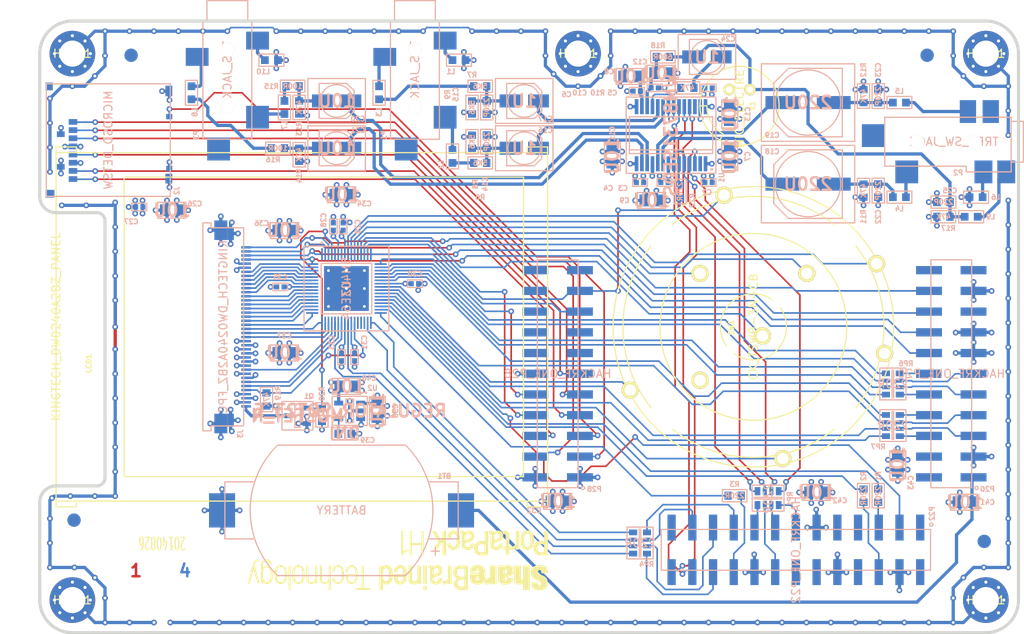
<source format=kicad_pcb>
(kicad_pcb (version 3) (host pcbnew "(2014-03-01 BZR 4730)-product")
  (layers (15 1_top signal hide) (2 2_pwr mixed hide) (1 3_gnd mixed hide) (0 4_bot signal) (18 B.Paste user hide) (19 F.Paste user hide) (20 B.SilkS user) (21 F.SilkS user hide) (22 B.Mask user hide) (23 F.Mask user hide) (28 Edge.Cuts user))
  (net 0 "")
  (net 1 +1.8V)
  (net 2 +3.3V)
  (net 3 /audio/I2S0_MCLK)
  (net 4 /audio/I2S0_MCLK_R)
  (net 5 /audio/I2S0_RX_SDA)
  (net 6 /audio/I2S0_SCK)
  (net 7 /audio/I2S0_SCK_R)
  (net 8 /audio/I2S0_TX_SDA)
  (net 9 /audio/I2S0_TX_SDA_R)
  (net 10 /audio/I2S0_WS)
  (net 11 /audio/I2S0_WS_R)
  (net 12 /audio/LHPOUT)
  (net 13 /audio/LLINEIN)
  (net 14 /audio/LOUT)
  (net 15 /audio/MICBIAS)
  (net 16 /audio/MICIN)
  (net 17 /audio/RHPOUT)
  (net 18 /audio/RLINEIN)
  (net 19 /audio/ROUT)
  (net 20 /audio/SCL)
  (net 21 /audio/SDA)
  (net 22 /audio/VMID)
  (net 23 /hackrf_if/CPLD_TCK)
  (net 24 /hackrf_if/CPLD_TDI)
  (net 25 /hackrf_if/GPIO3_10)
  (net 26 /hackrf_if/GPIO3_10_R)
  (net 27 /hackrf_if/GPIO3_11)
  (net 28 /hackrf_if/GPIO3_11_R)
  (net 29 /hackrf_if/GPIO3_12)
  (net 30 /hackrf_if/GPIO3_12_R)
  (net 31 /hackrf_if/GPIO3_13)
  (net 32 /hackrf_if/GPIO3_13_R)
  (net 33 /hackrf_if/GPIO3_14)
  (net 34 /hackrf_if/GPIO3_14_R)
  (net 35 /hackrf_if/GPIO3_15)
  (net 36 /hackrf_if/GPIO3_15_R)
  (net 37 /hackrf_if/GPIO3_8)
  (net 38 /hackrf_if/GPIO3_8_R)
  (net 39 /hackrf_if/GPIO3_9)
  (net 40 /hackrf_if/GPIO3_9_R)
  (net 41 /hackrf_if/LCD_BACKLIGHT)
  (net 42 /hackrf_if/LCD_DB0)
  (net 43 /hackrf_if/LCD_DB1)
  (net 44 /hackrf_if/LCD_DB10)
  (net 45 /hackrf_if/LCD_DB11)
  (net 46 /hackrf_if/LCD_DB12)
  (net 47 /hackrf_if/LCD_DB13)
  (net 48 /hackrf_if/LCD_DB14)
  (net 49 /hackrf_if/LCD_DB15)
  (net 50 /hackrf_if/LCD_DB2)
  (net 51 /hackrf_if/LCD_DB3)
  (net 52 /hackrf_if/LCD_DB4)
  (net 53 /hackrf_if/LCD_DB5)
  (net 54 /hackrf_if/LCD_DB6)
  (net 55 /hackrf_if/LCD_DB7)
  (net 56 /hackrf_if/LCD_DB8)
  (net 57 /hackrf_if/LCD_DB9)
  (net 58 /hackrf_if/LCD_RD#)
  (net 59 /hackrf_if/LCD_RESET#)
  (net 60 /hackrf_if/LCD_RS)
  (net 61 /hackrf_if/LCD_TE)
  (net 62 /hackrf_if/LCD_WR#)
  (net 63 /hackrf_if/P1_5)
  (net 64 /hackrf_if/P1_8)
  (net 65 /hackrf_if/P2_0)
  (net 66 /hackrf_if/P2_0_R)
  (net 67 /hackrf_if/P2_1)
  (net 68 /hackrf_if/P2_13)
  (net 69 /hackrf_if/P2_13_R)
  (net 70 /hackrf_if/P2_1_R)
  (net 71 /hackrf_if/P2_3)
  (net 72 /hackrf_if/P2_3_R)
  (net 73 /hackrf_if/P2_4)
  (net 74 /hackrf_if/P2_4_R)
  (net 75 /hackrf_if/P2_8)
  (net 76 /hackrf_if/P2_8_R)
  (net 77 /hackrf_if/P2_9)
  (net 78 /hackrf_if/P2_9_R)
  (net 79 /hackrf_if/RESET#)
  (net 80 /hackrf_if/SD_CD)
  (net 81 /hackrf_if/SD_CLK)
  (net 82 /hackrf_if/SD_CMD)
  (net 83 /hackrf_if/SD_DAT0)
  (net 84 /hackrf_if/SD_DAT1)
  (net 85 /hackrf_if/SD_DAT2)
  (net 86 /hackrf_if/SD_DAT3)
  (net 87 /hackrf_if/SW_D)
  (net 88 /hackrf_if/SW_L)
  (net 89 /hackrf_if/SW_R)
  (net 90 /hackrf_if/SW_ROT_A)
  (net 91 /hackrf_if/SW_ROT_B)
  (net 92 /hackrf_if/SW_SEL)
  (net 93 /hackrf_if/SW_U)
  (net 94 /hackrf_if/TP_D)
  (net 95 /hackrf_if/TP_L)
  (net 96 /hackrf_if/TP_R)
  (net 97 /hackrf_if/TP_U)
  (net 98 /hackrf_if/VBAT)
  (net 99 GND)
  (net 100 "Net-(C14-Pad2)")
  (net 101 "Net-(C15-Pad1)")
  (net 102 "Net-(C18-Pad2)")
  (net 103 "Net-(C19-Pad2)")
  (net 104 "Net-(C20-Pad2)")
  (net 105 "Net-(C21-Pad2)")
  (net 106 "Net-(C24-Pad1)")
  (net 107 "Net-(C24-Pad2)")
  (net 108 "Net-(C39-Pad1)")
  (net 109 "Net-(J3-Pad1)")
  (net 110 "Net-(L1-Pad1)")
  (net 111 "Net-(L10-Pad1)")
  (net 112 "Net-(L2-Pad1)")
  (net 113 "Net-(L2-Pad2)")
  (net 114 "Net-(L3-Pad1)")
  (net 115 "Net-(L3-Pad2)")
  (net 116 "Net-(L4-Pad1)")
  (net 117 "Net-(L5-Pad1)")
  (net 118 "Net-(L6-Pad1)")
  (net 119 "Net-(L7-Pad1)")
  (net 120 "Net-(L7-Pad2)")
  (net 121 "Net-(L8-Pad1)")
  (net 122 "Net-(L8-Pad2)")
  (net 123 "Net-(L9-Pad1)")
  (module bat_coin:MPD_BU2032SM-BT-G (layer 4_bot) (at 97 160 180)
    (fp_text reference BT1 (at -12.6 4.2 180) (layer B.SilkS) (effects (font (size 0.6096 0.6096) (thickness 0.1524)) (justify mirror)))
    (fp_text value BATTERY (at 0 0 180) (layer B.SilkS) (effects (justify mirror)))
    (pad 1 smd rect (at -14.65 0 180) (size 3.2 4.2) (layers 4_bot B.Paste B.Mask) (net 98 /hackrf_if/VBAT))
    (pad 2 smd rect (at 14.65 0 180) (size 3.2 4.2) (layers 4_bot B.Paste B.Mask) (net 99 GND))
  )
  (module ipc_capc:IPC_CAPC1005X55N (layer 4_bot) (at 142 119.8 180)
    (fp_text reference C2 (at 0.2 -1.2 180) (layer B.SilkS) (effects (font (size 0.6096 0.6096) (thickness 0.1524)) (justify mirror)))
    (fp_text value 100N hide)
    (pad 1 smd rect (at -0.44958 0 180) (size 0.61976 0.61976) (layers 4_bot B.Paste B.Mask) (net 2 +3.3V))
    (pad 2 smd rect (at 0.44958 0 180) (size 0.61976 0.61976) (layers 4_bot B.Paste B.Mask) (net 99 GND))
  )
  (module ipc_capc:IPC_CAPC1005X55N (layer 4_bot) (at 136.6 119.8 180)
    (fp_text reference C3 (at 5.1 -0.7 180) (layer B.SilkS) (effects (font (size 0.6096 0.6096) (thickness 0.1524)) (justify mirror)))
    (fp_text value 100N hide)
    (pad 1 smd rect (at -0.44958 0 180) (size 0.61976 0.61976) (layers 4_bot B.Paste B.Mask) (net 2 +3.3V))
    (pad 2 smd rect (at 0.44958 0 180) (size 0.61976 0.61976) (layers 4_bot B.Paste B.Mask) (net 99 GND))
  )
  (module ipc_capc:IPC_CAPC1005X55N (layer 4_bot) (at 133.6 119.8)
    (fp_text reference C4 (at -3.9 0.7) (layer B.SilkS) (effects (font (size 0.6096 0.6096) (thickness 0.1524)) (justify mirror)))
    (fp_text value 100N hide)
    (pad 1 smd rect (at -0.44958 0) (size 0.61976 0.61976) (layers 4_bot B.Paste B.Mask) (net 2 +3.3V))
    (pad 2 smd rect (at 0.44958 0) (size 0.61976 0.61976) (layers 4_bot B.Paste B.Mask) (net 99 GND))
  )
  (module ipc_capc:IPC_CAPC1005X55N (layer 4_bot) (at 142 108.2)
    (fp_text reference C5 (at -11.8 0.6) (layer B.SilkS) (effects (font (size 0.6096 0.6096) (thickness 0.1524)) (justify mirror)))
    (fp_text value 100N hide)
    (pad 1 smd rect (at -0.44958 0) (size 0.61976 0.61976) (layers 4_bot B.Paste B.Mask) (net 2 +3.3V))
    (pad 2 smd rect (at 0.44958 0) (size 0.61976 0.61976) (layers 4_bot B.Paste B.Mask) (net 99 GND))
  )
  (module ipc_capc:IPC_CAPC1005X55N (layer 4_bot) (at 133.2 108.6 180)
    (fp_text reference C6 (at 8.6 -0.4 180) (layer B.SilkS) (effects (font (size 0.6096 0.6096) (thickness 0.1524)) (justify mirror)))
    (fp_text value 100N hide)
    (pad 1 smd rect (at -0.44958 0 180) (size 0.61976 0.61976) (layers 4_bot B.Paste B.Mask) (net 22 /audio/VMID))
    (pad 2 smd rect (at 0.44958 0 180) (size 0.61976 0.61976) (layers 4_bot B.Paste B.Mask) (net 99 GND))
  )
  (module ipc_capc:IPC_CAPC1005X55N (layer 4_bot) (at 135.4 108.2)
    (fp_text reference C10 (at -9.2 0.6) (layer B.SilkS) (effects (font (size 0.6096 0.6096) (thickness 0.1524)) (justify mirror)))
    (fp_text value 100N hide)
    (pad 1 smd rect (at -0.44958 0) (size 0.61976 0.61976) (layers 4_bot B.Paste B.Mask) (net 15 /audio/MICBIAS))
    (pad 2 smd rect (at 0.44958 0) (size 0.61976 0.61976) (layers 4_bot B.Paste B.Mask) (net 99 GND))
  )
  (module ipc_capae:IPC_CAPAE830X620N (layer 4_bot) (at 154.2 120)
    (fp_text reference C18 (at -4.4 -4) (layer B.SilkS) (effects (font (size 0.6096 0.6096) (thickness 0.1524)) (justify mirror)))
    (fp_text value 220U (at 0 0) (layer B.SilkS) (effects (font (thickness 0.3048)) (justify mirror)))
    (pad 1 smd rect (at -3.1496 0) (size 4.15036 1.6002) (layers 4_bot B.Paste B.Mask) (net 12 /audio/LHPOUT))
    (pad 2 smd rect (at 3.1496 0) (size 4.15036 1.6002) (layers 4_bot B.Paste B.Mask) (net 102 "Net-(C18-Pad2)"))
  )
  (module ipc_capae:IPC_CAPAE830X620N (layer 4_bot) (at 154.2 110)
    (fp_text reference C19 (at -4.4 4) (layer B.SilkS) (effects (font (size 0.6096 0.6096) (thickness 0.1524)) (justify mirror)))
    (fp_text value 220U (at 0 0) (layer B.SilkS) (effects (font (thickness 0.3048)) (justify mirror)))
    (pad 1 smd rect (at -3.1496 0) (size 4.15036 1.6002) (layers 4_bot B.Paste B.Mask) (net 17 /audio/RHPOUT))
    (pad 2 smd rect (at 3.1496 0) (size 4.15036 1.6002) (layers 4_bot B.Paste B.Mask) (net 103 "Net-(C19-Pad2)"))
  )
  (module ipc_capc:IPC_CAPC1608X95N (layer 4_bot) (at 162.8 120.8 90)
    (fp_text reference C22 (at -3.2 0 90) (layer B.SilkS) (effects (font (size 0.6096 0.6096) (thickness 0.1524)) (justify mirror)))
    (fp_text value 220P (at 0 0 90) (layer B.SilkS) (effects (font (size 0.6096 0.6096) (thickness 0.1524)) (justify mirror)))
    (pad 1 smd rect (at -0.8001 0 90) (size 0.94996 1.00076) (layers 4_bot B.Paste B.Mask) (net 99 GND))
    (pad 2 smd rect (at 0.8001 0 90) (size 0.94996 1.00076) (layers 4_bot B.Paste B.Mask) (net 102 "Net-(C18-Pad2)"))
  )
  (module ipc_capc:IPC_CAPC1608X95N (layer 4_bot) (at 162.8 109.2 90)
    (fp_text reference C23 (at 3.2 0 90) (layer B.SilkS) (effects (font (size 0.6096 0.6096) (thickness 0.1524)) (justify mirror)))
    (fp_text value 220P (at 0 0 90) (layer B.SilkS) (effects (font (size 0.6096 0.6096) (thickness 0.1524)) (justify mirror)))
    (pad 1 smd rect (at -0.8001 0 90) (size 0.94996 1.00076) (layers 4_bot B.Paste B.Mask) (net 103 "Net-(C19-Pad2)"))
    (pad 2 smd rect (at 0.8001 0 90) (size 0.94996 1.00076) (layers 4_bot B.Paste B.Mask) (net 99 GND))
  )
  (module ipc_capae:IPC_CAPAE430X540N (layer 4_bot) (at 141.8 104.4 180)
    (fp_text reference C24 (at -2.6 2.2 180) (layer B.SilkS) (effects (font (size 0.6096 0.6096) (thickness 0.1524)) (justify mirror)))
    (fp_text value 1U (at 0 0 180) (layer B.SilkS) (effects (font (thickness 0.3048)) (justify mirror)))
    (pad 1 smd rect (at -1.75006 0 180) (size 2.55016 1.6002) (layers 4_bot B.Paste B.Mask) (net 106 "Net-(C24-Pad1)"))
    (pad 2 smd rect (at 1.75006 0 180) (size 2.55016 1.6002) (layers 4_bot B.Paste B.Mask) (net 107 "Net-(C24-Pad2)"))
  )
  (module ipc_capc:IPC_CAPC1608X95N (layer 4_bot) (at 170.8 122.2 180)
    (fp_text reference C25 (at -0.8 1.4 180) (layer B.SilkS) (effects (font (size 0.6096 0.6096) (thickness 0.1524)) (justify mirror)))
    (fp_text value 220P (at 0 0 180) (layer B.SilkS) (effects (font (size 0.6096 0.6096) (thickness 0.1524)) (justify mirror)))
    (pad 1 smd rect (at -0.8001 0 180) (size 0.94996 1.00076) (layers 4_bot B.Paste B.Mask) (net 107 "Net-(C24-Pad2)"))
    (pad 2 smd rect (at 0.8001 0 180) (size 0.94996 1.00076) (layers 4_bot B.Paste B.Mask) (net 99 GND))
  )
  (module ipc_capc:IPC_CAPC1005X55N (layer 4_bot) (at 72.2 122.8)
    (fp_text reference C27 (at -1 1.8) (layer B.SilkS) (effects (font (size 0.6096 0.6096) (thickness 0.1524)) (justify mirror)))
    (fp_text value 100N hide)
    (pad 1 smd rect (at -0.44958 0) (size 0.61976 0.61976) (layers 4_bot B.Paste B.Mask) (net 2 +3.3V))
    (pad 2 smd rect (at 0.44958 0) (size 0.61976 0.61976) (layers 4_bot B.Paste B.Mask) (net 99 GND))
  )
  (module ipc_capc:IPC_CAPC1005X55N (layer 4_bot) (at 96 125.2 90)
    (fp_text reference C28 (at 0.8 -1.2 90) (layer B.SilkS) (effects (font (size 0.6096 0.6096) (thickness 0.1524)) (justify mirror)))
    (fp_text value 100N hide)
    (pad 1 smd rect (at -0.44958 0 90) (size 0.61976 0.61976) (layers 4_bot B.Paste B.Mask) (net 2 +3.3V))
    (pad 2 smd rect (at 0.44958 0 90) (size 0.61976 0.61976) (layers 4_bot B.Paste B.Mask) (net 99 GND))
  )
  (module ipc_capc:IPC_CAPC1005X55N (layer 4_bot) (at 97.2 125.2 90)
    (fp_text reference C29 (at 0 1.8 90) (layer B.SilkS) (effects (font (size 0.6096 0.6096) (thickness 0.1524)) (justify mirror)))
    (fp_text value 100N hide)
    (pad 1 smd rect (at -0.44958 0 90) (size 0.61976 0.61976) (layers 4_bot B.Paste B.Mask) (net 1 +1.8V))
    (pad 2 smd rect (at 0.44958 0 90) (size 0.61976 0.61976) (layers 4_bot B.Paste B.Mask) (net 99 GND))
  )
  (module ipc_capc:IPC_CAPC1005X55N (layer 4_bot) (at 106 132.2)
    (fp_text reference C30 (at 0 -1.2) (layer B.SilkS) (effects (font (size 0.6096 0.6096) (thickness 0.1524)) (justify mirror)))
    (fp_text value 100N hide)
    (pad 1 smd rect (at -0.44958 0) (size 0.61976 0.61976) (layers 4_bot B.Paste B.Mask) (net 2 +3.3V))
    (pad 2 smd rect (at 0.44958 0) (size 0.61976 0.61976) (layers 4_bot B.Paste B.Mask) (net 99 GND))
  )
  (module ipc_capc:IPC_CAPC1005X55N (layer 4_bot) (at 98.6 141.2 270)
    (fp_text reference C31 (at -1.8 -1.2 270) (layer B.SilkS) (effects (font (size 0.6096 0.6096) (thickness 0.1524)) (justify mirror)))
    (fp_text value 100N hide)
    (pad 1 smd rect (at -0.44958 0 270) (size 0.61976 0.61976) (layers 4_bot B.Paste B.Mask) (net 1 +1.8V))
    (pad 2 smd rect (at 0.44958 0 270) (size 0.61976 0.61976) (layers 4_bot B.Paste B.Mask) (net 99 GND))
  )
  (module ipc_capc:IPC_CAPC1005X55N (layer 4_bot) (at 97 141.2 270)
    (fp_text reference C33 (at -1.8 1.2 270) (layer B.SilkS) (effects (font (size 0.6096 0.6096) (thickness 0.1524)) (justify mirror)))
    (fp_text value 100N hide)
    (pad 1 smd rect (at -0.44958 0 270) (size 0.61976 0.61976) (layers 4_bot B.Paste B.Mask) (net 1 +1.8V))
    (pad 2 smd rect (at 0.44958 0 270) (size 0.61976 0.61976) (layers 4_bot B.Paste B.Mask) (net 99 GND))
  )
  (module ipc_capc:IPC_CAPC1005X55N (layer 4_bot) (at 89.5 132.6 180)
    (fp_text reference C35 (at 0 1.2 180) (layer B.SilkS) (effects (font (size 0.6096 0.6096) (thickness 0.1524)) (justify mirror)))
    (fp_text value 100N hide)
    (pad 1 smd rect (at -0.44958 0 180) (size 0.61976 0.61976) (layers 4_bot B.Paste B.Mask) (net 1 +1.8V))
    (pad 2 smd rect (at 0.44958 0 180) (size 0.61976 0.61976) (layers 4_bot B.Paste B.Mask) (net 99 GND))
  )
  (module ipc_capc:IPC_CAPC1608X90N (layer 4_bot) (at 97.4 150.6)
    (fp_text reference C39 (at 2.8 0.8) (layer B.SilkS) (effects (font (size 0.6096 0.6096) (thickness 0.1524)) (justify mirror)))
    (fp_text value DNI (at 0 0) (layer B.SilkS) (effects (font (thickness 0.3048)) (justify mirror)))
    (pad 1 smd rect (at -0.8001 0) (size 0.94996 1.00076) (layers 4_bot B.Paste B.Mask) (net 108 "Net-(C39-Pad1)"))
    (pad 2 smd rect (at 0.8001 0) (size 0.94996 1.00076) (layers 4_bot B.Paste B.Mask) (net 99 GND))
  )
  (module hole:HOLE_3200UM_VIAS (layer 1_top) (at 126 104)
    (fp_text reference H1 (at 0 0) (layer F.SilkS) (effects (font (size 0.6096 0.6096) (thickness 0.1524))))
    (fp_text value HOLE1 (at 0 0) (layer F.SilkS) (effects (font (thickness 0.1524))))
    (pad 1 thru_hole circle (at 0 0) (size 5.6 5.6) (drill 3.2) (layers *.Cu *.Mask) (net 99 GND))
    (pad 1 thru_hole circle (at 0 -2.2) (size 0.6 0.6) (drill 0.381) (layers *.Cu *.Mask) (net 99 GND))
    (pad 1 thru_hole circle (at -2.2 0) (size 0.6 0.6) (drill 0.381) (layers *.Cu *.Mask) (net 99 GND))
    (pad 1 thru_hole circle (at 0 2.2) (size 0.6 0.6) (drill 0.381) (layers *.Cu *.Mask) (net 99 GND))
    (pad 1 thru_hole circle (at 2.2 0) (size 0.6 0.6) (drill 0.381) (layers *.Cu *.Mask) (net 99 GND))
    (pad 1 thru_hole circle (at 1.55 -1.55) (size 0.6 0.6) (drill 0.381) (layers *.Cu *.Mask) (net 99 GND))
    (pad 1 thru_hole circle (at -1.55 -1.55) (size 0.6 0.6) (drill 0.381) (layers *.Cu *.Mask) (net 99 GND))
    (pad 1 thru_hole circle (at -1.55 1.55) (size 0.6 0.6) (drill 0.381) (layers *.Cu *.Mask) (net 99 GND))
    (pad 1 thru_hole circle (at 1.55 1.55) (size 0.6 0.6) (drill 0.381) (layers *.Cu *.Mask) (net 99 GND))
  )
  (module hole:HOLE_3200UM_VIAS (layer 1_top) (at 176 104)
    (fp_text reference H2 (at 0 0) (layer F.SilkS) (effects (font (size 0.6096 0.6096) (thickness 0.1524))))
    (fp_text value HOLE1 (at 0 0) (layer F.SilkS) (effects (font (thickness 0.1524))))
    (pad 1 thru_hole circle (at 0 0) (size 5.6 5.6) (drill 3.2) (layers *.Cu *.Mask) (net 99 GND))
    (pad 1 thru_hole circle (at 0 -2.2) (size 0.6 0.6) (drill 0.381) (layers *.Cu *.Mask) (net 99 GND))
    (pad 1 thru_hole circle (at -2.2 0) (size 0.6 0.6) (drill 0.381) (layers *.Cu *.Mask) (net 99 GND))
    (pad 1 thru_hole circle (at 0 2.2) (size 0.6 0.6) (drill 0.381) (layers *.Cu *.Mask) (net 99 GND))
    (pad 1 thru_hole circle (at 2.2 0) (size 0.6 0.6) (drill 0.381) (layers *.Cu *.Mask) (net 99 GND))
    (pad 1 thru_hole circle (at 1.55 -1.55) (size 0.6 0.6) (drill 0.381) (layers *.Cu *.Mask) (net 99 GND))
    (pad 1 thru_hole circle (at -1.55 -1.55) (size 0.6 0.6) (drill 0.381) (layers *.Cu *.Mask) (net 99 GND))
    (pad 1 thru_hole circle (at -1.55 1.55) (size 0.6 0.6) (drill 0.381) (layers *.Cu *.Mask) (net 99 GND))
    (pad 1 thru_hole circle (at 1.55 1.55) (size 0.6 0.6) (drill 0.381) (layers *.Cu *.Mask) (net 99 GND))
  )
  (module hole:HOLE_3200UM_VIAS (layer 1_top) (at 176 171)
    (fp_text reference H3 (at 0 0) (layer F.SilkS) (effects (font (size 0.6096 0.6096) (thickness 0.1524))))
    (fp_text value HOLE1 (at 0 0) (layer F.SilkS) (effects (font (thickness 0.1524))))
    (pad 1 thru_hole circle (at 0 0) (size 5.6 5.6) (drill 3.2) (layers *.Cu *.Mask) (net 99 GND))
    (pad 1 thru_hole circle (at 0 -2.2) (size 0.6 0.6) (drill 0.381) (layers *.Cu *.Mask) (net 99 GND))
    (pad 1 thru_hole circle (at -2.2 0) (size 0.6 0.6) (drill 0.381) (layers *.Cu *.Mask) (net 99 GND))
    (pad 1 thru_hole circle (at 0 2.2) (size 0.6 0.6) (drill 0.381) (layers *.Cu *.Mask) (net 99 GND))
    (pad 1 thru_hole circle (at 2.2 0) (size 0.6 0.6) (drill 0.381) (layers *.Cu *.Mask) (net 99 GND))
    (pad 1 thru_hole circle (at 1.55 -1.55) (size 0.6 0.6) (drill 0.381) (layers *.Cu *.Mask) (net 99 GND))
    (pad 1 thru_hole circle (at -1.55 -1.55) (size 0.6 0.6) (drill 0.381) (layers *.Cu *.Mask) (net 99 GND))
    (pad 1 thru_hole circle (at -1.55 1.55) (size 0.6 0.6) (drill 0.381) (layers *.Cu *.Mask) (net 99 GND))
    (pad 1 thru_hole circle (at 1.55 1.55) (size 0.6 0.6) (drill 0.381) (layers *.Cu *.Mask) (net 99 GND))
  )
  (module hole:HOLE_3200UM_VIAS (layer 1_top) (at 64 171)
    (fp_text reference H4 (at 0 0) (layer F.SilkS) (effects (font (size 0.6096 0.6096) (thickness 0.1524))))
    (fp_text value HOLE1 (at 0 0) (layer F.SilkS) (effects (font (thickness 0.1524))))
    (pad 1 thru_hole circle (at 0 0) (size 5.6 5.6) (drill 3.2) (layers *.Cu *.Mask) (net 99 GND))
    (pad 1 thru_hole circle (at 0 -2.2) (size 0.6 0.6) (drill 0.381) (layers *.Cu *.Mask) (net 99 GND))
    (pad 1 thru_hole circle (at -2.2 0) (size 0.6 0.6) (drill 0.381) (layers *.Cu *.Mask) (net 99 GND))
    (pad 1 thru_hole circle (at 0 2.2) (size 0.6 0.6) (drill 0.381) (layers *.Cu *.Mask) (net 99 GND))
    (pad 1 thru_hole circle (at 2.2 0) (size 0.6 0.6) (drill 0.381) (layers *.Cu *.Mask) (net 99 GND))
    (pad 1 thru_hole circle (at 1.55 -1.55) (size 0.6 0.6) (drill 0.381) (layers *.Cu *.Mask) (net 99 GND))
    (pad 1 thru_hole circle (at -1.55 -1.55) (size 0.6 0.6) (drill 0.381) (layers *.Cu *.Mask) (net 99 GND))
    (pad 1 thru_hole circle (at -1.55 1.55) (size 0.6 0.6) (drill 0.381) (layers *.Cu *.Mask) (net 99 GND))
    (pad 1 thru_hole circle (at 1.55 1.55) (size 0.6 0.6) (drill 0.381) (layers *.Cu *.Mask) (net 99 GND))
  )
  (module hole:HOLE_3200UM_VIAS (layer 1_top) (at 64 104)
    (fp_text reference H5 (at 0 0) (layer F.SilkS) (effects (font (size 0.6096 0.6096) (thickness 0.1524))))
    (fp_text value HOLE1 (at 0 0) (layer F.SilkS) (effects (font (thickness 0.1524))))
    (pad 1 thru_hole circle (at 0 0) (size 5.6 5.6) (drill 3.2) (layers *.Cu *.Mask) (net 99 GND))
    (pad 1 thru_hole circle (at 0 -2.2) (size 0.6 0.6) (drill 0.381) (layers *.Cu *.Mask) (net 99 GND))
    (pad 1 thru_hole circle (at -2.2 0) (size 0.6 0.6) (drill 0.381) (layers *.Cu *.Mask) (net 99 GND))
    (pad 1 thru_hole circle (at 0 2.2) (size 0.6 0.6) (drill 0.381) (layers *.Cu *.Mask) (net 99 GND))
    (pad 1 thru_hole circle (at 2.2 0) (size 0.6 0.6) (drill 0.381) (layers *.Cu *.Mask) (net 99 GND))
    (pad 1 thru_hole circle (at 1.55 -1.55) (size 0.6 0.6) (drill 0.381) (layers *.Cu *.Mask) (net 99 GND))
    (pad 1 thru_hole circle (at -1.55 -1.55) (size 0.6 0.6) (drill 0.381) (layers *.Cu *.Mask) (net 99 GND))
    (pad 1 thru_hole circle (at -1.55 1.55) (size 0.6 0.6) (drill 0.381) (layers *.Cu *.Mask) (net 99 GND))
    (pad 1 thru_hole circle (at 1.55 1.55) (size 0.6 0.6) (drill 0.381) (layers *.Cu *.Mask) (net 99 GND))
  )
  (module molex:MOLEX_54132-40XX_LR (layer 4_bot) (at 82.5 137.5 90)
    (fp_text reference J3 (at -13.1 2.1 90) (layer B.SilkS) (effects (font (size 0.6096 0.6096) (thickness 0.1524)) (justify mirror)))
    (fp_text value KINGTECH_DW0240A2BZ_FPC (at 0 0 90) (layer B.SilkS) (effects (justify mirror)))
    (pad 1 smd rect (at -9.75 2.8 90) (size 0.3 1.2) (layers 4_bot B.Paste B.Mask) (net 109 "Net-(J3-Pad1)"))
    (pad 2 smd rect (at -9.25 2.8 90) (size 0.3 1.2) (layers 4_bot B.Paste B.Mask) (net 2 +3.3V))
    (pad 3 smd rect (at -8.75 2.8 90) (size 0.3 1.2) (layers 4_bot B.Paste B.Mask) (net 99 GND))
    (pad 4 smd rect (at -8.25 2.8 90) (size 0.3 1.2) (layers 4_bot B.Paste B.Mask) (net 2 +3.3V))
    (pad 5 smd rect (at -7.75 2.8 90) (size 0.3 1.2) (layers 4_bot B.Paste B.Mask) (net 59 /hackrf_if/LCD_RESET#))
    (pad 6 smd rect (at -7.25 2.8 90) (size 0.3 1.2) (layers 4_bot B.Paste B.Mask) (net 60 /hackrf_if/LCD_RS))
    (pad 7 smd rect (at -6.75 2.8 90) (size 0.3 1.2) (layers 4_bot B.Paste B.Mask) (net 58 /hackrf_if/LCD_RD#))
    (pad 8 smd rect (at -6.25 2.8 90) (size 0.3 1.2) (layers 4_bot B.Paste B.Mask) (net 99 GND))
    (pad 9 smd rect (at -5.75 2.8 90) (size 0.3 1.2) (layers 4_bot B.Paste B.Mask) (net 99 GND))
    (pad 10 smd rect (at -5.25 2.8 90) (size 0.3 1.2) (layers 4_bot B.Paste B.Mask) (net 62 /hackrf_if/LCD_WR#))
    (pad 11 smd rect (at -4.75 2.8 90) (size 0.3 1.2) (layers 4_bot B.Paste B.Mask) (net 99 GND))
    (pad 12 smd rect (at -4.25 2.8 90) (size 0.3 1.2) (layers 4_bot B.Paste B.Mask) (net 99 GND))
    (pad 13 smd rect (at -3.75 2.8 90) (size 0.3 1.2) (layers 4_bot B.Paste B.Mask) (net 99 GND))
    (pad 14 smd rect (at -3.25 2.8 90) (size 0.3 1.2) (layers 4_bot B.Paste B.Mask) (net 99 GND))
    (pad 15 smd rect (at -2.75 2.8 90) (size 0.3 1.2) (layers 4_bot B.Paste B.Mask) (net 99 GND))
    (pad 16 smd rect (at -2.25 2.8 90) (size 0.3 1.2) (layers 4_bot B.Paste B.Mask) (net 99 GND))
    (pad 17 smd rect (at -1.75 2.8 90) (size 0.3 1.2) (layers 4_bot B.Paste B.Mask) (net 99 GND))
    (pad 18 smd rect (at -1.25 2.8 90) (size 0.3 1.2) (layers 4_bot B.Paste B.Mask) (net 49 /hackrf_if/LCD_DB15))
    (pad 19 smd rect (at -0.75 2.8 90) (size 0.3 1.2) (layers 4_bot B.Paste B.Mask) (net 48 /hackrf_if/LCD_DB14))
    (pad 20 smd rect (at -0.25 2.8 90) (size 0.3 1.2) (layers 4_bot B.Paste B.Mask) (net 47 /hackrf_if/LCD_DB13))
    (pad 21 smd rect (at 0.25 2.8 90) (size 0.3 1.2) (layers 4_bot B.Paste B.Mask) (net 46 /hackrf_if/LCD_DB12))
    (pad 22 smd rect (at 0.75 2.8 90) (size 0.3 1.2) (layers 4_bot B.Paste B.Mask) (net 45 /hackrf_if/LCD_DB11))
    (pad 23 smd rect (at 1.25 2.8 90) (size 0.3 1.2) (layers 4_bot B.Paste B.Mask) (net 44 /hackrf_if/LCD_DB10))
    (pad 24 smd rect (at 1.75 2.8 90) (size 0.3 1.2) (layers 4_bot B.Paste B.Mask) (net 57 /hackrf_if/LCD_DB9))
    (pad 25 smd rect (at 2.25 2.8 90) (size 0.3 1.2) (layers 4_bot B.Paste B.Mask) (net 56 /hackrf_if/LCD_DB8))
    (pad 26 smd rect (at 2.75 2.8 90) (size 0.3 1.2) (layers 4_bot B.Paste B.Mask) (net 55 /hackrf_if/LCD_DB7))
    (pad 27 smd rect (at 3.25 2.8 90) (size 0.3 1.2) (layers 4_bot B.Paste B.Mask) (net 54 /hackrf_if/LCD_DB6))
    (pad 28 smd rect (at 3.75 2.8 90) (size 0.3 1.2) (layers 4_bot B.Paste B.Mask) (net 53 /hackrf_if/LCD_DB5))
    (pad 29 smd rect (at 4.25 2.8 90) (size 0.3 1.2) (layers 4_bot B.Paste B.Mask) (net 52 /hackrf_if/LCD_DB4))
    (pad 30 smd rect (at 4.75 2.8 90) (size 0.3 1.2) (layers 4_bot B.Paste B.Mask) (net 51 /hackrf_if/LCD_DB3))
    (pad 31 smd rect (at 5.25 2.8 90) (size 0.3 1.2) (layers 4_bot B.Paste B.Mask) (net 50 /hackrf_if/LCD_DB2))
    (pad 32 smd rect (at 5.75 2.8 90) (size 0.3 1.2) (layers 4_bot B.Paste B.Mask) (net 43 /hackrf_if/LCD_DB1))
    (pad 33 smd rect (at 6.25 2.8 90) (size 0.3 1.2) (layers 4_bot B.Paste B.Mask) (net 42 /hackrf_if/LCD_DB0))
    (pad 34 smd rect (at 6.75 2.8 90) (size 0.3 1.2) (layers 4_bot B.Paste B.Mask) (net 61 /hackrf_if/LCD_TE))
    (pad 35 smd rect (at 7.25 2.8 90) (size 0.3 1.2) (layers 4_bot B.Paste B.Mask) (net 99 GND))
    (pad 36 smd rect (at 7.75 2.8 90) (size 0.3 1.2) (layers 4_bot B.Paste B.Mask) (net 1 +1.8V))
    (pad 37 smd rect (at 8.25 2.8 90) (size 0.3 1.2) (layers 4_bot B.Paste B.Mask) (net 96 /hackrf_if/TP_R))
    (pad 38 smd rect (at 8.75 2.8 90) (size 0.3 1.2) (layers 4_bot B.Paste B.Mask) (net 94 /hackrf_if/TP_D))
    (pad 39 smd rect (at 9.25 2.8 90) (size 0.3 1.2) (layers 4_bot B.Paste B.Mask) (net 95 /hackrf_if/TP_L))
    (pad 40 smd rect (at 9.75 2.8 90) (size 0.3 1.2) (layers 4_bot B.Paste B.Mask) (net 97 /hackrf_if/TP_U))
    (pad SHLD smd rect (at -11.45 0.9 90) (size 1.6 0.8) (layers 4_bot B.Paste B.Mask) (net 99 GND))
    (pad SHLD smd rect (at -11.85 -0.3 90) (size 2.4 1.6) (layers 4_bot B.Paste B.Mask) (net 99 GND))
    (pad SHLD smd rect (at 11.85 -0.3 90) (size 2.4 1.6) (layers 4_bot B.Paste B.Mask) (net 99 GND))
    (pad SHLD smd rect (at 11.45 0.9 90) (size 1.6 0.8) (layers 4_bot B.Paste B.Mask) (net 99 GND))
  )
  (module ipc_indc:IPC_INDC1608X95N (layer 4_bot) (at 165.4 121.6 180)
    (fp_text reference L4 (at 0 -1.4 180) (layer B.SilkS) (effects (font (size 0.6096 0.6096) (thickness 0.1524)) (justify mirror)))
    (fp_text value L hide)
    (pad 1 smd rect (at -0.8001 0 180) (size 0.94996 0.94996) (layers 4_bot B.Paste B.Mask) (net 116 "Net-(L4-Pad1)"))
    (pad 2 smd rect (at 0.8001 0 180) (size 0.94996 0.94996) (layers 4_bot B.Paste B.Mask) (net 102 "Net-(C18-Pad2)"))
  )
  (module ipc_indc:IPC_INDC1608X95N (layer 4_bot) (at 165.4 110 180)
    (fp_text reference L5 (at 0 1.4 180) (layer B.SilkS) (effects (font (size 0.6096 0.6096) (thickness 0.1524)) (justify mirror)))
    (fp_text value L hide)
    (pad 1 smd rect (at -0.8001 0 180) (size 0.94996 0.94996) (layers 4_bot B.Paste B.Mask) (net 117 "Net-(L5-Pad1)"))
    (pad 2 smd rect (at 0.8001 0 180) (size 0.94996 0.94996) (layers 4_bot B.Paste B.Mask) (net 103 "Net-(C19-Pad2)"))
  )
  (module ipc_indc:IPC_INDC1608X95N (layer 4_bot) (at 174.8 121.6 180)
    (fp_text reference L6 (at -2.4 0 180) (layer B.SilkS) (effects (font (size 0.6096 0.6096) (thickness 0.1524)) (justify mirror)))
    (fp_text value L hide)
    (pad 1 smd rect (at -0.8001 0 180) (size 0.94996 0.94996) (layers 4_bot B.Paste B.Mask) (net 118 "Net-(L6-Pad1)"))
    (pad 2 smd rect (at 0.8001 0 180) (size 0.94996 0.94996) (layers 4_bot B.Paste B.Mask) (net 99 GND))
  )
  (module ipc_indc:IPC_INDC1608X95N (layer 4_bot) (at 174.2 124 180)
    (fp_text reference L9 (at -2.4 0 180) (layer B.SilkS) (effects (font (size 0.6096 0.6096) (thickness 0.1524)) (justify mirror)))
    (fp_text value L hide)
    (pad 1 smd rect (at -0.8001 0 180) (size 0.94996 0.94996) (layers 4_bot B.Paste B.Mask) (net 123 "Net-(L9-Pad1)"))
    (pad 2 smd rect (at 0.8001 0 180) (size 0.94996 0.94996) (layers 4_bot B.Paste B.Mask) (net 107 "Net-(C24-Pad2)"))
  )
  (module lcd_kingtech:KINGTECH_DW0240A2BZ_PANEL (layer 1_top) (at 62 137.5 270)
    (fp_text reference LCD1 (at 4.5 -4 270) (layer F.SilkS) (effects (font (size 0.6096 0.6096) (thickness 0.1524))))
    (fp_text value KINGTECH_DW0240A2BZ_PANEL (at 0 0 270) (layer F.SilkS))
  )
  (module ipc_resc:IPC_RESC1608X55N (layer 4_bot) (at 139.4 108.2 180)
    (fp_text reference R10 (at 11 -0.6 180) (layer B.SilkS) (effects (font (size 0.6096 0.6096) (thickness 0.1524)) (justify mirror)))
    (fp_text value 47K (at 0 0 180) (layer B.SilkS) (effects (font (size 0.6096 0.6096) (thickness 0.1524)) (justify mirror)))
    (pad 1 smd rect (at -0.8001 0 180) (size 0.89916 1.00076) (layers 4_bot B.Paste B.Mask) (net 106 "Net-(C24-Pad1)"))
    (pad 2 smd rect (at 0.8001 0 180) (size 0.89916 1.00076) (layers 4_bot B.Paste B.Mask) (net 16 /audio/MICIN))
  )
  (module ipc_resc:IPC_RESC1608X55N (layer 4_bot) (at 161 120.8 90)
    (fp_text reference R11 (at -3.2 0 90) (layer B.SilkS) (effects (font (size 0.6096 0.6096) (thickness 0.1524)) (justify mirror)))
    (fp_text value 47K (at 0 0 90) (layer B.SilkS) (effects (font (size 0.6096 0.6096) (thickness 0.1524)) (justify mirror)))
    (pad 1 smd rect (at -0.8001 0 90) (size 0.89916 1.00076) (layers 4_bot B.Paste B.Mask) (net 99 GND))
    (pad 2 smd rect (at 0.8001 0 90) (size 0.89916 1.00076) (layers 4_bot B.Paste B.Mask) (net 102 "Net-(C18-Pad2)"))
  )
  (module ipc_resc:IPC_RESC1608X55N (layer 4_bot) (at 161 109.2 90)
    (fp_text reference R12 (at 3.2 0 90) (layer B.SilkS) (effects (font (size 0.6096 0.6096) (thickness 0.1524)) (justify mirror)))
    (fp_text value 47K (at 0 0 90) (layer B.SilkS) (effects (font (size 0.6096 0.6096) (thickness 0.1524)) (justify mirror)))
    (pad 1 smd rect (at -0.8001 0 90) (size 0.89916 1.00076) (layers 4_bot B.Paste B.Mask) (net 103 "Net-(C19-Pad2)"))
    (pad 2 smd rect (at 0.8001 0 90) (size 0.89916 1.00076) (layers 4_bot B.Paste B.Mask) (net 99 GND))
  )
  (module ipc_resc:IPC_RESC1608X55N (layer 4_bot) (at 170.8 124 180)
    (fp_text reference R17 (at -0.6 -1.4 180) (layer B.SilkS) (effects (font (size 0.6096 0.6096) (thickness 0.1524)) (justify mirror)))
    (fp_text value 47K (at 0 0 180) (layer B.SilkS) (effects (font (size 0.6096 0.6096) (thickness 0.1524)) (justify mirror)))
    (pad 1 smd rect (at -0.8001 0 180) (size 0.89916 1.00076) (layers 4_bot B.Paste B.Mask) (net 107 "Net-(C24-Pad2)"))
    (pad 2 smd rect (at 0.8001 0 180) (size 0.89916 1.00076) (layers 4_bot B.Paste B.Mask) (net 99 GND))
  )
  (module ipc_resc:IPC_RESC1608X55N (layer 4_bot) (at 136.4 104.4)
    (fp_text reference R18 (at -0.6 -1.4) (layer B.SilkS) (effects (font (size 0.6096 0.6096) (thickness 0.1524)) (justify mirror)))
    (fp_text value 680R (at 0 0) (layer B.SilkS) (effects (font (size 0.6096 0.6096) (thickness 0.1524)) (justify mirror)))
    (pad 1 smd rect (at -0.8001 0) (size 0.89916 1.00076) (layers 4_bot B.Paste B.Mask) (net 15 /audio/MICBIAS))
    (pad 2 smd rect (at 0.8001 0) (size 0.89916 1.00076) (layers 4_bot B.Paste B.Mask) (net 107 "Net-(C24-Pad2)"))
  )
  (module ipc_resc:IPC_RESC1608X55N (layer 4_bot) (at 87.8 146.4 270)
    (fp_text reference R19 (at -0.8 -1.4 270) (layer B.SilkS) (effects (font (size 0.6096 0.6096) (thickness 0.1524)) (justify mirror)))
    (fp_text value 47K (at 0 0 270) (layer B.SilkS) (effects (font (size 0.6096 0.6096) (thickness 0.1524)) (justify mirror)))
    (pad 1 smd rect (at -0.8001 0 270) (size 0.89916 1.00076) (layers 4_bot B.Paste B.Mask) (net 59 /hackrf_if/LCD_RESET#))
    (pad 2 smd rect (at 0.8001 0 270) (size 0.89916 1.00076) (layers 4_bot B.Paste B.Mask) (net 99 GND))
  )
  (module ipc_resc:IPC_RESC1608X55N (layer 4_bot) (at 94.6 148.3 90)
    (fp_text reference R20 (at 2.6 0 90) (layer B.SilkS) (effects (font (size 0.6096 0.6096) (thickness 0.1524)) (justify mirror)))
    (fp_text value 47K (at 0 0 90) (layer B.SilkS) (effects (font (size 0.6096 0.6096) (thickness 0.1524)) (justify mirror)))
    (pad 1 smd rect (at -0.8001 0 90) (size 0.89916 1.00076) (layers 4_bot B.Paste B.Mask) (net 99 GND))
    (pad 2 smd rect (at 0.8001 0 90) (size 0.89916 1.00076) (layers 4_bot B.Paste B.Mask) (net 41 /hackrf_if/LCD_BACKLIGHT))
  )
  (module ipc_resc:IPC_RESC1608X55N (layer 4_bot) (at 138.5 120.9 90)
    (fp_text reference R22 (at -1.1 1.5 90) (layer B.SilkS) (effects (font (size 0.6096 0.6096) (thickness 0.1524)) (justify mirror)))
    (fp_text value 220R (at 0 0 90) (layer B.SilkS) (effects (font (size 0.6096 0.6096) (thickness 0.1524)) (justify mirror)))
    (pad 1 smd rect (at -0.8001 0 90) (size 0.89916 1.00076) (layers 4_bot B.Paste B.Mask) (net 24 /hackrf_if/CPLD_TDI))
    (pad 2 smd rect (at 0.8001 0 90) (size 0.89916 1.00076) (layers 4_bot B.Paste B.Mask) (net 5 /audio/I2S0_RX_SDA))
  )
  (module cui:CUI_CMA-4544PF-W (layer 1_top) (at 145.8 110.4 270)
    (fp_text reference X1 (at 0 -1.6 270) (layer F.SilkS) (effects (font (size 0.6096 0.6096) (thickness 0.1524))))
    (fp_text value MIC_ELECTRET (at 0 0 270) (layer F.SilkS))
    (pad 1 thru_hole circle (at -2 -1.27 270) (size 1.4 1.4) (drill 0.8) (layers *.Cu *.Mask F.SilkS) (net 107 "Net-(C24-Pad2)"))
    (pad 2 thru_hole circle (at -2 1.27 270) (size 1.4 1.4) (drill 0.8) (layers *.Cu *.Mask F.SilkS) (net 99 GND))
  )
  (module ipc_resc:IPC_RESCAXS80P160X320X60-8N (layer 4_bot) (at 149.3 158.5 90)
    (fp_text reference RP1 (at -0.1 2.7 90) (layer B.SilkS) (effects (font (size 0.6096 0.6096) (thickness 0.1524)) (justify mirror)))
    (fp_text value 220R (at 0 0 90) (layer B.SilkS) (effects (justify mirror)))
    (pad 2 smd rect (at -0.85 0.4 90) (size 1 0.5) (layers 4_bot B.Paste B.Mask) (net 10 /audio/I2S0_WS))
    (pad 3 smd rect (at -0.85 -0.4 90) (size 1 0.5) (layers 4_bot B.Paste B.Mask) (net 6 /audio/I2S0_SCK))
    (pad 1 smd rect (at -0.85 1.3 90) (size 1 0.7) (layers 4_bot B.Paste B.Mask) (net 8 /audio/I2S0_TX_SDA))
    (pad 4 smd rect (at -0.85 -1.3 90) (size 1 0.7) (layers 4_bot B.Paste B.Mask) (net 3 /audio/I2S0_MCLK))
    (pad 5 smd rect (at 0.85 -1.3 90) (size 1 0.7) (layers 4_bot B.Paste B.Mask) (net 4 /audio/I2S0_MCLK_R))
    (pad 6 smd rect (at 0.85 -0.4 90) (size 1 0.5) (layers 4_bot B.Paste B.Mask) (net 7 /audio/I2S0_SCK_R))
    (pad 7 smd rect (at 0.85 0.4 90) (size 1 0.5) (layers 4_bot B.Paste B.Mask) (net 11 /audio/I2S0_WS_R))
    (pad 8 smd rect (at 0.85 1.3 90) (size 1 0.7) (layers 4_bot B.Paste B.Mask) (net 9 /audio/I2S0_TX_SDA_R))
  )
  (module ipc_resc:IPC_RESCAXS80P160X320X60-8N (layer 4_bot) (at 133.6 164 180)
    (fp_text reference RP4 (at -0.8 -2.6 180) (layer B.SilkS) (effects (font (size 0.6096 0.6096) (thickness 0.1524)) (justify mirror)))
    (fp_text value 220R (at 0 0 180) (layer B.SilkS) (effects (justify mirror)))
    (pad 2 smd rect (at -0.85 0.4 180) (size 1 0.5) (layers 4_bot B.Paste B.Mask) (net 75 /hackrf_if/P2_8))
    (pad 3 smd rect (at -0.85 -0.4 180) (size 1 0.5) (layers 4_bot B.Paste B.Mask) (net 77 /hackrf_if/P2_9))
    (pad 1 smd rect (at -0.85 1.3 180) (size 1 0.7) (layers 4_bot B.Paste B.Mask) (net 67 /hackrf_if/P2_1))
    (pad 4 smd rect (at -0.85 -1.3 180) (size 1 0.7) (layers 4_bot B.Paste B.Mask) (net 68 /hackrf_if/P2_13))
    (pad 5 smd rect (at 0.85 -1.3 180) (size 1 0.7) (layers 4_bot B.Paste B.Mask) (net 69 /hackrf_if/P2_13_R))
    (pad 6 smd rect (at 0.85 -0.4 180) (size 1 0.5) (layers 4_bot B.Paste B.Mask) (net 78 /hackrf_if/P2_9_R))
    (pad 7 smd rect (at 0.85 0.4 180) (size 1 0.5) (layers 4_bot B.Paste B.Mask) (net 76 /hackrf_if/P2_8_R))
    (pad 8 smd rect (at 0.85 1.3 180) (size 1 0.7) (layers 4_bot B.Paste B.Mask) (net 70 /hackrf_if/P2_1_R))
  )
  (module ipc_resc:IPC_RESCAXS80P160X320X60-8N (layer 4_bot) (at 164.6 144.5 180)
    (fp_text reference RP6 (at -1.6 2.5 180) (layer B.SilkS) (effects (font (size 0.6096 0.6096) (thickness 0.1524)) (justify mirror)))
    (fp_text value 220R (at 0 0 180) (layer B.SilkS) (effects (justify mirror)))
    (pad 2 smd rect (at -0.85 0.4 180) (size 1 0.5) (layers 4_bot B.Paste B.Mask) (net 33 /hackrf_if/GPIO3_14))
    (pad 3 smd rect (at -0.85 -0.4 180) (size 1 0.5) (layers 4_bot B.Paste B.Mask) (net 29 /hackrf_if/GPIO3_12))
    (pad 1 smd rect (at -0.85 1.3 180) (size 1 0.7) (layers 4_bot B.Paste B.Mask) (net 35 /hackrf_if/GPIO3_15))
    (pad 4 smd rect (at -0.85 -1.3 180) (size 1 0.7) (layers 4_bot B.Paste B.Mask) (net 31 /hackrf_if/GPIO3_13))
    (pad 5 smd rect (at 0.85 -1.3 180) (size 1 0.7) (layers 4_bot B.Paste B.Mask) (net 32 /hackrf_if/GPIO3_13_R))
    (pad 6 smd rect (at 0.85 -0.4 180) (size 1 0.5) (layers 4_bot B.Paste B.Mask) (net 30 /hackrf_if/GPIO3_12_R))
    (pad 7 smd rect (at 0.85 0.4 180) (size 1 0.5) (layers 4_bot B.Paste B.Mask) (net 34 /hackrf_if/GPIO3_14_R))
    (pad 8 smd rect (at 0.85 1.3 180) (size 1 0.7) (layers 4_bot B.Paste B.Mask) (net 36 /hackrf_if/GPIO3_15_R))
  )
  (module ipc_resc:IPC_RESCAXS80P160X320X60-8N (layer 4_bot) (at 164.6 149.6 180)
    (fp_text reference RP7 (at 1.8 -2.6 180) (layer B.SilkS) (effects (font (size 0.6096 0.6096) (thickness 0.1524)) (justify mirror)))
    (fp_text value 220R (at 0 0 180) (layer B.SilkS) (effects (justify mirror)))
    (pad 2 smd rect (at -0.85 0.4 180) (size 1 0.5) (layers 4_bot B.Paste B.Mask) (net 25 /hackrf_if/GPIO3_10))
    (pad 3 smd rect (at -0.85 -0.4 180) (size 1 0.5) (layers 4_bot B.Paste B.Mask) (net 37 /hackrf_if/GPIO3_8))
    (pad 1 smd rect (at -0.85 1.3 180) (size 1 0.7) (layers 4_bot B.Paste B.Mask) (net 27 /hackrf_if/GPIO3_11))
    (pad 4 smd rect (at -0.85 -1.3 180) (size 1 0.7) (layers 4_bot B.Paste B.Mask) (net 39 /hackrf_if/GPIO3_9))
    (pad 5 smd rect (at 0.85 -1.3 180) (size 1 0.7) (layers 4_bot B.Paste B.Mask) (net 40 /hackrf_if/GPIO3_9_R))
    (pad 6 smd rect (at 0.85 -0.4 180) (size 1 0.5) (layers 4_bot B.Paste B.Mask) (net 38 /hackrf_if/GPIO3_8_R))
    (pad 7 smd rect (at 0.85 0.4 180) (size 1 0.5) (layers 4_bot B.Paste B.Mask) (net 26 /hackrf_if/GPIO3_10_R))
    (pad 8 smd rect (at 0.85 1.3 180) (size 1 0.7) (layers 4_bot B.Paste B.Mask) (net 28 /hackrf_if/GPIO3_11_R))
  )
  (module ipc_resc:IPC_RESC1608X55N (layer 4_bot) (at 162.8 158.2 270)
    (fp_text reference R1 (at -2.4 0 270) (layer B.SilkS) (effects (font (size 0.6096 0.6096) (thickness 0.1524)) (justify mirror)))
    (fp_text value 220R (at 0 0 270) (layer B.SilkS) (effects (font (size 0.6096 0.6096) (thickness 0.1524)) (justify mirror)))
    (pad 1 smd rect (at -0.8001 0 270) (size 0.89916 1.00076) (layers 4_bot B.Paste B.Mask) (net 74 /hackrf_if/P2_4_R))
    (pad 2 smd rect (at 0.8001 0 270) (size 0.89916 1.00076) (layers 4_bot B.Paste B.Mask) (net 73 /hackrf_if/P2_4))
  )
  (module ipc_resc:IPC_RESC1608X55N (layer 4_bot) (at 161 158.2 270)
    (fp_text reference R2 (at -2.4 0 270) (layer B.SilkS) (effects (font (size 0.6096 0.6096) (thickness 0.1524)) (justify mirror)))
    (fp_text value 220R (at 0 0 270) (layer B.SilkS) (effects (font (size 0.6096 0.6096) (thickness 0.1524)) (justify mirror)))
    (pad 1 smd rect (at -0.8001 0 270) (size 0.89916 1.00076) (layers 4_bot B.Paste B.Mask) (net 72 /hackrf_if/P2_3_R))
    (pad 2 smd rect (at 0.8001 0 270) (size 0.89916 1.00076) (layers 4_bot B.Paste B.Mask) (net 71 /hackrf_if/P2_3))
  )
  (module ipc_resc:IPC_RESC1608X55N (layer 4_bot) (at 145.2 158.2)
    (fp_text reference R3 (at 0 -1.4) (layer B.SilkS) (effects (font (size 0.6096 0.6096) (thickness 0.1524)) (justify mirror)))
    (fp_text value 220R (at 0 0) (layer B.SilkS) (effects (font (size 0.6096 0.6096) (thickness 0.1524)) (justify mirror)))
    (pad 1 smd rect (at -0.8001 0) (size 0.89916 1.00076) (layers 4_bot B.Paste B.Mask) (net 66 /hackrf_if/P2_0_R))
    (pad 2 smd rect (at 0.8001 0) (size 0.89916 1.00076) (layers 4_bot B.Paste B.Mask) (net 65 /hackrf_if/P2_0))
  )
  (module ipc_capc:IPC_CAPC1608X95N (layer 4_bot) (at 114.8 114.8 270)
    (fp_text reference C14 (at 5.2 0.2 270) (layer B.SilkS) (effects (font (size 0.6096 0.6096) (thickness 0.1524)) (justify mirror)))
    (fp_text value 220P (at 0 0 270) (layer B.SilkS) (effects (font (size 0.6096 0.6096) (thickness 0.1524)) (justify mirror)))
    (pad 1 smd rect (at -0.8001 0 270) (size 0.94996 1.00076) (layers 4_bot B.Paste B.Mask) (net 99 GND))
    (pad 2 smd rect (at 0.8001 0 270) (size 0.94996 1.00076) (layers 4_bot B.Paste B.Mask) (net 100 "Net-(C14-Pad2)"))
  )
  (module ipc_capc:IPC_CAPC1608X95N (layer 4_bot) (at 114.8 110.6 270)
    (fp_text reference C15 (at -1.6 3.8 270) (layer B.SilkS) (effects (font (size 0.6096 0.6096) (thickness 0.1524)) (justify mirror)))
    (fp_text value 220P (at 0 0 270) (layer B.SilkS) (effects (font (size 0.6096 0.6096) (thickness 0.1524)) (justify mirror)))
    (pad 1 smd rect (at -0.8001 0 270) (size 0.94996 1.00076) (layers 4_bot B.Paste B.Mask) (net 101 "Net-(C15-Pad1)"))
    (pad 2 smd rect (at 0.8001 0 270) (size 0.94996 1.00076) (layers 4_bot B.Paste B.Mask) (net 99 GND))
  )
  (module ipc_capae:IPC_CAPAE430X540N (layer 4_bot) (at 119.4 115.6 180)
    (fp_text reference C16 (at -2.6 2.2 180) (layer B.SilkS) (effects (font (size 0.6096 0.6096) (thickness 0.1524)) (justify mirror)))
    (fp_text value 1U (at 0 0 180) (layer B.SilkS) (effects (font (thickness 0.3048)) (justify mirror)))
    (pad 1 smd rect (at -1.75006 0 180) (size 2.55016 1.6002) (layers 4_bot B.Paste B.Mask) (net 13 /audio/LLINEIN))
    (pad 2 smd rect (at 1.75006 0 180) (size 2.55016 1.6002) (layers 4_bot B.Paste B.Mask) (net 100 "Net-(C14-Pad2)"))
  )
  (module ipc_capae:IPC_CAPAE430X540N (layer 4_bot) (at 119.4 109.8 180)
    (fp_text reference C17 (at -2.6 -2.2 180) (layer B.SilkS) (effects (font (size 0.6096 0.6096) (thickness 0.1524)) (justify mirror)))
    (fp_text value 1U (at 0 0 180) (layer B.SilkS) (effects (font (thickness 0.3048)) (justify mirror)))
    (pad 1 smd rect (at -1.75006 0 180) (size 2.55016 1.6002) (layers 4_bot B.Paste B.Mask) (net 18 /audio/RLINEIN))
    (pad 2 smd rect (at 1.75006 0 180) (size 2.55016 1.6002) (layers 4_bot B.Paste B.Mask) (net 101 "Net-(C15-Pad1)"))
  )
  (module ipc_capae:IPC_CAPAE430X540N (layer 4_bot) (at 96.4 109.8 180)
    (fp_text reference C20 (at -2.6 -2.2 180) (layer B.SilkS) (effects (font (size 0.6096 0.6096) (thickness 0.1524)) (justify mirror)))
    (fp_text value 10U (at 0 0 180) (layer B.SilkS) (effects (font (thickness 0.3048)) (justify mirror)))
    (pad 1 smd rect (at -1.75006 0 180) (size 2.55016 1.6002) (layers 4_bot B.Paste B.Mask) (net 14 /audio/LOUT))
    (pad 2 smd rect (at 1.75006 0 180) (size 2.55016 1.6002) (layers 4_bot B.Paste B.Mask) (net 104 "Net-(C20-Pad2)"))
  )
  (module ipc_capae:IPC_CAPAE430X540N (layer 4_bot) (at 96.4 115.6 180)
    (fp_text reference C21 (at -2.6 2.2 180) (layer B.SilkS) (effects (font (size 0.6096 0.6096) (thickness 0.1524)) (justify mirror)))
    (fp_text value 10U (at 0 0 180) (layer B.SilkS) (effects (font (thickness 0.3048)) (justify mirror)))
    (pad 1 smd rect (at -1.75006 0 180) (size 2.55016 1.6002) (layers 4_bot B.Paste B.Mask) (net 19 /audio/ROUT))
    (pad 2 smd rect (at 1.75006 0 180) (size 2.55016 1.6002) (layers 4_bot B.Paste B.Mask) (net 105 "Net-(C21-Pad2)"))
  )
  (module ipc_indc:IPC_INDC1608X95N (layer 4_bot) (at 111.4 104.8)
    (fp_text reference L1 (at -1 1.4) (layer B.SilkS) (effects (font (size 0.6096 0.6096) (thickness 0.1524)) (justify mirror)))
    (fp_text value L hide)
    (pad 1 smd rect (at -0.8001 0) (size 0.94996 0.94996) (layers 4_bot B.Paste B.Mask) (net 110 "Net-(L1-Pad1)"))
    (pad 2 smd rect (at 0.8001 0) (size 0.94996 0.94996) (layers 4_bot B.Paste B.Mask) (net 99 GND))
  )
  (module ipc_indc:IPC_INDC1608X95N (layer 4_bot) (at 110.6 116.6 90)
    (fp_text reference L2 (at -1 -1.4 90) (layer B.SilkS) (effects (font (size 0.6096 0.6096) (thickness 0.1524)) (justify mirror)))
    (fp_text value L hide)
    (pad 1 smd rect (at -0.8001 0 90) (size 0.94996 0.94996) (layers 4_bot B.Paste B.Mask) (net 112 "Net-(L2-Pad1)"))
    (pad 2 smd rect (at 0.8001 0 90) (size 0.94996 0.94996) (layers 4_bot B.Paste B.Mask) (net 113 "Net-(L2-Pad2)"))
  )
  (module ipc_indc:IPC_INDC1608X95N (layer 4_bot) (at 101.6 108.8 90)
    (fp_text reference L3 (at -2.4 0 90) (layer B.SilkS) (effects (font (size 0.6096 0.6096) (thickness 0.1524)) (justify mirror)))
    (fp_text value L hide)
    (pad 1 smd rect (at -0.8001 0 90) (size 0.94996 0.94996) (layers 4_bot B.Paste B.Mask) (net 114 "Net-(L3-Pad1)"))
    (pad 2 smd rect (at 0.8001 0 90) (size 0.94996 0.94996) (layers 4_bot B.Paste B.Mask) (net 115 "Net-(L3-Pad2)"))
  )
  (module ipc_indc:IPC_INDC1608X95N (layer 4_bot) (at 90 110.6 90)
    (fp_text reference L7 (at -2.2 0 90) (layer B.SilkS) (effects (font (size 0.6096 0.6096) (thickness 0.1524)) (justify mirror)))
    (fp_text value L hide)
    (pad 1 smd rect (at -0.8001 0 90) (size 0.94996 0.94996) (layers 4_bot B.Paste B.Mask) (net 119 "Net-(L7-Pad1)"))
    (pad 2 smd rect (at 0.8001 0 90) (size 0.94996 0.94996) (layers 4_bot B.Paste B.Mask) (net 120 "Net-(L7-Pad2)"))
  )
  (module ipc_indc:IPC_INDC1608X95N (layer 4_bot) (at 78.6 108.8 270)
    (fp_text reference L8 (at 2.4 -0.4 270) (layer B.SilkS) (effects (font (size 0.6096 0.6096) (thickness 0.1524)) (justify mirror)))
    (fp_text value L hide)
    (pad 1 smd rect (at -0.8001 0 270) (size 0.94996 0.94996) (layers 4_bot B.Paste B.Mask) (net 121 "Net-(L8-Pad1)"))
    (pad 2 smd rect (at 0.8001 0 270) (size 0.94996 0.94996) (layers 4_bot B.Paste B.Mask) (net 122 "Net-(L8-Pad2)"))
  )
  (module ipc_indc:IPC_INDC1608X95N (layer 4_bot) (at 88.4 104.8)
    (fp_text reference L10 (at -1 1.4) (layer B.SilkS) (effects (font (size 0.6096 0.6096) (thickness 0.1524)) (justify mirror)))
    (fp_text value L hide)
    (pad 1 smd rect (at -0.8001 0) (size 0.94996 0.94996) (layers 4_bot B.Paste B.Mask) (net 111 "Net-(L10-Pad1)"))
    (pad 2 smd rect (at 0.8001 0) (size 0.94996 0.94996) (layers 4_bot B.Paste B.Mask) (net 99 GND))
  )
  (module ipc_resc:IPC_RESC1608X55N (layer 4_bot) (at 114 117.4 180)
    (fp_text reference R6 (at 0 -4.2 180) (layer B.SilkS) (effects (font (size 0.6096 0.6096) (thickness 0.1524)) (justify mirror)))
    (fp_text value 5K6 (at 0 0 180) (layer B.SilkS) (effects (font (size 0.6096 0.6096) (thickness 0.1524)) (justify mirror)))
    (pad 1 smd rect (at -0.8001 0 180) (size 0.89916 1.00076) (layers 4_bot B.Paste B.Mask) (net 100 "Net-(C14-Pad2)"))
    (pad 2 smd rect (at 0.8001 0 180) (size 0.89916 1.00076) (layers 4_bot B.Paste B.Mask) (net 112 "Net-(L2-Pad1)"))
  )
  (module ipc_resc:IPC_RESC1608X55N (layer 4_bot) (at 114 108 180)
    (fp_text reference R7 (at 1 1.4 180) (layer B.SilkS) (effects (font (size 0.6096 0.6096) (thickness 0.1524)) (justify mirror)))
    (fp_text value 5K6 (at 0 0 180) (layer B.SilkS) (effects (font (size 0.6096 0.6096) (thickness 0.1524)) (justify mirror)))
    (pad 1 smd rect (at -0.8001 0 180) (size 0.89916 1.00076) (layers 4_bot B.Paste B.Mask) (net 101 "Net-(C15-Pad1)"))
    (pad 2 smd rect (at 0.8001 0 180) (size 0.89916 1.00076) (layers 4_bot B.Paste B.Mask) (net 114 "Net-(L3-Pad1)"))
  )
  (module ipc_resc:IPC_RESC1608X55N (layer 4_bot) (at 113 114.8 270)
    (fp_text reference R8 (at 5.2 -0.4 270) (layer B.SilkS) (effects (font (size 0.6096 0.6096) (thickness 0.1524)) (justify mirror)))
    (fp_text value 5K6 (at 0 0 270) (layer B.SilkS) (effects (font (size 0.6096 0.6096) (thickness 0.1524)) (justify mirror)))
    (pad 1 smd rect (at -0.8001 0 270) (size 0.89916 1.00076) (layers 4_bot B.Paste B.Mask) (net 99 GND))
    (pad 2 smd rect (at 0.8001 0 270) (size 0.89916 1.00076) (layers 4_bot B.Paste B.Mask) (net 100 "Net-(C14-Pad2)"))
  )
  (module ipc_resc:IPC_RESC1608X55N (layer 4_bot) (at 113 110.6 270)
    (fp_text reference R9 (at -1.6 3 270) (layer B.SilkS) (effects (font (size 0.6096 0.6096) (thickness 0.1524)) (justify mirror)))
    (fp_text value 5K6 (at 0 0 270) (layer B.SilkS) (effects (font (size 0.6096 0.6096) (thickness 0.1524)) (justify mirror)))
    (pad 1 smd rect (at -0.8001 0 270) (size 0.89916 1.00076) (layers 4_bot B.Paste B.Mask) (net 101 "Net-(C15-Pad1)"))
    (pad 2 smd rect (at 0.8001 0 270) (size 0.89916 1.00076) (layers 4_bot B.Paste B.Mask) (net 99 GND))
  )
  (module ipc_resc:IPC_RESC1608X55N (layer 4_bot) (at 91.8 110.6 90)
    (fp_text reference R13 (at -2.6 0 90) (layer B.SilkS) (effects (font (size 0.6096 0.6096) (thickness 0.1524)) (justify mirror)))
    (fp_text value 47K (at 0 0 90) (layer B.SilkS) (effects (font (size 0.6096 0.6096) (thickness 0.1524)) (justify mirror)))
    (pad 1 smd rect (at -0.8001 0 90) (size 0.89916 1.00076) (layers 4_bot B.Paste B.Mask) (net 99 GND))
    (pad 2 smd rect (at 0.8001 0 90) (size 0.89916 1.00076) (layers 4_bot B.Paste B.Mask) (net 104 "Net-(C20-Pad2)"))
  )
  (module ipc_resc:IPC_RESC1608X55N (layer 4_bot) (at 91.8 116.4 270)
    (fp_text reference R14 (at 2.6 0 270) (layer B.SilkS) (effects (font (size 0.6096 0.6096) (thickness 0.1524)) (justify mirror)))
    (fp_text value 47K (at 0 0 270) (layer B.SilkS) (effects (font (size 0.6096 0.6096) (thickness 0.1524)) (justify mirror)))
    (pad 1 smd rect (at -0.8001 0 270) (size 0.89916 1.00076) (layers 4_bot B.Paste B.Mask) (net 105 "Net-(C21-Pad2)"))
    (pad 2 smd rect (at 0.8001 0 270) (size 0.89916 1.00076) (layers 4_bot B.Paste B.Mask) (net 99 GND))
  )
  (module ipc_resc:IPC_RESC1608X55N (layer 4_bot) (at 91 108)
    (fp_text reference R15 (at -2.6 0) (layer B.SilkS) (effects (font (size 0.6096 0.6096) (thickness 0.1524)) (justify mirror)))
    (fp_text value 100R (at 0 0) (layer B.SilkS) (effects (font (size 0.6096 0.6096) (thickness 0.1524)) (justify mirror)))
    (pad 1 smd rect (at -0.8001 0) (size 0.89916 1.00076) (layers 4_bot B.Paste B.Mask) (net 120 "Net-(L7-Pad2)"))
    (pad 2 smd rect (at 0.8001 0) (size 0.89916 1.00076) (layers 4_bot B.Paste B.Mask) (net 104 "Net-(C20-Pad2)"))
  )
  (module ipc_resc:IPC_RESC1608X55N (layer 4_bot) (at 89.2 115.6)
    (fp_text reference R16 (at -0.6 1.4) (layer B.SilkS) (effects (font (size 0.6096 0.6096) (thickness 0.1524)) (justify mirror)))
    (fp_text value 100R (at 0 0) (layer B.SilkS) (effects (font (size 0.6096 0.6096) (thickness 0.1524)) (justify mirror)))
    (pad 1 smd rect (at -0.8001 0) (size 0.89916 1.00076) (layers 4_bot B.Paste B.Mask) (net 122 "Net-(L8-Pad2)"))
    (pad 2 smd rect (at 0.8001 0) (size 0.89916 1.00076) (layers 4_bot B.Paste B.Mask) (net 105 "Net-(C21-Pad2)"))
  )
  (module ipc_capc:IPC_CAPC2012X140N (layer 4_bot) (at 173.4 159 180)
    (fp_text reference C41 (at -2.8 0 180) (layer B.SilkS) (effects (font (size 0.6096 0.6096) (thickness 0.1524)) (justify mirror)))
    (fp_text value 10U (at 0 0 180) (layer B.SilkS) (effects (font (thickness 0.3048)) (justify mirror)))
    (pad 1 smd rect (at -0.89916 0 180) (size 1.15062 1.45034) (layers 4_bot B.Paste B.Mask) (net 98 /hackrf_if/VBAT))
    (pad 2 smd rect (at 0.89916 0 180) (size 1.15062 1.45034) (layers 4_bot B.Paste B.Mask) (net 99 GND))
  )
  (module ipc_capc:IPC_CAPC2012X140N (layer 4_bot) (at 97.6 144.8)
    (fp_text reference C40 (at 2.8 -1) (layer B.SilkS) (effects (font (size 0.6096 0.6096) (thickness 0.1524)) (justify mirror)))
    (fp_text value 10U (at 0 0) (layer B.SilkS) (effects (font (thickness 0.3048)) (justify mirror)))
    (pad 1 smd rect (at -0.89916 0) (size 1.15062 1.45034) (layers 4_bot B.Paste B.Mask) (net 1 +1.8V))
    (pad 2 smd rect (at 0.89916 0) (size 1.15062 1.45034) (layers 4_bot B.Paste B.Mask) (net 99 GND))
  )
  (module ipc_capc:IPC_CAPC2012X140N (layer 4_bot) (at 101.4 147.8 270)
    (fp_text reference C38 (at 0 -2.2 270) (layer B.SilkS) (effects (font (size 0.6096 0.6096) (thickness 0.1524)) (justify mirror)))
    (fp_text value 10U (at 0 0 270) (layer B.SilkS) (effects (font (thickness 0.3048)) (justify mirror)))
    (pad 1 smd rect (at -0.89916 0 270) (size 1.15062 1.45034) (layers 4_bot B.Paste B.Mask) (net 2 +3.3V))
    (pad 2 smd rect (at 0.89916 0 270) (size 1.15062 1.45034) (layers 4_bot B.Paste B.Mask) (net 99 GND))
  )
  (module ipc_capc:IPC_CAPC2012X140N (layer 4_bot) (at 90 140.7 180)
    (fp_text reference C37 (at 0 2.1 180) (layer B.SilkS) (effects (font (size 0.6096 0.6096) (thickness 0.1524)) (justify mirror)))
    (fp_text value 10U (at 0 0 180) (layer B.SilkS) (effects (font (thickness 0.3048)) (justify mirror)))
    (pad 1 smd rect (at -0.89916 0 180) (size 1.15062 1.45034) (layers 4_bot B.Paste B.Mask) (net 1 +1.8V))
    (pad 2 smd rect (at 0.89916 0 180) (size 1.15062 1.45034) (layers 4_bot B.Paste B.Mask) (net 99 GND))
  )
  (module ipc_capc:IPC_CAPC2012X140N (layer 4_bot) (at 90 125.7 180)
    (fp_text reference C36 (at 2.8 0.9 180) (layer B.SilkS) (effects (font (size 0.6096 0.6096) (thickness 0.1524)) (justify mirror)))
    (fp_text value 10U (at 0 0 180) (layer B.SilkS) (effects (font (thickness 0.3048)) (justify mirror)))
    (pad 1 smd rect (at -0.89916 0 180) (size 1.15062 1.45034) (layers 4_bot B.Paste B.Mask) (net 1 +1.8V))
    (pad 2 smd rect (at 0.89916 0 180) (size 1.15062 1.45034) (layers 4_bot B.Paste B.Mask) (net 99 GND))
  )
  (module ipc_capc:IPC_CAPC2012X140N (layer 4_bot) (at 97 121.3 180)
    (fp_text reference C34 (at -2.8 -1.1 180) (layer B.SilkS) (effects (font (size 0.6096 0.6096) (thickness 0.1524)) (justify mirror)))
    (fp_text value 10U (at 0 0 180) (layer B.SilkS) (effects (font (thickness 0.3048)) (justify mirror)))
    (pad 1 smd rect (at -0.89916 0 180) (size 1.15062 1.45034) (layers 4_bot B.Paste B.Mask) (net 2 +3.3V))
    (pad 2 smd rect (at 0.89916 0 180) (size 1.15062 1.45034) (layers 4_bot B.Paste B.Mask) (net 99 GND))
  )
  (module ipc_capc:IPC_CAPC2012X140N (layer 4_bot) (at 123.5 158.9 180)
    (fp_text reference C32 (at 2.9 -1.1 180) (layer B.SilkS) (effects (font (size 0.6096 0.6096) (thickness 0.1524)) (justify mirror)))
    (fp_text value 10U (at 0 0 180) (layer B.SilkS) (effects (font (thickness 0.3048)) (justify mirror)))
    (pad 1 smd rect (at -0.89916 0 180) (size 1.15062 1.45034) (layers 4_bot B.Paste B.Mask) (net 2 +3.3V))
    (pad 2 smd rect (at 0.89916 0 180) (size 1.15062 1.45034) (layers 4_bot B.Paste B.Mask) (net 99 GND))
  )
  (module ipc_capc:IPC_CAPC2012X140N (layer 4_bot) (at 76.2 123.2)
    (fp_text reference C26 (at 2.8 -0.8) (layer B.SilkS) (effects (font (size 0.6096 0.6096) (thickness 0.1524)) (justify mirror)))
    (fp_text value 10U (at 0 0) (layer B.SilkS) (effects (font (thickness 0.3048)) (justify mirror)))
    (pad 1 smd rect (at -0.89916 0) (size 1.15062 1.45034) (layers 4_bot B.Paste B.Mask) (net 2 +3.3V))
    (pad 2 smd rect (at 0.89916 0) (size 1.15062 1.45034) (layers 4_bot B.Paste B.Mask) (net 99 GND))
  )
  (module ipc_capc:IPC_CAPC2012X140N (layer 4_bot) (at 144.6 111.4 270)
    (fp_text reference C13 (at 0 -2.2 270) (layer B.SilkS) (effects (font (size 0.6096 0.6096) (thickness 0.1524)) (justify mirror)))
    (fp_text value 10U (at 0 0 270) (layer B.SilkS) (effects (font (thickness 0.3048)) (justify mirror)))
    (pad 1 smd rect (at -0.89916 0 270) (size 1.15062 1.45034) (layers 4_bot B.Paste B.Mask) (net 2 +3.3V))
    (pad 2 smd rect (at 0.89916 0 270) (size 1.15062 1.45034) (layers 4_bot B.Paste B.Mask) (net 99 GND))
  )
  (module ipc_capc:IPC_CAPC2012X140N (layer 4_bot) (at 136.2 106.4)
    (fp_text reference C12 (at -2.6 -1.4) (layer B.SilkS) (effects (font (size 0.6096 0.6096) (thickness 0.1524)) (justify mirror)))
    (fp_text value 10U (at 0 0) (layer B.SilkS) (effects (font (thickness 0.3048)) (justify mirror)))
    (pad 1 smd rect (at -0.89916 0) (size 1.15062 1.45034) (layers 4_bot B.Paste B.Mask) (net 15 /audio/MICBIAS))
    (pad 2 smd rect (at 0.89916 0) (size 1.15062 1.45034) (layers 4_bot B.Paste B.Mask) (net 99 GND))
  )
  (module ipc_capc:IPC_CAPC2012X140N (layer 4_bot) (at 130.2 116.6 90)
    (fp_text reference C11 (at 2.8 0 90) (layer B.SilkS) (effects (font (size 0.6096 0.6096) (thickness 0.1524)) (justify mirror)))
    (fp_text value 10U (at 0 0 90) (layer B.SilkS) (effects (font (thickness 0.3048)) (justify mirror)))
    (pad 1 smd rect (at -0.89916 0 90) (size 1.15062 1.45034) (layers 4_bot B.Paste B.Mask) (net 2 +3.3V))
    (pad 2 smd rect (at 0.89916 0 90) (size 1.15062 1.45034) (layers 4_bot B.Paste B.Mask) (net 99 GND))
  )
  (module ipc_capc:IPC_CAPC2012X140N (layer 4_bot) (at 135 122 180)
    (fp_text reference C9 (at 3.3 0 180) (layer B.SilkS) (effects (font (size 0.6096 0.6096) (thickness 0.1524)) (justify mirror)))
    (fp_text value 10U (at 0 0 180) (layer B.SilkS) (effects (font (thickness 0.3048)) (justify mirror)))
    (pad 1 smd rect (at -0.89916 0 180) (size 1.15062 1.45034) (layers 4_bot B.Paste B.Mask) (net 2 +3.3V))
    (pad 2 smd rect (at 0.89916 0 180) (size 1.15062 1.45034) (layers 4_bot B.Paste B.Mask) (net 99 GND))
  )
  (module ipc_capc:IPC_CAPC2012X140N (layer 4_bot) (at 132.4 106.8 180)
    (fp_text reference C8 (at 2.6 0.6 180) (layer B.SilkS) (effects (font (size 0.6096 0.6096) (thickness 0.1524)) (justify mirror)))
    (fp_text value 10U (at 0 0 180) (layer B.SilkS) (effects (font (thickness 0.3048)) (justify mirror)))
    (pad 1 smd rect (at -0.89916 0 180) (size 1.15062 1.45034) (layers 4_bot B.Paste B.Mask) (net 22 /audio/VMID))
    (pad 2 smd rect (at 0.89916 0 180) (size 1.15062 1.45034) (layers 4_bot B.Paste B.Mask) (net 99 GND))
  )
  (module ipc_capc:IPC_CAPC2012X140N (layer 4_bot) (at 144.6 116.6 90)
    (fp_text reference C7 (at 0 2.2 90) (layer B.SilkS) (effects (font (size 0.6096 0.6096) (thickness 0.1524)) (justify mirror)))
    (fp_text value 10U (at 0 0 90) (layer B.SilkS) (effects (font (thickness 0.3048)) (justify mirror)))
    (pad 1 smd rect (at -0.89916 0 90) (size 1.15062 1.45034) (layers 4_bot B.Paste B.Mask) (net 2 +3.3V))
    (pad 2 smd rect (at 0.89916 0 90) (size 1.15062 1.45034) (layers 4_bot B.Paste B.Mask) (net 99 GND))
  )
  (module ipc_capc:IPC_CAPC2012X140N (layer 4_bot) (at 155.2 157.8)
    (fp_text reference C42 (at 2.9 1) (layer B.SilkS) (effects (font (size 0.6096 0.6096) (thickness 0.1524)) (justify mirror)))
    (fp_text value 10U (at 0 0) (layer B.SilkS) (effects (font (thickness 0.3048)) (justify mirror)))
    (pad 1 smd rect (at -0.89916 0) (size 1.15062 1.45034) (layers 4_bot B.Paste B.Mask) (net 2 +3.3V))
    (pad 2 smd rect (at 0.89916 0) (size 1.15062 1.45034) (layers 4_bot B.Paste B.Mask) (net 99 GND))
  )
  (module ipc_capc:IPC_CAPC2012X140N (layer 4_bot) (at 165.2 154.4 270)
    (fp_text reference C43 (at 2.2 -1.6 270) (layer B.SilkS) (effects (font (size 0.6096 0.6096) (thickness 0.1524)) (justify mirror)))
    (fp_text value 10U (at 0 0 270) (layer B.SilkS) (effects (font (thickness 0.3048)) (justify mirror)))
    (pad 1 smd rect (at -0.89916 0 270) (size 1.15062 1.45034) (layers 4_bot B.Paste B.Mask) (net 2 +3.3V))
    (pad 2 smd rect (at 0.89916 0 270) (size 1.15062 1.45034) (layers 4_bot B.Paste B.Mask) (net 99 GND))
  )
  (module sharebrained:sharebrained_text_300 (layer 1_top) (at 104 168 180)
    (fp_text reference LOGO1 hide)
    (fp_text value SHAREBRAINED hide)
  )
  (module sharebrained:portapack_text_300 (layer 1_top) (at 113.3 164 180)
    (fp_text reference LOGO2 hide)
    (fp_text value PORTAPACK_H1 hide)
  )
  (module fiducial:FIDUCIAL_65MIL (layer 4_bot) (at 71.2 104.2)
    (fp_text reference FID1 hide)
    (fp_text value FIDUCIAL hide)
    (pad "" smd circle (at 0 0) (size 1.651 1.651) (layers 4_bot B.Mask) (clearance 1.0795))
  )
  (module fiducial:FIDUCIAL_65MIL (layer 4_bot) (at 168.8 104.2)
    (fp_text reference FID2 hide)
    (fp_text value FIDUCIAL hide)
    (pad "" smd circle (at 0 0) (size 1.651 1.651) (layers 4_bot B.Mask) (clearance 1.0795))
  )
  (module fiducial:FIDUCIAL_65MIL (layer 4_bot) (at 64.2 161.2)
    (fp_text reference FID3 hide)
    (fp_text value FIDUCIAL hide)
    (pad "" smd circle (at 0 0) (size 1.651 1.651) (layers 4_bot B.Mask) (clearance 1.0795))
  )
  (module fiducial:FIDUCIAL_65MIL (layer 4_bot) (at 175.8 163.8)
    (fp_text reference FID4 hide)
    (fp_text value FIDUCIAL hide)
    (pad "" smd circle (at 0 0) (size 1.651 1.651) (layers 4_bot B.Mask) (clearance 1.0795))
  )
  (module ck:CK_TSWB-3N-CB222_LFS (layer 1_top) (at 147.5 137.5 90)
    (fp_text reference SW1 (at -0.1 -2.7 90) (layer F.SilkS) (effects (font (size 0.6096 0.6096) (thickness 0.1524))))
    (fp_text value CK_TSWB-3N-CB (at 0 0 90) (layer F.SilkS))
    (pad "" np_thru_hole circle (at -3.182 -3.182 90) (size 1.6 1.6) (drill 1.6) (layers *.Cu *.Mask) (clearance 0.4))
    (pad "" np_thru_hole circle (at 3.182 3.182 90) (size 1.6 1.6) (drill 1.6) (layers *.Cu *.Mask) (clearance 0.4))
    (pad CA thru_hole circle (at -6.548 -6.548 90) (size 2.1 2.1) (drill 1.4) (layers *.Cu *.Mask F.SilkS) (net 99 GND))
    (pad A thru_hole circle (at 6.548 6.548 90) (size 2.1 2.1) (drill 1.4) (layers *.Cu *.Mask F.SilkS) (net 90 /hackrf_if/SW_ROT_A))
    (pad "" np_thru_hole circle (at -10.607 -10.607 90) (size 4 4) (drill 4) (layers *.Cu *.Mask) (clearance 0.4))
    (pad "" np_thru_hole circle (at 10.607 -10.607 90) (size 4 4) (drill 4) (layers *.Cu *.Mask) (clearance 0.4))
    (pad "" np_thru_hole circle (at 10.607 10.607 90) (size 4 4) (drill 4) (layers *.Cu *.Mask) (clearance 0.4))
    (pad "" np_thru_hole circle (at -10.607 10.607 90) (size 4 4) (drill 4) (layers *.Cu *.Mask) (clearance 0.4))
    (pad S1 thru_hole circle (at -1.11 1.11 90) (size 2.1 2.1) (drill 1.4) (layers *.Cu *.Mask F.SilkS) (net 92 /hackrf_if/SW_SEL))
    (pad B thru_hole circle (at 6.548 -6.548 90) (size 2.1 2.1) (drill 1.4) (layers *.Cu *.Mask F.SilkS) (net 91 /hackrf_if/SW_ROT_B))
    (pad S3 thru_hole circle (at 16.15 -3.606 90) (size 2.1 2.1) (drill 1.4) (layers *.Cu *.Mask F.SilkS) (net 89 /hackrf_if/SW_R))
    (pad S2 thru_hole circle (at 7.75 15.104 90) (size 2.1 2.1) (drill 1.4) (layers *.Cu *.Mask F.SilkS) (net 87 /hackrf_if/SW_D))
    (pad CB thru_hole circle (at -3.253 16.08 90) (size 2.1 2.1) (drill 1.4) (layers *.Cu *.Mask F.SilkS) (net 99 GND))
    (pad S5 thru_hole circle (at -16.15 3.606 90) (size 2.1 2.1) (drill 1.4) (layers *.Cu *.Mask F.SilkS) (net 88 /hackrf_if/SW_L))
    (pad S4 thru_hole circle (at -7.75 -15.104 90) (size 2.1 2.1) (drill 1.4) (layers *.Cu *.Mask F.SilkS) (net 93 /hackrf_if/SW_U))
  )
  (module cui:CUI_SJ-3524-SMT (layer 4_bot) (at 83 106 270)
    (fp_text reference P3 (at 8 3.8 270) (layer B.SilkS) (effects (font (size 0.6096 0.6096) (thickness 0.1524)) (justify mirror)))
    (fp_text value TRS_JACK (at 0 0 270) (layer B.SilkS) (effects (justify mirror)))
    (pad 1 smd rect (at -3.6 -3.7 270) (size 2.2 2.8) (layers 4_bot B.Paste B.Mask) (net 111 "Net-(L10-Pad1)"))
    (pad 2 smd rect (at 5.8 -3.7 270) (size 2.8 2.8) (layers 4_bot B.Paste B.Mask) (net 119 "Net-(L7-Pad1)"))
    (pad 4 smd rect (at 9.7 1.075 270) (size 2.8 2.8) (layers 4_bot B.Paste B.Mask))
    (pad 3 smd rect (at -1.6 3.7 270) (size 2.2 2.8) (layers 4_bot B.Paste B.Mask) (net 121 "Net-(L8-Pad1)"))
    (pad "" np_thru_hole circle (at -2.5 0 270) (size 1.7 1.7) (drill 1.7) (layers *.Cu *.Mask B.SilkS) (clearance 0.4))
    (pad "" np_thru_hole circle (at 4.5 0 270) (size 1.7 1.7) (drill 1.7) (layers *.Cu *.Mask B.SilkS) (clearance 0.4))
  )
  (module cui:CUI_SJ-3524-SMT (layer 4_bot) (at 106 106 270)
    (fp_text reference P1 (at 8 3.8 270) (layer B.SilkS) (effects (font (size 0.6096 0.6096) (thickness 0.1524)) (justify mirror)))
    (fp_text value TRS_JACK (at 0 0 270) (layer B.SilkS) (effects (justify mirror)))
    (pad 1 smd rect (at -3.6 -3.7 270) (size 2.2 2.8) (layers 4_bot B.Paste B.Mask) (net 110 "Net-(L1-Pad1)"))
    (pad 2 smd rect (at 5.8 -3.7 270) (size 2.8 2.8) (layers 4_bot B.Paste B.Mask) (net 113 "Net-(L2-Pad2)"))
    (pad 4 smd rect (at 9.7 1.075 270) (size 2.8 2.8) (layers 4_bot B.Paste B.Mask))
    (pad 3 smd rect (at -1.6 3.7 270) (size 2.2 2.8) (layers 4_bot B.Paste B.Mask) (net 115 "Net-(L3-Pad2)"))
    (pad "" np_thru_hole circle (at -2.5 0 270) (size 1.7 1.7) (drill 1.7) (layers *.Cu *.Mask B.SilkS) (clearance 0.4))
    (pad "" np_thru_hole circle (at 4.5 0 270) (size 1.7 1.7) (drill 1.7) (layers *.Cu *.Mask B.SilkS) (clearance 0.4))
  )
  (module cui:CUI_SJ-43516-SMT (layer 4_bot) (at 172.1 114.8 180)
    (fp_text reference P2 (at -0.5 -3.8 180) (layer B.SilkS) (effects (font (size 0.6096 0.6096) (thickness 0.1524)) (justify mirror)))
    (fp_text value TRRS_SW_JACK (at 0 0 180) (layer B.SilkS) (effects (justify mirror)))
    (pad 1 smd rect (at -6.4 -3.7 180) (size 2.2 2.8) (layers 4_bot B.Paste B.Mask) (net 123 "Net-(L9-Pad1)"))
    (pad 4 smd rect (at -3.6 -3.7 180) (size 2.2 2.8) (layers 4_bot B.Paste B.Mask) (net 118 "Net-(L6-Pad1)"))
    (pad 2 smd rect (at 5.8 -3.7 180) (size 2.8 2.8) (layers 4_bot B.Paste B.Mask) (net 116 "Net-(L4-Pad1)"))
    (pad 5 smd rect (at 9.9 0.75 180) (size 2.8 2.8) (layers 4_bot B.Paste B.Mask))
    (pad 3 smd rect (at -1.7 3.7 180) (size 2 2.8) (layers 4_bot B.Paste B.Mask) (net 117 "Net-(L5-Pad1)"))
    (pad 6 smd rect (at -4.5 3.7 180) (size 2 2.8) (layers 4_bot B.Paste B.Mask))
    (pad "" np_thru_hole circle (at -2.5 0 180) (size 1.7 1.7) (drill 1.7) (layers *.Cu *.Mask B.SilkS) (clearance 0.4))
    (pad "" np_thru_hole circle (at 4.5 0 180) (size 1.7 1.7) (drill 1.7) (layers *.Cu *.Mask B.SilkS) (clearance 0.4))
  )
  (module ipc_sop:IPC_SOP65P780X200-28N (layer 4_bot) (at 137.4 114 90)
    (fp_text reference U1 (at -5.2 6.2 90) (layer B.SilkS) (effects (font (size 0.6096 0.6096) (thickness 0.1524)) (justify mirror)))
    (fp_text value WM8731SEDS (at 0 0 90) (layer B.SilkS) (effects (font (thickness 0.3048)) (justify mirror)))
    (pad 1 smd rect (at -3.50012 4.22402 90) (size 1.84912 0.44958) (layers 4_bot B.Paste B.Mask) (net 2 +3.3V))
    (pad 2 smd rect (at -3.50012 3.57378 90) (size 1.84912 0.44958) (layers 4_bot B.Paste B.Mask))
    (pad 3 smd rect (at -3.50012 2.92608 90) (size 1.84912 0.44958) (layers 4_bot B.Paste B.Mask) (net 7 /audio/I2S0_SCK_R))
    (pad 4 smd rect (at -3.50012 2.27584 90) (size 1.84912 0.44958) (layers 4_bot B.Paste B.Mask) (net 9 /audio/I2S0_TX_SDA_R))
    (pad 5 smd rect (at -3.50012 1.6256 90) (size 1.84912 0.44958) (layers 4_bot B.Paste B.Mask) (net 11 /audio/I2S0_WS_R))
    (pad 6 smd rect (at -3.50012 0.97536 90) (size 1.84912 0.44958) (layers 4_bot B.Paste B.Mask) (net 5 /audio/I2S0_RX_SDA))
    (pad 7 smd rect (at -3.50012 0.32512 90) (size 1.84912 0.44958) (layers 4_bot B.Paste B.Mask) (net 11 /audio/I2S0_WS_R))
    (pad 8 smd rect (at -3.50012 -0.32512 90) (size 1.84912 0.44958) (layers 4_bot B.Paste B.Mask) (net 2 +3.3V))
    (pad 9 smd rect (at -3.50012 -0.97536 90) (size 1.84912 0.44958) (layers 4_bot B.Paste B.Mask) (net 12 /audio/LHPOUT))
    (pad 10 smd rect (at -3.50012 -1.6256 90) (size 1.84912 0.44958) (layers 4_bot B.Paste B.Mask) (net 17 /audio/RHPOUT))
    (pad 11 smd rect (at -3.50012 -2.27584 90) (size 1.84912 0.44958) (layers 4_bot B.Paste B.Mask) (net 99 GND))
    (pad 12 smd rect (at -3.50012 -2.92608 90) (size 1.84912 0.44958) (layers 4_bot B.Paste B.Mask) (net 14 /audio/LOUT))
    (pad 13 smd rect (at -3.50012 -3.57378 90) (size 1.84912 0.44958) (layers 4_bot B.Paste B.Mask) (net 19 /audio/ROUT))
    (pad 14 smd rect (at -3.50012 -4.22402 90) (size 1.84912 0.44958) (layers 4_bot B.Paste B.Mask) (net 2 +3.3V))
    (pad 15 smd rect (at 3.50012 -4.22402 90) (size 1.84912 0.44958) (layers 4_bot B.Paste B.Mask) (net 99 GND))
    (pad 16 smd rect (at 3.50012 -3.57378 90) (size 1.84912 0.44958) (layers 4_bot B.Paste B.Mask) (net 22 /audio/VMID))
    (pad 17 smd rect (at 3.50012 -2.92608 90) (size 1.84912 0.44958) (layers 4_bot B.Paste B.Mask) (net 15 /audio/MICBIAS))
    (pad 18 smd rect (at 3.50012 -2.27584 90) (size 1.84912 0.44958) (layers 4_bot B.Paste B.Mask) (net 16 /audio/MICIN))
    (pad 19 smd rect (at 3.50012 -1.6256 90) (size 1.84912 0.44958) (layers 4_bot B.Paste B.Mask) (net 18 /audio/RLINEIN))
    (pad 20 smd rect (at 3.50012 -0.97536 90) (size 1.84912 0.44958) (layers 4_bot B.Paste B.Mask) (net 13 /audio/LLINEIN))
    (pad 21 smd rect (at 3.50012 -0.32512 90) (size 1.84912 0.44958) (layers 4_bot B.Paste B.Mask) (net 99 GND))
    (pad 22 smd rect (at 3.50012 0.32512 90) (size 1.84912 0.44958) (layers 4_bot B.Paste B.Mask) (net 99 GND))
    (pad 23 smd rect (at 3.50012 0.97536 90) (size 1.84912 0.44958) (layers 4_bot B.Paste B.Mask) (net 21 /audio/SDA))
    (pad 24 smd rect (at 3.50012 1.6256 90) (size 1.84912 0.44958) (layers 4_bot B.Paste B.Mask) (net 20 /audio/SCL))
    (pad 25 smd rect (at 3.50012 2.27584 90) (size 1.84912 0.44958) (layers 4_bot B.Paste B.Mask) (net 4 /audio/I2S0_MCLK_R))
    (pad 26 smd rect (at 3.50012 2.92608 90) (size 1.84912 0.44958) (layers 4_bot B.Paste B.Mask))
    (pad 27 smd rect (at 3.50012 3.57378 90) (size 1.84912 0.44958) (layers 4_bot B.Paste B.Mask) (net 2 +3.3V))
    (pad 28 smd rect (at 3.50012 4.22402 90) (size 1.84912 0.44958) (layers 4_bot B.Paste B.Mask) (net 99 GND))
  )
  (module ipc_sot:IPC_SOT95P280X110-5N (layer 4_bot) (at 98 147.8 180)
    (fp_text reference U2 (at -2.8 2.8 180) (layer B.SilkS) (effects (font (size 0.6096 0.6096) (thickness 0.1524)) (justify mirror)))
    (fp_text value REGULATOR_SOT23_5 (at 0 0 180) (layer B.SilkS) (effects (font (thickness 0.3048)) (justify mirror)))
    (pad 1 smd rect (at -1.34874 0.94996 180) (size 1.09982 0.59944) (layers 4_bot B.Paste B.Mask) (net 2 +3.3V))
    (pad 2 smd rect (at -1.34874 0 180) (size 1.09982 0.59944) (layers 4_bot B.Paste B.Mask) (net 99 GND))
    (pad 3 smd rect (at -1.34874 -0.94996 180) (size 1.09982 0.59944) (layers 4_bot B.Paste B.Mask) (net 2 +3.3V))
    (pad 4 smd rect (at 1.34874 -0.94996 180) (size 1.09982 0.59944) (layers 4_bot B.Paste B.Mask) (net 108 "Net-(C39-Pad1)"))
    (pad 5 smd rect (at 1.34874 0.94996 180) (size 1.09982 0.59944) (layers 4_bot B.Paste B.Mask) (net 1 +1.8V))
  )
  (module alps:ALPS_SCHA4B0100 (layer 4_bot) (at 68.4 114.6 90)
    (fp_text reference J2 (at -6.2 8.4 90) (layer B.SilkS) (effects (font (size 0.6096 0.6096) (thickness 0.1524)) (justify mirror)))
    (fp_text value MICROSD_DETSW (at 0 0 90) (layer B.SilkS) (effects (justify mirror)))
    (pad SH smd rect (at -4.725 7.425 90) (size 1.2 0.85) (layers 4_bot B.Paste B.Mask) (net 99 GND))
    (pad A smd rect (at -3.475 7.475 90) (size 0.65 0.75) (layers 4_bot B.Paste B.Mask) (net 99 GND))
    (pad B smd rect (at 2.875 7.475 90) (size 0.65 0.75) (layers 4_bot B.Paste B.Mask) (net 80 /hackrf_if/SD_CD))
    (pad SH smd rect (at 6.025 7.425 90) (size 1.3 0.85) (layers 4_bot B.Paste B.Mask) (net 99 GND))
    (pad SH smd rect (at -6.575 -7.15 90) (size 0.95 1.1) (layers 4_bot B.Paste B.Mask) (net 99 GND))
    (pad SH smd rect (at 6.575 -7.25 90) (size 0.95 0.9) (layers 4_bot B.Paste B.Mask) (net 99 GND))
    (pad 0 smd rect (at -3.275 -5.825 90) (size 0.7 0.95) (layers 4_bot B.Paste B.Mask) (net 99 GND))
    (pad 0 smd rect (at 0.725 -5.825 90) (size 0.7 0.95) (layers 4_bot B.Paste B.Mask) (net 99 GND))
    (pad 1 smd rect (at 2.225 -4.325 90) (size 0.7 1.05) (layers 4_bot B.Paste B.Mask) (net 85 /hackrf_if/SD_DAT2))
    (pad 2 smd rect (at 1.225 -4.325 90) (size 0.7 1.05) (layers 4_bot B.Paste B.Mask) (net 86 /hackrf_if/SD_DAT3))
    (pad 3 smd rect (at 0.225 -4.325 90) (size 0.7 1.05) (layers 4_bot B.Paste B.Mask) (net 82 /hackrf_if/SD_CMD))
    (pad 4 smd rect (at -0.775 -4.325 90) (size 0.7 1.05) (layers 4_bot B.Paste B.Mask) (net 2 +3.3V))
    (pad 5 smd rect (at -1.775 -4.325 90) (size 0.7 1.05) (layers 4_bot B.Paste B.Mask) (net 81 /hackrf_if/SD_CLK))
    (pad 6 smd rect (at -2.775 -4.325 90) (size 0.7 1.05) (layers 4_bot B.Paste B.Mask) (net 99 GND))
    (pad 7 smd rect (at -3.775 -4.325 90) (size 0.7 1.05) (layers 4_bot B.Paste B.Mask) (net 83 /hackrf_if/SD_DAT0))
    (pad 8 smd rect (at -4.775 -4.325 90) (size 0.7 1.05) (layers 4_bot B.Paste B.Mask) (net 84 /hackrf_if/SD_DAT1))
  )
  (module ipc_sot:IPC_SOT95P230X110-3N (layer 4_bot) (at 91.6 148.4 180)
    (fp_text reference Q1 (at -1.4 2.4 180) (layer B.SilkS) (effects (font (size 0.6096 0.6096) (thickness 0.1524)) (justify mirror)))
    (fp_text value MOSFET_N (at 0 0 180) (layer B.SilkS) (effects (font (thickness 0.3048)) (justify mirror)))
    (pad 1 smd rect (at -1.15062 0.94996 180) (size 1.00076 0.59944) (layers 4_bot B.Paste B.Mask) (net 41 /hackrf_if/LCD_BACKLIGHT))
    (pad 2 smd rect (at -1.15062 -0.94996 180) (size 1.00076 0.59944) (layers 4_bot B.Paste B.Mask) (net 99 GND))
    (pad 3 smd rect (at 1.15062 0 180) (size 1.00076 0.59944) (layers 4_bot B.Paste B.Mask) (net 109 "Net-(J3-Pad1)"))
  )
  (module header:HEADER_13X2_REV_SM_254_AP (layer 4_bot) (at 152.71 164.84 90)
    (fp_text reference P22 (at 4.44 16.69 90) (layer B.SilkS) (effects (font (size 0.6096 0.6096) (thickness 0.1524)) (justify mirror)))
    (fp_text value HACKRF_ONE_P22 (at 0 0 90) (layer B.SilkS) (effects (justify mirror)))
    (pad 2 smd rect (at -2.73 15.24 90) (size 3.18 1.02) (layers 4_bot B.Paste B.Mask))
    (pad 1 smd rect (at 2.73 15.24 90) (size 3.18 1.02) (layers 4_bot B.Paste B.Mask))
    (pad 4 smd rect (at -2.73 12.7 90) (size 3.18 1.02) (layers 4_bot B.Paste B.Mask) (net 99 GND))
    (pad 3 smd rect (at 2.73 12.7 90) (size 3.18 1.02) (layers 4_bot B.Paste B.Mask) (net 79 /hackrf_if/RESET#))
    (pad 6 smd rect (at -2.73 10.16 90) (size 3.18 1.02) (layers 4_bot B.Paste B.Mask) (net 71 /hackrf_if/P2_3))
    (pad 5 smd rect (at 2.73 10.16 90) (size 3.18 1.02) (layers 4_bot B.Paste B.Mask) (net 73 /hackrf_if/P2_4))
    (pad 8 smd rect (at -2.73 7.62 90) (size 3.18 1.02) (layers 4_bot B.Paste B.Mask))
    (pad 7 smd rect (at 2.73 7.62 90) (size 3.18 1.02) (layers 4_bot B.Paste B.Mask))
    (pad 10 smd rect (at -2.73 5.08 90) (size 3.18 1.02) (layers 4_bot B.Paste B.Mask) (net 99 GND))
    (pad 9 smd rect (at 2.73 5.08 90) (size 3.18 1.02) (layers 4_bot B.Paste B.Mask))
    (pad 12 smd rect (at -2.73 2.54 90) (size 3.18 1.02) (layers 4_bot B.Paste B.Mask))
    (pad 11 smd rect (at 2.73 2.54 90) (size 3.18 1.02) (layers 4_bot B.Paste B.Mask) (net 2 +3.3V))
    (pad 14 smd rect (at -2.73 0 90) (size 3.18 1.02) (layers 4_bot B.Paste B.Mask))
    (pad 13 smd rect (at 2.73 0 90) (size 3.18 1.02) (layers 4_bot B.Paste B.Mask) (net 8 /audio/I2S0_TX_SDA))
    (pad 16 smd rect (at -2.73 -2.54 90) (size 3.18 1.02) (layers 4_bot B.Paste B.Mask) (net 6 /audio/I2S0_SCK))
    (pad 15 smd rect (at 2.73 -2.54 90) (size 3.18 1.02) (layers 4_bot B.Paste B.Mask) (net 10 /audio/I2S0_WS))
    (pad 18 smd rect (at -2.73 -5.08 90) (size 3.18 1.02) (layers 4_bot B.Paste B.Mask) (net 99 GND))
    (pad 17 smd rect (at 2.73 -5.08 90) (size 3.18 1.02) (layers 4_bot B.Paste B.Mask) (net 3 /audio/I2S0_MCLK))
    (pad 20 smd rect (at -2.73 -7.62 90) (size 3.18 1.02) (layers 4_bot B.Paste B.Mask) (net 65 /hackrf_if/P2_0))
    (pad 19 smd rect (at 2.73 -7.62 90) (size 3.18 1.02) (layers 4_bot B.Paste B.Mask) (net 67 /hackrf_if/P2_1))
    (pad 22 smd rect (at -2.73 -10.16 90) (size 3.18 1.02) (layers 4_bot B.Paste B.Mask) (net 68 /hackrf_if/P2_13))
    (pad 21 smd rect (at 2.73 -10.16 90) (size 3.18 1.02) (layers 4_bot B.Paste B.Mask) (net 77 /hackrf_if/P2_9))
    (pad 24 smd rect (at -2.73 -12.7 90) (size 3.18 1.02) (layers 4_bot B.Paste B.Mask) (net 21 /audio/SDA))
    (pad 23 smd rect (at 2.73 -12.7 90) (size 3.18 1.02) (layers 4_bot B.Paste B.Mask) (net 75 /hackrf_if/P2_8))
    (pad 26 smd rect (at -2.73 -15.24 90) (size 3.18 1.02) (layers 4_bot B.Paste B.Mask) (net 20 /audio/SCL))
    (pad 25 smd rect (at 2.73 -15.24 90) (size 3.18 1.02) (layers 4_bot B.Paste B.Mask))
    (pad "" np_thru_hole circle (at 0 13.97 90) (size 1.8 1.8) (drill 1.8) (layers *.Cu *.Mask) (clearance 0.4))
    (pad "" np_thru_hole circle (at 0 -13.97 90) (size 1.8 1.8) (drill 1.8) (layers *.Cu *.Mask) (clearance 0.4))
  )
  (module header:HEADER_11X2_REV_SM_254_AP (layer 4_bot) (at 123.5 143.25)
    (fp_text reference P28 (at 4.5 14.15) (layer B.SilkS) (effects (font (size 0.6096 0.6096) (thickness 0.1524)) (justify mirror)))
    (fp_text value HACKRF_ONE_P28 (at 0 0) (layer B.SilkS) (effects (justify mirror)))
    (pad 2 smd rect (at -2.73 12.7) (size 3.18 1.02) (layers 4_bot B.Paste B.Mask) (net 99 GND))
    (pad 1 smd rect (at 2.73 12.7) (size 3.18 1.02) (layers 4_bot B.Paste B.Mask) (net 2 +3.3V))
    (pad 4 smd rect (at -2.73 10.16) (size 3.18 1.02) (layers 4_bot B.Paste B.Mask) (net 86 /hackrf_if/SD_DAT3))
    (pad 3 smd rect (at 2.73 10.16) (size 3.18 1.02) (layers 4_bot B.Paste B.Mask) (net 80 /hackrf_if/SD_CD))
    (pad 6 smd rect (at -2.73 7.62) (size 3.18 1.02) (layers 4_bot B.Paste B.Mask) (net 84 /hackrf_if/SD_DAT1))
    (pad 5 smd rect (at 2.73 7.62) (size 3.18 1.02) (layers 4_bot B.Paste B.Mask) (net 85 /hackrf_if/SD_DAT2))
    (pad 8 smd rect (at -2.73 5.08) (size 3.18 1.02) (layers 4_bot B.Paste B.Mask) (net 64 /hackrf_if/P1_8))
    (pad 7 smd rect (at 2.73 5.08) (size 3.18 1.02) (layers 4_bot B.Paste B.Mask) (net 83 /hackrf_if/SD_DAT0))
    (pad 10 smd rect (at -2.73 2.54) (size 3.18 1.02) (layers 4_bot B.Paste B.Mask) (net 63 /hackrf_if/P1_5))
    (pad 9 smd rect (at 2.73 2.54) (size 3.18 1.02) (layers 4_bot B.Paste B.Mask) (net 82 /hackrf_if/SD_CMD))
    (pad 12 smd rect (at -2.73 0) (size 3.18 1.02) (layers 4_bot B.Paste B.Mask) (net 99 GND))
    (pad 11 smd rect (at 2.73 0) (size 3.18 1.02) (layers 4_bot B.Paste B.Mask) (net 81 /hackrf_if/SD_CLK))
    (pad 14 smd rect (at -2.73 -2.54) (size 3.18 1.02) (layers 4_bot B.Paste B.Mask))
    (pad 13 smd rect (at 2.73 -2.54) (size 3.18 1.02) (layers 4_bot B.Paste B.Mask))
    (pad 16 smd rect (at -2.73 -5.08) (size 3.18 1.02) (layers 4_bot B.Paste B.Mask))
    (pad 15 smd rect (at 2.73 -5.08) (size 3.18 1.02) (layers 4_bot B.Paste B.Mask))
    (pad 18 smd rect (at -2.73 -7.62) (size 3.18 1.02) (layers 4_bot B.Paste B.Mask))
    (pad 17 smd rect (at 2.73 -7.62) (size 3.18 1.02) (layers 4_bot B.Paste B.Mask) (net 23 /hackrf_if/CPLD_TCK))
    (pad 20 smd rect (at -2.73 -10.16) (size 3.18 1.02) (layers 4_bot B.Paste B.Mask))
    (pad 19 smd rect (at 2.73 -10.16) (size 3.18 1.02) (layers 4_bot B.Paste B.Mask) (net 24 /hackrf_if/CPLD_TDI))
    (pad 22 smd rect (at -2.73 -12.7) (size 3.18 1.02) (layers 4_bot B.Paste B.Mask))
    (pad 21 smd rect (at 2.73 -12.7) (size 3.18 1.02) (layers 4_bot B.Paste B.Mask))
    (pad "" np_thru_hole circle (at 0 11.43) (size 1.8 1.8) (drill 1.8) (layers *.Cu *.Mask) (clearance 0.4))
    (pad "" np_thru_hole circle (at 0 -11.43) (size 1.8 1.8) (drill 1.8) (layers *.Cu *.Mask) (clearance 0.4))
  )
  (module header:HEADER_11X2_REV_SM_254_AP (layer 4_bot) (at 171.76 143.25)
    (fp_text reference P20 (at 4.44 14.15) (layer B.SilkS) (effects (font (size 0.6096 0.6096) (thickness 0.1524)) (justify mirror)))
    (fp_text value HACKRF_ONE_P20 (at 0 0) (layer B.SilkS) (effects (justify mirror)))
    (pad 2 smd rect (at -2.73 12.7) (size 3.18 1.02) (layers 4_bot B.Paste B.Mask))
    (pad 1 smd rect (at 2.73 12.7) (size 3.18 1.02) (layers 4_bot B.Paste B.Mask) (net 98 /hackrf_if/VBAT))
    (pad 4 smd rect (at -2.73 10.16) (size 3.18 1.02) (layers 4_bot B.Paste B.Mask))
    (pad 3 smd rect (at 2.73 10.16) (size 3.18 1.02) (layers 4_bot B.Paste B.Mask) (net 2 +3.3V))
    (pad 6 smd rect (at -2.73 7.62) (size 3.18 1.02) (layers 4_bot B.Paste B.Mask) (net 39 /hackrf_if/GPIO3_9))
    (pad 5 smd rect (at 2.73 7.62) (size 3.18 1.02) (layers 4_bot B.Paste B.Mask) (net 37 /hackrf_if/GPIO3_8))
    (pad 8 smd rect (at -2.73 5.08) (size 3.18 1.02) (layers 4_bot B.Paste B.Mask) (net 27 /hackrf_if/GPIO3_11))
    (pad 7 smd rect (at 2.73 5.08) (size 3.18 1.02) (layers 4_bot B.Paste B.Mask) (net 25 /hackrf_if/GPIO3_10))
    (pad 10 smd rect (at -2.73 2.54) (size 3.18 1.02) (layers 4_bot B.Paste B.Mask) (net 31 /hackrf_if/GPIO3_13))
    (pad 9 smd rect (at 2.73 2.54) (size 3.18 1.02) (layers 4_bot B.Paste B.Mask) (net 29 /hackrf_if/GPIO3_12))
    (pad 12 smd rect (at -2.73 0) (size 3.18 1.02) (layers 4_bot B.Paste B.Mask) (net 35 /hackrf_if/GPIO3_15))
    (pad 11 smd rect (at 2.73 0) (size 3.18 1.02) (layers 4_bot B.Paste B.Mask) (net 33 /hackrf_if/GPIO3_14))
    (pad 14 smd rect (at -2.73 -2.54) (size 3.18 1.02) (layers 4_bot B.Paste B.Mask) (net 96 /hackrf_if/TP_R))
    (pad 13 smd rect (at 2.73 -2.54) (size 3.18 1.02) (layers 4_bot B.Paste B.Mask) (net 99 GND))
    (pad 16 smd rect (at -2.73 -5.08) (size 3.18 1.02) (layers 4_bot B.Paste B.Mask) (net 94 /hackrf_if/TP_D))
    (pad 15 smd rect (at 2.73 -5.08) (size 3.18 1.02) (layers 4_bot B.Paste B.Mask) (net 99 GND))
    (pad 18 smd rect (at -2.73 -7.62) (size 3.18 1.02) (layers 4_bot B.Paste B.Mask) (net 95 /hackrf_if/TP_L))
    (pad 17 smd rect (at 2.73 -7.62) (size 3.18 1.02) (layers 4_bot B.Paste B.Mask))
    (pad 20 smd rect (at -2.73 -10.16) (size 3.18 1.02) (layers 4_bot B.Paste B.Mask) (net 97 /hackrf_if/TP_U))
    (pad 19 smd rect (at 2.73 -10.16) (size 3.18 1.02) (layers 4_bot B.Paste B.Mask) (net 99 GND))
    (pad 22 smd rect (at -2.73 -12.7) (size 3.18 1.02) (layers 4_bot B.Paste B.Mask))
    (pad 21 smd rect (at 2.73 -12.7) (size 3.18 1.02) (layers 4_bot B.Paste B.Mask))
    (pad "" np_thru_hole circle (at 0 11.43) (size 1.8 1.8) (drill 1.8) (layers *.Cu *.Mask) (clearance 0.4))
    (pad "" np_thru_hole circle (at 0 -11.43) (size 1.8 1.8) (drill 1.8) (layers *.Cu *.Mask) (clearance 0.4))
  )
  (module ipc_qfp:IPC_QFP40P900X900X120-65N (layer 4_bot) (at 97.6 132.8 270)
    (fp_text reference U3 (at 0 0 270) (layer B.SilkS) (effects (justify mirror)))
    (fp_text value 5M40ZE64 (at 0 0 270) (layer B.SilkS) (effects (justify mirror)))
    (pad 1 smd rect (at -4.2 3 270) (size 1.5 0.2) (layers 4_bot B.Paste B.Mask) (net 94 /hackrf_if/TP_D))
    (pad 2 smd rect (at -4.2 2.6 270) (size 1.5 0.2) (layers 4_bot B.Paste B.Mask) (net 95 /hackrf_if/TP_L))
    (pad 3 smd rect (at -4.2 2.2 270) (size 1.5 0.2) (layers 4_bot B.Paste B.Mask) (net 97 /hackrf_if/TP_U))
    (pad 4 smd rect (at -4.2 1.8 270) (size 1.5 0.2) (layers 4_bot B.Paste B.Mask) (net 41 /hackrf_if/LCD_BACKLIGHT))
    (pad 5 smd rect (at -4.2 1.4 270) (size 1.5 0.2) (layers 4_bot B.Paste B.Mask))
    (pad 6 smd rect (at -4.2 1 270) (size 1.5 0.2) (layers 4_bot B.Paste B.Mask) (net 2 +3.3V))
    (pad 7 smd rect (at -4.2 0.6 270) (size 1.5 0.2) (layers 4_bot B.Paste B.Mask))
    (pad 8 smd rect (at -4.2 0.2 270) (size 1.5 0.2) (layers 4_bot B.Paste B.Mask) (net 1 +1.8V))
    (pad 9 smd rect (at -4.2 -0.2 270) (size 1.5 0.2) (layers 4_bot B.Paste B.Mask) (net 89 /hackrf_if/SW_R))
    (pad 10 smd rect (at -4.2 -0.6 270) (size 1.5 0.2) (layers 4_bot B.Paste B.Mask) (net 87 /hackrf_if/SW_D))
    (pad 11 smd rect (at -4.2 -1 270) (size 1.5 0.2) (layers 4_bot B.Paste B.Mask) (net 90 /hackrf_if/SW_ROT_A))
    (pad 12 smd rect (at -4.2 -1.4 270) (size 1.5 0.2) (layers 4_bot B.Paste B.Mask) (net 91 /hackrf_if/SW_ROT_B))
    (pad 13 smd rect (at -4.2 -1.8 270) (size 1.5 0.2) (layers 4_bot B.Paste B.Mask) (net 92 /hackrf_if/SW_SEL))
    (pad 14 smd rect (at -4.2 -2.2 270) (size 1.5 0.2) (layers 4_bot B.Paste B.Mask) (net 64 /hackrf_if/P1_8))
    (pad 15 smd rect (at -4.2 -2.6 270) (size 1.5 0.2) (layers 4_bot B.Paste B.Mask) (net 24 /hackrf_if/CPLD_TDI))
    (pad 16 smd rect (at -4.2 -3 270) (size 1.5 0.2) (layers 4_bot B.Paste B.Mask) (net 23 /hackrf_if/CPLD_TCK))
    (pad 17 smd rect (at -3 -4.2 180) (size 1.5 0.2) (layers 4_bot B.Paste B.Mask) (net 63 /hackrf_if/P1_5))
    (pad 18 smd rect (at -2.6 -4.2 180) (size 1.5 0.2) (layers 4_bot B.Paste B.Mask) (net 36 /hackrf_if/GPIO3_15_R))
    (pad 19 smd rect (at -2.2 -4.2 180) (size 1.5 0.2) (layers 4_bot B.Paste B.Mask) (net 34 /hackrf_if/GPIO3_14_R))
    (pad 20 smd rect (at -1.8 -4.2 180) (size 1.5 0.2) (layers 4_bot B.Paste B.Mask) (net 30 /hackrf_if/GPIO3_12_R))
    (pad 21 smd rect (at -1.4 -4.2 180) (size 1.5 0.2) (layers 4_bot B.Paste B.Mask) (net 32 /hackrf_if/GPIO3_13_R))
    (pad 22 smd rect (at -1 -4.2 180) (size 1.5 0.2) (layers 4_bot B.Paste B.Mask) (net 28 /hackrf_if/GPIO3_11_R))
    (pad 23 smd rect (at -0.6 -4.2 180) (size 1.5 0.2) (layers 4_bot B.Paste B.Mask) (net 2 +3.3V))
    (pad 24 smd rect (at -0.2 -4.2 180) (size 1.5 0.2) (layers 4_bot B.Paste B.Mask) (net 26 /hackrf_if/GPIO3_10_R))
    (pad 25 smd rect (at 0.2 -4.2 180) (size 1.5 0.2) (layers 4_bot B.Paste B.Mask) (net 93 /hackrf_if/SW_U))
    (pad 26 smd rect (at 0.6 -4.2 180) (size 1.5 0.2) (layers 4_bot B.Paste B.Mask) (net 38 /hackrf_if/GPIO3_8_R))
    (pad 27 smd rect (at 1 -4.2 180) (size 1.5 0.2) (layers 4_bot B.Paste B.Mask) (net 40 /hackrf_if/GPIO3_9_R))
    (pad 28 smd rect (at 1.4 -4.2 180) (size 1.5 0.2) (layers 4_bot B.Paste B.Mask) (net 88 /hackrf_if/SW_L))
    (pad 29 smd rect (at 1.8 -4.2 180) (size 1.5 0.2) (layers 4_bot B.Paste B.Mask) (net 79 /hackrf_if/RESET#))
    (pad 30 smd rect (at 2.2 -4.2 180) (size 1.5 0.2) (layers 4_bot B.Paste B.Mask) (net 74 /hackrf_if/P2_4_R))
    (pad 31 smd rect (at 2.6 -4.2 180) (size 1.5 0.2) (layers 4_bot B.Paste B.Mask) (net 72 /hackrf_if/P2_3_R))
    (pad 32 smd rect (at 3 -4.2 180) (size 1.5 0.2) (layers 4_bot B.Paste B.Mask) (net 66 /hackrf_if/P2_0_R))
    (pad 33 smd rect (at 4.2 -3 90) (size 1.5 0.2) (layers 4_bot B.Paste B.Mask) (net 70 /hackrf_if/P2_1_R))
    (pad 34 smd rect (at 4.2 -2.6 90) (size 1.5 0.2) (layers 4_bot B.Paste B.Mask) (net 76 /hackrf_if/P2_8_R))
    (pad 35 smd rect (at 4.2 -2.2 90) (size 1.5 0.2) (layers 4_bot B.Paste B.Mask))
    (pad 36 smd rect (at 4.2 -1.8 90) (size 1.5 0.2) (layers 4_bot B.Paste B.Mask))
    (pad 37 smd rect (at 4.2 -1.4 90) (size 1.5 0.2) (layers 4_bot B.Paste B.Mask))
    (pad 38 smd rect (at 4.2 -1 90) (size 1.5 0.2) (layers 4_bot B.Paste B.Mask) (net 59 /hackrf_if/LCD_RESET#))
    (pad 39 smd rect (at 4.2 -0.6 90) (size 1.5 0.2) (layers 4_bot B.Paste B.Mask) (net 1 +1.8V))
    (pad 40 smd rect (at 4.2 -0.2 90) (size 1.5 0.2) (layers 4_bot B.Paste B.Mask) (net 78 /hackrf_if/P2_9_R))
    (pad 41 smd rect (at 4.2 0.2 90) (size 1.5 0.2) (layers 4_bot B.Paste B.Mask) (net 1 +1.8V))
    (pad 42 smd rect (at 4.2 0.6 90) (size 1.5 0.2) (layers 4_bot B.Paste B.Mask) (net 69 /hackrf_if/P2_13_R))
    (pad 43 smd rect (at 4.2 1 90) (size 1.5 0.2) (layers 4_bot B.Paste B.Mask) (net 60 /hackrf_if/LCD_RS))
    (pad 44 smd rect (at 4.2 1.4 90) (size 1.5 0.2) (layers 4_bot B.Paste B.Mask) (net 58 /hackrf_if/LCD_RD#))
    (pad 45 smd rect (at 4.2 1.8 90) (size 1.5 0.2) (layers 4_bot B.Paste B.Mask) (net 62 /hackrf_if/LCD_WR#))
    (pad 46 smd rect (at 4.2 2.2 90) (size 1.5 0.2) (layers 4_bot B.Paste B.Mask) (net 49 /hackrf_if/LCD_DB15))
    (pad 47 smd rect (at 4.2 2.6 90) (size 1.5 0.2) (layers 4_bot B.Paste B.Mask) (net 48 /hackrf_if/LCD_DB14))
    (pad 48 smd rect (at 4.2 3 90) (size 1.5 0.2) (layers 4_bot B.Paste B.Mask) (net 47 /hackrf_if/LCD_DB13))
    (pad 49 smd rect (at 3 4.2) (size 1.5 0.2) (layers 4_bot B.Paste B.Mask) (net 46 /hackrf_if/LCD_DB12))
    (pad 50 smd rect (at 2.6 4.2) (size 1.5 0.2) (layers 4_bot B.Paste B.Mask) (net 45 /hackrf_if/LCD_DB11))
    (pad 51 smd rect (at 2.2 4.2) (size 1.5 0.2) (layers 4_bot B.Paste B.Mask) (net 44 /hackrf_if/LCD_DB10))
    (pad 52 smd rect (at 1.8 4.2) (size 1.5 0.2) (layers 4_bot B.Paste B.Mask) (net 57 /hackrf_if/LCD_DB9))
    (pad 53 smd rect (at 1.4 4.2) (size 1.5 0.2) (layers 4_bot B.Paste B.Mask) (net 56 /hackrf_if/LCD_DB8))
    (pad 54 smd rect (at 1 4.2) (size 1.5 0.2) (layers 4_bot B.Paste B.Mask) (net 55 /hackrf_if/LCD_DB7))
    (pad 55 smd rect (at 0.6 4.2) (size 1.5 0.2) (layers 4_bot B.Paste B.Mask) (net 54 /hackrf_if/LCD_DB6))
    (pad 56 smd rect (at 0.2 4.2) (size 1.5 0.2) (layers 4_bot B.Paste B.Mask) (net 53 /hackrf_if/LCD_DB5))
    (pad 57 smd rect (at -0.2 4.2) (size 1.5 0.2) (layers 4_bot B.Paste B.Mask) (net 1 +1.8V))
    (pad 58 smd rect (at -0.6 4.2) (size 1.5 0.2) (layers 4_bot B.Paste B.Mask) (net 52 /hackrf_if/LCD_DB4))
    (pad 59 smd rect (at -1 4.2) (size 1.5 0.2) (layers 4_bot B.Paste B.Mask) (net 51 /hackrf_if/LCD_DB3))
    (pad 60 smd rect (at -1.4 4.2) (size 1.5 0.2) (layers 4_bot B.Paste B.Mask) (net 50 /hackrf_if/LCD_DB2))
    (pad 61 smd rect (at -1.8 4.2) (size 1.5 0.2) (layers 4_bot B.Paste B.Mask) (net 43 /hackrf_if/LCD_DB1))
    (pad 62 smd rect (at -2.2 4.2) (size 1.5 0.2) (layers 4_bot B.Paste B.Mask) (net 42 /hackrf_if/LCD_DB0))
    (pad 63 smd rect (at -2.6 4.2) (size 1.5 0.2) (layers 4_bot B.Paste B.Mask) (net 61 /hackrf_if/LCD_TE))
    (pad 64 smd rect (at -3 4.2) (size 1.5 0.2) (layers 4_bot B.Paste B.Mask) (net 96 /hackrf_if/TP_R))
    (pad 65 smd rect (at -1.375 1.375 270) (size 2.75 2.75) (layers 4_bot B.Paste B.Mask) (net 99 GND))
    (pad 65 smd rect (at 1.375 1.375 270) (size 2.75 2.75) (layers 4_bot B.Paste B.Mask) (net 99 GND))
    (pad 65 smd rect (at -1.375 -1.375 270) (size 2.75 2.75) (layers 4_bot B.Paste B.Mask) (net 99 GND))
    (pad 65 smd rect (at 1.375 -1.375 270) (size 2.75 2.75) (layers 4_bot B.Paste B.Mask) (net 99 GND))
  )
  (gr_text 20140826 (at 75 164 180) (layer F.SilkS) (effects (font (size 1.524 0.762) (thickness 0.1524))))
  (gr_text 4 (at 77.8 167.4) (layer 4_bot) (effects (font (size 1.5 1.5) (thickness 0.3))))
  (gr_text 1 (at 71.8 167.4) (layer 1_top) (effects (font (size 1.5 1.5) (thickness 0.3072))))
  (gr_line (start 60 104) (end 60 121.5) (angle 90) (layer Edge.Cuts) (width 0.381))
  (gr_line (start 60 171) (end 60 159) (angle 90) (layer Edge.Cuts) (width 0.381))
  (gr_line (start 62 157) (end 67 157) (angle 90) (layer Edge.Cuts) (width 0.381))
  (gr_line (start 68 156) (end 68 124.5) (angle 90) (layer Edge.Cuts) (width 0.381))
  (gr_line (start 62 123.5) (end 67 123.5) (angle 90) (layer Edge.Cuts) (width 0.381))
  (gr_arc (start 67 156) (end 68 156) (angle 90) (layer Edge.Cuts) (width 0.381))
  (gr_arc (start 67 124.5) (end 67 123.5) (angle 90) (layer Edge.Cuts) (width 0.381))
  (gr_arc (start 62 159) (end 60 159) (angle 90) (layer Edge.Cuts) (width 0.381))
  (gr_arc (start 62 121.5) (end 62 123.5) (angle 90) (layer Edge.Cuts) (width 0.381))
  (gr_line (start 180 171) (end 180 104) (angle 90) (layer Edge.Cuts) (width 0.381))
  (gr_line (start 176 100) (end 64 100) (angle 90) (layer Edge.Cuts) (width 0.381))
  (gr_line (start 64 175) (end 176 175) (angle 90) (layer Edge.Cuts) (width 0.381))
  (gr_arc (start 176 171) (end 180 171) (angle 90) (layer Edge.Cuts) (width 0.381))
  (gr_arc (start 176 104) (end 176 100) (angle 90) (layer Edge.Cuts) (width 0.381))
  (gr_arc (start 64 171) (end 64 175) (angle 90) (layer Edge.Cuts) (width 0.381))
  (gr_arc (start 64 104) (end 60 104) (angle 90) (layer Edge.Cuts) (width 0.381))
  (segment (start 89.94958 132.6) (end 90.6 132.6) (width 0.4) (layer 4_bot) (net 1))
  (via (at 90.6 132.6) (size 0.6985) (layers 1_top 4_bot) (net 1))
  (segment (start 90.6 132.6) (end 93.4 132.6) (width 0.2) (layer 4_bot) (net 1))
  (segment (start 90.89916 125.7) (end 92 125.7) (width 0.4) (layer 4_bot) (net 1))
  (via (at 92 125.7) (size 0.6985) (layers 1_top 4_bot) (net 1))
  (segment (start 90.89916 125.7) (end 90.6 125.99916) (width 0.4) (layer 4_bot) (net 1))
  (via (at 90.6 126.9) (size 0.6985) (layers 1_top 4_bot) (net 1))
  (segment (start 90.6 125.99916) (end 90.6 126.9) (width 0.4) (layer 4_bot) (net 1))
  (segment (start 90.89916 125.7) (end 90.6 125.40084) (width 0.4) (layer 4_bot) (net 1))
  (via (at 90.6 124.5) (size 0.6985) (layers 1_top 4_bot) (net 1))
  (segment (start 90.6 125.40084) (end 90.6 124.5) (width 0.4) (layer 4_bot) (net 1))
  (segment (start 90.89916 140.7) (end 90.6 140.99916) (width 0.4) (layer 4_bot) (net 1))
  (via (at 90.6 141.9) (size 0.6985) (layers 1_top 4_bot) (net 1))
  (segment (start 90.6 140.99916) (end 90.6 141.9) (width 0.4) (layer 4_bot) (net 1))
  (segment (start 90.89916 140.7) (end 92 140.7) (width 0.4) (layer 4_bot) (net 1))
  (via (at 92 140.7) (size 0.6985) (layers 1_top 4_bot) (net 1))
  (segment (start 90.89916 140.7) (end 90.6 140.40084) (width 0.4) (layer 4_bot) (net 1))
  (via (at 90.6 139.5) (size 0.6985) (layers 1_top 4_bot) (net 1))
  (segment (start 90.6 140.40084) (end 90.6 139.5) (width 0.4) (layer 4_bot) (net 1))
  (segment (start 96.70084 144.8) (end 96.20084 145.3) (width 0.4) (layer 4_bot) (net 1))
  (via (at 95.7 145.3) (size 0.6985) (layers 1_top 4_bot) (net 1))
  (segment (start 96.20084 145.3) (end 95.7 145.3) (width 0.4) (layer 4_bot) (net 1))
  (segment (start 96.70084 144.8) (end 96.20084 144.3) (width 0.4) (layer 4_bot) (net 1))
  (via (at 95.7 144.3) (size 0.6985) (layers 1_top 4_bot) (net 1))
  (segment (start 96.20084 144.3) (end 95.7 144.3) (width 0.4) (layer 4_bot) (net 1))
  (segment (start 96.65126 146.85004) (end 96.65126 144.84958) (width 0.4) (layer 4_bot) (net 1))
  (segment (start 96.65126 144.84958) (end 96.70084 144.8) (width 0.4) (layer 4_bot) (net 1))
  (segment (start 97 126.4) (end 97 125.84958) (width 0.4) (layer 4_bot) (net 1))
  (segment (start 97 125.84958) (end 97.2 125.64958) (width 0.4) (layer 4_bot) (net 1))
  (segment (start 97.4 128.6) (end 97.4 126.8) (width 0.2) (layer 4_bot) (net 1))
  (via (at 97 126.4) (size 0.6985) (layers 1_top 4_bot) (net 1))
  (segment (start 97.4 126.8) (end 97 126.4) (width 0.2) (layer 4_bot) (net 1))
  (segment (start 85.3 129.75) (end 84.45 129.75) (width 0.3) (layer 4_bot) (net 1))
  (segment (start 84.45 129.75) (end 84.15 129.45) (width 0.3) (layer 4_bot) (net 1))
  (via (at 84.15 129.45) (size 0.6985) (layers 1_top 4_bot) (net 1))
  (segment (start 97 140.75042) (end 97 140) (width 0.4) (layer 4_bot) (net 1))
  (segment (start 97.4 139.6) (end 97.4 137) (width 0.2) (layer 4_bot) (net 1))
  (via (at 97 140) (size 0.6985) (layers 1_top 4_bot) (net 1))
  (segment (start 97.4 139.6) (end 97 140) (width 0.2) (layer 4_bot) (net 1))
  (segment (start 98.6 140.75042) (end 98.6 140) (width 0.4) (layer 4_bot) (net 1))
  (segment (start 98.2 139.6) (end 98.6 140) (width 0.2) (layer 4_bot) (net 1))
  (via (at 98.6 140) (size 0.6985) (layers 1_top 4_bot) (net 1))
  (segment (start 98.2 139.6) (end 98.2 137) (width 0.2) (layer 4_bot) (net 1))
  (segment (start 126.23 155.95) (end 126.23 156.98) (width 0.4) (layer 4_bot) (net 2))
  (via (at 126.25 157) (size 0.6985) (layers 1_top 4_bot) (net 2))
  (segment (start 126.23 156.98) (end 126.25 157) (width 0.4) (layer 4_bot) (net 2))
  (segment (start 126.23 155.95) (end 128.4 155.95) (width 0.4) (layer 4_bot) (net 2))
  (via (at 128.4 155.95) (size 0.6985) (layers 1_top 4_bot) (net 2))
  (segment (start 126.23 155.95) (end 126.23 154.92) (width 0.4) (layer 4_bot) (net 2))
  (via (at 126.25 154.9) (size 0.6985) (layers 1_top 4_bot) (net 2))
  (segment (start 126.23 154.92) (end 126.25 154.9) (width 0.4) (layer 4_bot) (net 2))
  (segment (start 174.49 153.41) (end 174.5 153.42) (width 0.4) (layer 4_bot) (net 2))
  (via (at 174.5 154.5) (size 0.6985) (layers 1_top 4_bot) (net 2))
  (segment (start 174.5 153.42) (end 174.5 154.5) (width 0.4) (layer 4_bot) (net 2))
  (segment (start 174.49 153.41) (end 174.5 153.4) (width 0.4) (layer 4_bot) (net 2))
  (segment (start 174.5 153.4) (end 176.7 153.4) (width 0.4) (layer 4_bot) (net 2))
  (via (at 176.7 153.4) (size 0.6985) (layers 1_top 4_bot) (net 2))
  (via (at 174.5 152.3) (size 0.6985) (layers 1_top 4_bot) (net 2))
  (segment (start 174.5 153.4) (end 174.5 152.3) (width 0.4) (layer 4_bot) (net 2))
  (segment (start 155.25 162.11) (end 156.39 162.11) (width 0.4) (layer 4_bot) (net 2))
  (via (at 156.4 162.1) (size 0.6985) (layers 1_top 4_bot) (net 2))
  (segment (start 156.39 162.11) (end 156.4 162.1) (width 0.4) (layer 4_bot) (net 2))
  (segment (start 155.25 162.11) (end 154.11 162.11) (width 0.4) (layer 4_bot) (net 2))
  (via (at 154.1 162.1) (size 0.6985) (layers 1_top 4_bot) (net 2))
  (segment (start 154.11 162.11) (end 154.1 162.1) (width 0.4) (layer 4_bot) (net 2))
  (segment (start 155.25 162.11) (end 155.25 159.95) (width 0.4) (layer 4_bot) (net 2))
  (via (at 155.2 159.9) (size 0.6985) (layers 1_top 4_bot) (net 2))
  (segment (start 155.25 159.95) (end 155.2 159.9) (width 0.4) (layer 4_bot) (net 2))
  (segment (start 85.3 146.75) (end 84.15 146.75) (width 0.3) (layer 4_bot) (net 2))
  (via (at 84.15 146.75) (size 0.6985) (layers 1_top 4_bot) (net 2))
  (segment (start 64.075 115.375) (end 64.1 115.4) (width 0.4) (layer 4_bot) (net 2))
  (via (at 65 115.4) (size 0.6985) (layers 1_top 4_bot) (net 2))
  (segment (start 64.1 115.4) (end 65 115.4) (width 0.4) (layer 4_bot) (net 2))
  (segment (start 64.075 115.375) (end 64.05 115.4) (width 0.4) (layer 4_bot) (net 2))
  (via (at 63.1 115.4) (size 0.6985) (layers 1_top 4_bot) (net 2))
  (segment (start 64.05 115.4) (end 63.1 115.4) (width 0.4) (layer 4_bot) (net 2))
  (segment (start 97.89916 121.3) (end 99 121.3) (width 0.4) (layer 4_bot) (net 2))
  (via (at 99 121.3) (size 0.6985) (layers 1_top 4_bot) (net 2))
  (segment (start 97.89916 121.3) (end 97.6 121.59916) (width 0.4) (layer 4_bot) (net 2))
  (via (at 97.6 122.5) (size 0.6985) (layers 1_top 4_bot) (net 2))
  (segment (start 97.6 121.59916) (end 97.6 122.5) (width 0.4) (layer 4_bot) (net 2))
  (segment (start 97.89916 121.3) (end 97.6 121.00084) (width 0.4) (layer 4_bot) (net 2))
  (via (at 97.6 120.1) (size 0.6985) (layers 1_top 4_bot) (net 2))
  (segment (start 97.6 121.00084) (end 97.6 120.1) (width 0.4) (layer 4_bot) (net 2))
  (segment (start 99.34874 148.74996) (end 99.4 148.80122) (width 0.4) (layer 4_bot) (net 2))
  (via (at 99.4 149.5) (size 0.6985) (layers 1_top 4_bot) (net 2))
  (segment (start 99.4 148.80122) (end 99.4 149.5) (width 0.4) (layer 4_bot) (net 2))
  (segment (start 99.34874 146.85004) (end 99.39954 146.90084) (width 0.4) (layer 4_bot) (net 2))
  (segment (start 99.39954 146.90084) (end 101.4 146.90084) (width 0.4) (layer 4_bot) (net 2))
  (segment (start 101.4 146.90084) (end 101.69916 147.2) (width 0.4) (layer 4_bot) (net 2))
  (via (at 102.6 147.2) (size 0.6985) (layers 1_top 4_bot) (net 2))
  (segment (start 101.69916 147.2) (end 102.6 147.2) (width 0.4) (layer 4_bot) (net 2))
  (segment (start 101.4 146.90084) (end 101.4 145.9) (width 0.4) (layer 4_bot) (net 2))
  (via (at 101.4 145.9) (size 0.6985) (layers 1_top 4_bot) (net 2))
  (segment (start 124.39916 158.9) (end 124.1 159.19916) (width 0.4) (layer 4_bot) (net 2))
  (via (at 124.1 160.1) (size 0.6985) (layers 1_top 4_bot) (net 2))
  (segment (start 124.1 159.19916) (end 124.1 160.1) (width 0.4) (layer 4_bot) (net 2))
  (segment (start 124.39916 158.9) (end 125.5 158.9) (width 0.4) (layer 4_bot) (net 2))
  (via (at 125.5 158.9) (size 0.6985) (layers 1_top 4_bot) (net 2))
  (segment (start 124.39916 158.9) (end 124.1 158.60084) (width 0.4) (layer 4_bot) (net 2))
  (via (at 124.1 157.7) (size 0.6985) (layers 1_top 4_bot) (net 2))
  (segment (start 124.1 158.60084) (end 124.1 157.7) (width 0.4) (layer 4_bot) (net 2))
  (segment (start 75.30084 123.2) (end 75.6 123.49916) (width 0.4) (layer 4_bot) (net 2))
  (via (at 75.6 124.4) (size 0.6985) (layers 1_top 4_bot) (net 2))
  (segment (start 75.6 123.49916) (end 75.6 124.4) (width 0.4) (layer 4_bot) (net 2))
  (segment (start 75.30084 123.2) (end 75.6 122.90084) (width 0.4) (layer 4_bot) (net 2))
  (via (at 75.6 122) (size 0.6985) (layers 1_top 4_bot) (net 2))
  (segment (start 75.6 122.90084) (end 75.6 122) (width 0.4) (layer 4_bot) (net 2))
  (segment (start 165.2 153.50084) (end 165.2 152.4) (width 0.4) (layer 4_bot) (net 2))
  (via (at 165.2 152.4) (size 0.6985) (layers 1_top 4_bot) (net 2))
  (segment (start 165.2 153.50084) (end 165.49916 153.8) (width 0.4) (layer 4_bot) (net 2))
  (via (at 166.4 153.8) (size 0.6985) (layers 1_top 4_bot) (net 2))
  (segment (start 165.49916 153.8) (end 166.4 153.8) (width 0.4) (layer 4_bot) (net 2))
  (segment (start 165.2 153.50084) (end 164.90084 153.8) (width 0.4) (layer 4_bot) (net 2))
  (via (at 164 153.8) (size 0.6985) (layers 1_top 4_bot) (net 2))
  (segment (start 164.90084 153.8) (end 164 153.8) (width 0.4) (layer 4_bot) (net 2))
  (segment (start 154.30084 157.8) (end 153.1 157.8) (width 0.4) (layer 4_bot) (net 2))
  (via (at 153.1 157.8) (size 0.6985) (layers 1_top 4_bot) (net 2))
  (segment (start 154.30084 157.8) (end 154.6 157.50084) (width 0.4) (layer 4_bot) (net 2))
  (via (at 154.6 156.5) (size 0.6985) (layers 1_top 4_bot) (net 2))
  (segment (start 154.6 157.50084) (end 154.6 156.5) (width 0.4) (layer 4_bot) (net 2))
  (segment (start 154.30084 157.8) (end 154.6 158.09916) (width 0.4) (layer 4_bot) (net 2))
  (via (at 154.6 159.1) (size 0.6985) (layers 1_top 4_bot) (net 2))
  (segment (start 154.6 158.09916) (end 154.6 159.1) (width 0.4) (layer 4_bot) (net 2))
  (segment (start 105.55042 132.2) (end 104.8 132.2) (width 0.4) (layer 4_bot) (net 2))
  (via (at 104.8 132.2) (size 0.6985) (layers 1_top 4_bot) (net 2))
  (segment (start 104.8 132.2) (end 102.4 132.2) (width 0.2) (layer 4_bot) (net 2))
  (segment (start 71.75042 122.8) (end 71.75042 123.54958) (width 0.4) (layer 4_bot) (net 2))
  (via (at 71.7 123.6) (size 0.6985) (layers 1_top 4_bot) (net 2))
  (segment (start 71.75042 123.54958) (end 71.7 123.6) (width 0.4) (layer 4_bot) (net 2))
  (segment (start 71.75042 122.8) (end 71.75042 122.05042) (width 0.4) (layer 4_bot) (net 2))
  (via (at 71.7 122) (size 0.6985) (layers 1_top 4_bot) (net 2))
  (segment (start 71.75042 122.05042) (end 71.7 122) (width 0.4) (layer 4_bot) (net 2))
  (segment (start 71.75042 122.8) (end 70.9 122.8) (width 0.4) (layer 4_bot) (net 2))
  (via (at 70.9 122.8) (size 0.6985) (layers 1_top 4_bot) (net 2))
  (segment (start 75.30084 123.2) (end 74.2 123.2) (width 0.4) (layer 4_bot) (net 2))
  (via (at 74.2 123.2) (size 0.6985) (layers 1_top 4_bot) (net 2))
  (segment (start 96 125.64958) (end 96 126.4) (width 0.4) (layer 4_bot) (net 2))
  (segment (start 96.6 127) (end 96.6 128.6) (width 0.2) (layer 4_bot) (net 2))
  (via (at 96 126.4) (size 0.6985) (layers 1_top 4_bot) (net 2))
  (segment (start 96.6 127) (end 96 126.4) (width 0.2) (layer 4_bot) (net 2))
  (segment (start 85.3 145.75) (end 84.15 145.75) (width 0.3) (layer 4_bot) (net 2))
  (via (at 84.15 145.75) (size 0.6985) (layers 1_top 4_bot) (net 2))
  (segment (start 135.89916 122) (end 137 122) (width 0.4) (layer 4_bot) (net 2))
  (via (at 137 122) (size 0.6985) (layers 1_top 4_bot) (net 2))
  (segment (start 135.89916 122) (end 135.6 121.70084) (width 0.4) (layer 4_bot) (net 2))
  (via (at 135.6 120.8) (size 0.6985) (layers 1_top 4_bot) (net 2))
  (segment (start 135.6 121.70084) (end 135.6 120.8) (width 0.4) (layer 4_bot) (net 2))
  (segment (start 133.15042 119.8) (end 133 119.64958) (width 0.4) (layer 4_bot) (net 2))
  (via (at 133 119) (size 0.6985) (layers 1_top 4_bot) (net 2))
  (segment (start 133 119.64958) (end 133 119) (width 0.4) (layer 4_bot) (net 2))
  (segment (start 142.44958 119.8) (end 142.4 119.75042) (width 0.4) (layer 4_bot) (net 2))
  (via (at 142.4 119) (size 0.6985) (layers 1_top 4_bot) (net 2))
  (segment (start 142.4 119.75042) (end 142.4 119) (width 0.4) (layer 4_bot) (net 2))
  (segment (start 144.6 117.49916) (end 144.30084 117.2) (width 0.4) (layer 4_bot) (net 2))
  (via (at 143.4 117.2) (size 0.6985) (layers 1_top 4_bot) (net 2))
  (segment (start 144.30084 117.2) (end 143.4 117.2) (width 0.4) (layer 4_bot) (net 2))
  (segment (start 144.6 117.49916) (end 144.89916 117.2) (width 0.4) (layer 4_bot) (net 2))
  (via (at 145.8 117.2) (size 0.6985) (layers 1_top 4_bot) (net 2))
  (segment (start 144.89916 117.2) (end 145.8 117.2) (width 0.4) (layer 4_bot) (net 2))
  (segment (start 144.6 110.50084) (end 144.30084 110.8) (width 0.4) (layer 4_bot) (net 2))
  (via (at 143.4 110.8) (size 0.6985) (layers 1_top 4_bot) (net 2))
  (segment (start 144.30084 110.8) (end 143.4 110.8) (width 0.4) (layer 4_bot) (net 2))
  (segment (start 144.6 110.50084) (end 144.89916 110.8) (width 0.4) (layer 4_bot) (net 2))
  (via (at 145.8 110.8) (size 0.6985) (layers 1_top 4_bot) (net 2))
  (segment (start 144.89916 110.8) (end 145.8 110.8) (width 0.4) (layer 4_bot) (net 2))
  (segment (start 141.55042 108.2) (end 141.4 108.35042) (width 0.4) (layer 4_bot) (net 2))
  (via (at 141.4 109) (size 0.6985) (layers 1_top 4_bot) (net 2))
  (segment (start 141.4 108.35042) (end 141.4 109) (width 0.4) (layer 4_bot) (net 2))
  (segment (start 130.2 117.49916) (end 130.49916 117.2) (width 0.4) (layer 4_bot) (net 2))
  (via (at 131.4 117.2) (size 0.6985) (layers 1_top 4_bot) (net 2))
  (segment (start 130.49916 117.2) (end 131.4 117.2) (width 0.4) (layer 4_bot) (net 2))
  (segment (start 130.2 117.49916) (end 129.90084 117.2) (width 0.4) (layer 4_bot) (net 2))
  (via (at 129 117.2) (size 0.6985) (layers 1_top 4_bot) (net 2))
  (segment (start 129.90084 117.2) (end 129 117.2) (width 0.4) (layer 4_bot) (net 2))
  (segment (start 130.2 117.49916) (end 130.2 118.6) (width 0.4) (layer 4_bot) (net 2))
  (via (at 130.2 118.6) (size 0.6985) (layers 1_top 4_bot) (net 2))
  (segment (start 137.07488 117.50012) (end 137.07488 118.97488) (width 0.4) (layer 4_bot) (net 2))
  (segment (start 137.07488 118.97488) (end 137.1 119) (width 0.4) (layer 4_bot) (net 2))
  (via (at 137.1 119) (size 0.6985) (layers 1_top 4_bot) (net 2))
  (segment (start 137.04958 119.05042) (end 137.04958 119.8) (width 0.4) (layer 4_bot) (net 2))
  (segment (start 137.04958 119.05042) (end 137.1 119) (width 0.4) (layer 4_bot) (net 2))
  (via (at 141 112) (size 0.6985) (layers 1_top 4_bot) (net 2))
  (via (at 132.4 117.5) (size 0.6985) (layers 1_top 4_bot) (net 2))
  (via (at 142.4 117.5) (size 0.6985) (layers 1_top 4_bot) (net 2))
  (segment (start 140.97378 110.49988) (end 140.97378 111.97378) (width 0.4) (layer 4_bot) (net 2))
  (segment (start 140.97378 111.97378) (end 141 112) (width 0.4) (layer 4_bot) (net 2))
  (segment (start 133.17598 117.50012) (end 132.40012 117.50012) (width 0.4) (layer 4_bot) (net 2))
  (segment (start 132.40012 117.50012) (end 132.4 117.5) (width 0.4) (layer 4_bot) (net 2))
  (segment (start 141.62402 117.50012) (end 142.39988 117.50012) (width 0.4) (layer 4_bot) (net 2))
  (segment (start 142.39988 117.50012) (end 142.4 117.5) (width 0.4) (layer 4_bot) (net 2))
  (segment (start 148 159.35) (end 148 161.7) (width 0.2) (layer 4_bot) (net 3))
  (segment (start 147.6 162.1) (end 147.63 162.11) (width 0.2) (layer 4_bot) (net 3))
  (segment (start 148 161.7) (end 147.6 162.1) (width 0.2) (layer 4_bot) (net 3))
  (segment (start 140 112) (end 140 114.5) (width 0.2) (layer 1_top) (net 4))
  (segment (start 140 114.5) (end 138.9 115.6) (width 0.2) (layer 1_top) (net 4))
  (segment (start 147.1 156.5) (end 142.8 152.2) (width 0.2) (layer 1_top) (net 4))
  (segment (start 148 157.65) (end 147.35 157.65) (width 0.2) (layer 4_bot) (net 4))
  (via (at 147.1 156.5) (size 0.6985) (layers 1_top 4_bot) (net 4))
  (segment (start 147.1 157.4) (end 147.1 156.5) (width 0.2) (layer 4_bot) (net 4))
  (segment (start 147.35 157.65) (end 147.1 157.4) (width 0.2) (layer 4_bot) (net 4))
  (segment (start 139.67584 111.67584) (end 140 112) (width 0.2) (layer 4_bot) (net 4))
  (via (at 140 112) (size 0.6985) (layers 1_top 4_bot) (net 4))
  (segment (start 138.9 115.6) (end 138.9 122.6) (width 0.2) (layer 1_top) (net 4))
  (segment (start 139.67584 111.67584) (end 139.67584 110.49988) (width 0.2) (layer 4_bot) (net 4))
  (segment (start 142.8 126.5) (end 138.9 122.6) (width 0.2) (layer 1_top) (net 4))
  (segment (start 142.8 152.2) (end 142.8 126.5) (width 0.2) (layer 1_top) (net 4))
  (segment (start 138.37536 117.50012) (end 138.37536 119.97526) (width 0.2) (layer 4_bot) (net 5))
  (segment (start 138.37536 119.97526) (end 138.5 120.0999) (width 0.2) (layer 4_bot) (net 5))
  (segment (start 148.9 159.35) (end 148.9 164.1) (width 0.2) (layer 4_bot) (net 6))
  (segment (start 150.17 165.37) (end 150.17 167.365) (width 0.2) (layer 4_bot) (net 6))
  (segment (start 148.9 164.1) (end 150.17 165.37) (width 0.2) (layer 4_bot) (net 6))
  (segment (start 140.3 116) (end 139.5 116.8) (width 0.2) (layer 1_top) (net 7))
  (segment (start 139.5 116.8) (end 139.5 122.1) (width 0.2) (layer 1_top) (net 7))
  (segment (start 140.32608 117.50012) (end 140.32608 116.02608) (width 0.2) (layer 4_bot) (net 7))
  (via (at 140.3 116) (size 0.6985) (layers 1_top 4_bot) (net 7))
  (segment (start 140.32608 116.02608) (end 140.3 116) (width 0.2) (layer 4_bot) (net 7))
  (segment (start 145.8 153.8) (end 148.5 156.5) (width 0.2) (layer 1_top) (net 7))
  (segment (start 145.8 128.4) (end 145.8 153.8) (width 0.2) (layer 1_top) (net 7))
  (segment (start 139.5 122.1) (end 145.8 128.4) (width 0.2) (layer 1_top) (net 7))
  (segment (start 148.5 156.5) (end 148.5 156.4) (width 0.2) (layer 1_top) (net 7))
  (segment (start 148.9 156.9) (end 148.5 156.5) (width 0.2) (layer 4_bot) (net 7))
  (via (at 148.5 156.5) (size 0.6985) (layers 1_top 4_bot) (net 7))
  (segment (start 148.9 157.65) (end 148.9 156.9) (width 0.2) (layer 4_bot) (net 7))
  (segment (start 150.6 159.35) (end 152.05 159.35) (width 0.2) (layer 4_bot) (net 8))
  (segment (start 152.71 160.01) (end 152.71 162.315) (width 0.2) (layer 4_bot) (net 8))
  (segment (start 152.05 159.35) (end 152.71 160.01) (width 0.2) (layer 4_bot) (net 8))
  (segment (start 140.3 119.3) (end 141.6 120.6) (width 0.2) (layer 1_top) (net 9))
  (segment (start 151.25 157.65) (end 151.5 157.4) (width 0.2) (layer 4_bot) (net 9))
  (segment (start 151.5 157.4) (end 151.5 156.5) (width 0.2) (layer 4_bot) (net 9))
  (via (at 151.5 156.5) (size 0.6985) (layers 1_top 4_bot) (net 9))
  (segment (start 150.6 157.65) (end 151.25 157.65) (width 0.2) (layer 4_bot) (net 9))
  (segment (start 139.67584 118.67584) (end 139.67584 117.50012) (width 0.2) (layer 4_bot) (net 9))
  (via (at 140.3 119.3) (size 0.6985) (layers 1_top 4_bot) (net 9))
  (segment (start 139.67584 118.67584) (end 140.3 119.3) (width 0.2) (layer 4_bot) (net 9))
  (segment (start 153.2 154.8) (end 153.2 133.6) (width 0.2) (layer 1_top) (net 9))
  (segment (start 151.5 156.5) (end 153.2 154.8) (width 0.2) (layer 1_top) (net 9))
  (segment (start 141.6 122) (end 153.2 133.6) (width 0.2) (layer 1_top) (net 9))
  (segment (start 141.6 120.6) (end 141.6 122) (width 0.2) (layer 1_top) (net 9))
  (segment (start 149.7 159.35) (end 149.7 160.1) (width 0.2) (layer 4_bot) (net 10))
  (segment (start 150.2 162.1) (end 150.17 162.11) (width 0.2) (layer 4_bot) (net 10))
  (segment (start 149.8 161.7) (end 150.2 162.1) (width 0.2) (layer 4_bot) (net 10))
  (segment (start 149.8 160.2) (end 149.8 161.7) (width 0.2) (layer 4_bot) (net 10))
  (segment (start 149.7 160.1) (end 149.8 160.2) (width 0.2) (layer 4_bot) (net 10))
  (segment (start 149 155.4) (end 149 141.8) (width 0.2) (layer 1_top) (net 11))
  (segment (start 149 141.8) (end 146.4 139.2) (width 0.2) (layer 1_top) (net 11))
  (segment (start 150.1 156.5) (end 149 155.4) (width 0.2) (layer 1_top) (net 11))
  (segment (start 139.0256 119.0256) (end 139.0256 117.50012) (width 0.2) (layer 4_bot) (net 11))
  (via (at 140.3 120.3) (size 0.6985) (layers 1_top 4_bot) (net 11))
  (segment (start 139.0256 119.0256) (end 140.3 120.3) (width 0.2) (layer 4_bot) (net 11))
  (segment (start 140.3 121.8) (end 140.3 120.3) (width 0.2) (layer 1_top) (net 11))
  (segment (start 146.4 127.9) (end 140.3 121.8) (width 0.2) (layer 1_top) (net 11))
  (segment (start 146.4 139.2) (end 146.4 127.9) (width 0.2) (layer 1_top) (net 11))
  (segment (start 137.72512 117.50012) (end 137.72512 116.27488) (width 0.2) (layer 4_bot) (net 11))
  (segment (start 137.72512 116.27488) (end 138 116) (width 0.2) (layer 4_bot) (net 11))
  (segment (start 138 116) (end 138.7 116) (width 0.2) (layer 4_bot) (net 11))
  (segment (start 138.7 116) (end 139.0256 116.3256) (width 0.2) (layer 4_bot) (net 11))
  (segment (start 139.0256 116.3256) (end 139.0256 117.50012) (width 0.2) (layer 4_bot) (net 11))
  (segment (start 150.1 156.5) (end 150.1 156.4) (width 0.2) (layer 1_top) (net 11))
  (segment (start 149.7 156.9) (end 150.1 156.5) (width 0.2) (layer 4_bot) (net 11))
  (via (at 150.1 156.5) (size 0.6985) (layers 1_top 4_bot) (net 11))
  (segment (start 149.7 157.65) (end 149.7 156.9) (width 0.2) (layer 4_bot) (net 11))
  (segment (start 151.0504 120) (end 149.8 120) (width 0.4) (layer 4_bot) (net 12))
  (segment (start 148.5 116.7) (end 146.2 114.4) (width 0.4) (layer 4_bot) (net 12))
  (segment (start 146.2 114.4) (end 137.5 114.4) (width 0.4) (layer 4_bot) (net 12))
  (segment (start 137.5 114.4) (end 136.42464 115.47536) (width 0.4) (layer 4_bot) (net 12))
  (segment (start 136.42464 115.47536) (end 136.42464 117.50012) (width 0.4) (layer 4_bot) (net 12))
  (segment (start 149.8 120) (end 148.5 118.7) (width 0.4) (layer 4_bot) (net 12))
  (segment (start 148.5 118.7) (end 148.5 116.7) (width 0.4) (layer 4_bot) (net 12))
  (segment (start 136.42464 110.49988) (end 136.42464 111.97536) (width 0.4) (layer 4_bot) (net 13))
  (segment (start 121.15006 114.04994) (end 121.15006 115.6) (width 0.4) (layer 4_bot) (net 13))
  (segment (start 122.2 113) (end 121.15006 114.04994) (width 0.4) (layer 4_bot) (net 13))
  (segment (start 135.4 113) (end 122.2 113) (width 0.4) (layer 4_bot) (net 13))
  (segment (start 136.42464 111.97536) (end 135.4 113) (width 0.4) (layer 4_bot) (net 13))
  (segment (start 121.2 119.2) (end 103.4 119.2) (width 0.4) (layer 4_bot) (net 14))
  (segment (start 121.2 119.2) (end 126.601998 113.798002) (width 0.4) (layer 4_bot) (net 14))
  (segment (start 134.47392 117.50012) (end 134.47392 114.871922) (width 0.4) (layer 4_bot) (net 14))
  (segment (start 133.4 113.798002) (end 126.601998 113.798002) (width 0.4) (layer 4_bot) (net 14))
  (segment (start 134.47392 114.871922) (end 133.4 113.798002) (width 0.4) (layer 4_bot) (net 14))
  (segment (start 98.15006 111.15006) (end 98.15006 109.8) (width 0.4) (layer 4_bot) (net 14))
  (segment (start 99.2 112.2) (end 98.15006 111.15006) (width 0.4) (layer 4_bot) (net 14))
  (segment (start 100.8 112.2) (end 99.2 112.2) (width 0.4) (layer 4_bot) (net 14))
  (segment (start 101.8 113.2) (end 100.8 112.2) (width 0.4) (layer 4_bot) (net 14))
  (segment (start 101.8 117.6) (end 101.8 113.2) (width 0.4) (layer 4_bot) (net 14))
  (segment (start 103.4 119.2) (end 101.8 117.6) (width 0.4) (layer 4_bot) (net 14))
  (segment (start 135.5999 104.4) (end 135.5999 106.10094) (width 0.4) (layer 4_bot) (net 15))
  (segment (start 135.5999 106.10094) (end 135.30084 106.4) (width 0.4) (layer 4_bot) (net 15))
  (segment (start 135.30084 106.4) (end 134.95042 106.75042) (width 0.4) (layer 4_bot) (net 15))
  (segment (start 134.95042 106.75042) (end 134.95042 108.2) (width 0.4) (layer 4_bot) (net 15))
  (segment (start 134.95042 108.2) (end 134.47392 108.6765) (width 0.4) (layer 4_bot) (net 15))
  (segment (start 134.47392 108.6765) (end 134.47392 110.49988) (width 0.4) (layer 4_bot) (net 15))
  (segment (start 135.12416 110.49988) (end 135.12416 109.27584) (width 0.2) (layer 4_bot) (net 16))
  (segment (start 137.7999 109) (end 138.5999 108.2) (width 0.2) (layer 4_bot) (net 16))
  (segment (start 135.4 109) (end 137.7999 109) (width 0.2) (layer 4_bot) (net 16))
  (segment (start 135.12416 109.27584) (end 135.4 109) (width 0.2) (layer 4_bot) (net 16))
  (segment (start 151.0504 110) (end 149.8 110) (width 0.4) (layer 4_bot) (net 17))
  (segment (start 149.8 110) (end 146.1 113.7) (width 0.4) (layer 4_bot) (net 17))
  (segment (start 137.3 113.7) (end 135.7744 115.2256) (width 0.4) (layer 4_bot) (net 17))
  (segment (start 146.1 113.7) (end 137.3 113.7) (width 0.4) (layer 4_bot) (net 17))
  (segment (start 135.7744 117.50012) (end 135.7744 115.2256) (width 0.4) (layer 4_bot) (net 17))
  (segment (start 135.7744 110.49988) (end 135.7744 111.6256) (width 0.4) (layer 4_bot) (net 18))
  (segment (start 121.15006 111.15006) (end 121.15006 109.8) (width 0.4) (layer 4_bot) (net 18))
  (segment (start 122.2 112.2) (end 121.15006 111.15006) (width 0.4) (layer 4_bot) (net 18))
  (segment (start 135.2 112.2) (end 122.2 112.2) (width 0.4) (layer 4_bot) (net 18))
  (segment (start 135.7744 111.6256) (end 135.2 112.2) (width 0.4) (layer 4_bot) (net 18))
  (segment (start 100.4 113.2) (end 101 113.8) (width 0.4) (layer 4_bot) (net 19))
  (segment (start 121.6 120) (end 103 120) (width 0.4) (layer 4_bot) (net 19))
  (segment (start 121.6 120) (end 127 114.6) (width 0.4) (layer 4_bot) (net 19))
  (segment (start 133.82622 117.50012) (end 133.82622 115.222224) (width 0.4) (layer 4_bot) (net 19))
  (segment (start 133.203996 114.6) (end 127 114.6) (width 0.4) (layer 4_bot) (net 19))
  (segment (start 133.82622 115.222224) (end 133.203996 114.6) (width 0.4) (layer 4_bot) (net 19))
  (segment (start 101 118) (end 101 113.8) (width 0.4) (layer 4_bot) (net 19))
  (segment (start 103 120) (end 101 118) (width 0.4) (layer 4_bot) (net 19))
  (segment (start 98.15006 114.24994) (end 98.15006 115.6) (width 0.4) (layer 4_bot) (net 19))
  (segment (start 99.2 113.2) (end 98.15006 114.24994) (width 0.4) (layer 4_bot) (net 19))
  (segment (start 100.4 113.2) (end 99.2 113.2) (width 0.4) (layer 4_bot) (net 19))
  (segment (start 138.8 166.8) (end 139.4 166.8) (width 0.2) (layer 1_top) (net 20))
  (segment (start 140.3 165.9) (end 140.3 146.2) (width 0.2) (layer 1_top) (net 20))
  (segment (start 139.4 166.8) (end 140.3 165.9) (width 0.2) (layer 1_top) (net 20))
  (segment (start 138.235 167.365) (end 138.8 166.8) (width 0.2) (layer 4_bot) (net 20))
  (segment (start 137.47 167.365) (end 138.235 167.365) (width 0.2) (layer 4_bot) (net 20))
  (segment (start 138.3 114.4) (end 138.3 123.1) (width 0.2) (layer 1_top) (net 20))
  (segment (start 138.9 144.8) (end 140.3 146.2) (width 0.2) (layer 1_top) (net 20))
  (segment (start 138.9 130.3) (end 138.9 144.8) (width 0.2) (layer 1_top) (net 20))
  (segment (start 140.5 128.7) (end 138.9 130.3) (width 0.2) (layer 1_top) (net 20))
  (segment (start 140.5 125.3) (end 140.5 128.7) (width 0.2) (layer 1_top) (net 20))
  (segment (start 138.3 123.1) (end 140.5 125.3) (width 0.2) (layer 1_top) (net 20))
  (segment (start 139.0256 110.49988) (end 139.0256 111.9256) (width 0.2) (layer 4_bot) (net 20))
  (segment (start 139.1 113.6) (end 138.3 114.4) (width 0.2) (layer 1_top) (net 20))
  (segment (start 139.1 112) (end 139.1 113.6) (width 0.2) (layer 1_top) (net 20))
  (via (at 139.1 112) (size 0.6985) (layers 1_top 4_bot) (net 20))
  (segment (start 139.0256 111.9256) (end 139.1 112) (width 0.2) (layer 4_bot) (net 20))
  (via (at 138.8 166.8) (size 0.6985) (layers 1_top 4_bot) (net 20))
  (segment (start 138.8 167.8) (end 137.1 166.1) (width 0.2) (layer 1_top) (net 21))
  (segment (start 137.1 164.2) (end 139.6 161.7) (width 0.2) (layer 1_top) (net 21))
  (segment (start 137.1 166.1) (end 137.1 164.2) (width 0.2) (layer 1_top) (net 21))
  (segment (start 139.235 167.365) (end 140.01 167.365) (width 0.2) (layer 4_bot) (net 21))
  (segment (start 139.235 167.365) (end 138.8 167.8) (width 0.2) (layer 4_bot) (net 21))
  (segment (start 137.9 144.9) (end 137.9 130.1) (width 0.2) (layer 1_top) (net 21))
  (segment (start 139.6 146.6) (end 139.6 161.7) (width 0.2) (layer 1_top) (net 21))
  (segment (start 137.9 144.9) (end 139.6 146.6) (width 0.2) (layer 1_top) (net 21))
  (segment (start 138.37536 112.32464) (end 137.8 112.9) (width 0.2) (layer 4_bot) (net 21))
  (via (at 137.8 112.9) (size 0.6985) (layers 1_top 4_bot) (net 21))
  (segment (start 138.37536 110.49988) (end 138.37536 112.32464) (width 0.2) (layer 4_bot) (net 21))
  (segment (start 137.9 130.1) (end 139.7 128.3) (width 0.2) (layer 1_top) (net 21))
  (segment (start 139.7 128.3) (end 139.7 125.6) (width 0.2) (layer 1_top) (net 21))
  (segment (start 139.7 125.6) (end 137.8 123.7) (width 0.2) (layer 1_top) (net 21))
  (segment (start 137.8 123.7) (end 137.8 112.9) (width 0.2) (layer 1_top) (net 21))
  (via (at 138.8 167.8) (size 0.6985) (layers 1_top 4_bot) (net 21))
  (segment (start 133.82622 110.49988) (end 133.82622 109.22622) (width 0.4) (layer 4_bot) (net 22))
  (segment (start 133.64958 109.04958) (end 133.64958 108.6) (width 0.4) (layer 4_bot) (net 22))
  (segment (start 133.82622 109.22622) (end 133.64958 109.04958) (width 0.4) (layer 4_bot) (net 22))
  (segment (start 133.29916 106.8) (end 133.64958 107.15042) (width 0.4) (layer 4_bot) (net 22))
  (segment (start 133.64958 107.15042) (end 133.64958 108.6) (width 0.4) (layer 4_bot) (net 22))
  (segment (start 126.025 135.63) (end 123.83 135.63) (width 0.2) (layer 4_bot) (net 23))
  (segment (start 108.2 128.6) (end 100.6 128.6) (width 0.2) (layer 4_bot) (net 23))
  (segment (start 114.25 134.65) (end 108.2 128.6) (width 0.2) (layer 4_bot) (net 23))
  (segment (start 122.85 134.65) (end 114.25 134.65) (width 0.2) (layer 4_bot) (net 23))
  (segment (start 123.83 135.63) (end 122.85 134.65) (width 0.2) (layer 4_bot) (net 23))
  (segment (start 126.23 133.09) (end 125.11 133.09) (width 0.2) (layer 4_bot) (net 24))
  (segment (start 124.1 134.1) (end 114.3 134.1) (width 0.2) (layer 4_bot) (net 24))
  (segment (start 114.3 134.1) (end 107.6 127.4) (width 0.2) (layer 4_bot) (net 24))
  (segment (start 107.6 127.4) (end 100.4 127.4) (width 0.2) (layer 4_bot) (net 24))
  (segment (start 100.4 127.4) (end 100.2 127.6) (width 0.2) (layer 4_bot) (net 24))
  (segment (start 100.2 127.6) (end 100.2 128.6) (width 0.2) (layer 4_bot) (net 24))
  (segment (start 125.11 133.09) (end 124.1 134.1) (width 0.2) (layer 4_bot) (net 24))
  (segment (start 130.9 133.1) (end 126.2 133.1) (width 0.2) (layer 4_bot) (net 24))
  (segment (start 138.5 121.7001) (end 138.5 122.6) (width 0.2) (layer 4_bot) (net 24))
  (segment (start 138.3 123.2) (end 130.9 123.2) (width 0.2) (layer 4_bot) (net 24))
  (segment (start 138.5 122.6) (end 138.3 123.2) (width 0.2) (layer 4_bot) (net 24))
  (via (at 130.9 133.1) (size 0.6985) (layers 1_top 4_bot) (net 24))
  (segment (start 130.9 133.1) (end 130.9 123.2) (width 0.2) (layer 1_top) (net 24))
  (via (at 130.9 123.2) (size 0.6985) (layers 1_top 4_bot) (net 24))
  (segment (start 126.2 133.1) (end 126.23 133.09) (width 0.2) (layer 4_bot) (net 24))
  (segment (start 165.45 149.2) (end 166.9 149.2) (width 0.2) (layer 4_bot) (net 25))
  (segment (start 172.27 148.33) (end 174.285 148.33) (width 0.2) (layer 4_bot) (net 25))
  (segment (start 171.3 149.3) (end 172.27 148.33) (width 0.2) (layer 4_bot) (net 25))
  (segment (start 167 149.3) (end 171.3 149.3) (width 0.2) (layer 4_bot) (net 25))
  (segment (start 166.9 149.2) (end 167 149.3) (width 0.2) (layer 4_bot) (net 25))
  (segment (start 140 147) (end 142.2 147) (width 0.2) (layer 4_bot) (net 26))
  (segment (start 163 149.2) (end 163.75 149.2) (width 0.2) (layer 4_bot) (net 26))
  (segment (start 159.2 145.4) (end 163 149.2) (width 0.2) (layer 4_bot) (net 26))
  (segment (start 143.8 145.4) (end 159.2 145.4) (width 0.2) (layer 4_bot) (net 26))
  (segment (start 142.2 147) (end 143.8 145.4) (width 0.2) (layer 4_bot) (net 26))
  (segment (start 135.25 142.25) (end 113.85 142.25) (width 0.2) (layer 4_bot) (net 26))
  (segment (start 104.2 132.6) (end 101.8 132.6) (width 0.2) (layer 4_bot) (net 26))
  (segment (start 113.85 142.25) (end 104.2 132.6) (width 0.2) (layer 4_bot) (net 26))
  (segment (start 140 147) (end 135.25 142.25) (width 0.2) (layer 4_bot) (net 26))
  (segment (start 165.45 148.3) (end 169.205 148.3) (width 0.2) (layer 4_bot) (net 27))
  (segment (start 169.205 148.3) (end 169.235 148.33) (width 0.2) (layer 4_bot) (net 27))
  (segment (start 135.9 141.7) (end 117.7 141.7) (width 0.2) (layer 4_bot) (net 28))
  (segment (start 163.1 148.3) (end 159.2 144.4) (width 0.2) (layer 4_bot) (net 28))
  (segment (start 159.2 144.4) (end 143.6 144.4) (width 0.2) (layer 4_bot) (net 28))
  (segment (start 143.6 144.4) (end 142 146) (width 0.2) (layer 4_bot) (net 28))
  (segment (start 142 146) (end 140.2 146) (width 0.2) (layer 4_bot) (net 28))
  (segment (start 140.2 146) (end 135.9 141.7) (width 0.2) (layer 4_bot) (net 28))
  (segment (start 163.75 148.3) (end 163.1 148.3) (width 0.2) (layer 4_bot) (net 28))
  (segment (start 101.8 131.798002) (end 101.8 131.8) (width 0.2) (layer 4_bot) (net 28))
  (segment (start 103.603996 131.798002) (end 101.8 131.798002) (width 0.2) (layer 4_bot) (net 28))
  (segment (start 104.003996 131.398002) (end 103.603996 131.798002) (width 0.2) (layer 4_bot) (net 28))
  (segment (start 107.398002 131.398002) (end 104.003996 131.398002) (width 0.2) (layer 4_bot) (net 28))
  (segment (start 117.7 141.7) (end 107.398002 131.398002) (width 0.2) (layer 4_bot) (net 28))
  (segment (start 165.45 144.9) (end 166.9 144.9) (width 0.2) (layer 4_bot) (net 29))
  (segment (start 172.29 145.79) (end 174.285 145.79) (width 0.2) (layer 4_bot) (net 29))
  (segment (start 171.3 144.8) (end 172.29 145.79) (width 0.2) (layer 4_bot) (net 29))
  (segment (start 167 144.8) (end 171.3 144.8) (width 0.2) (layer 4_bot) (net 29))
  (segment (start 166.9 144.9) (end 167 144.8) (width 0.2) (layer 4_bot) (net 29))
  (segment (start 139.95 139.15) (end 143.2 142.4) (width 0.2) (layer 4_bot) (net 30))
  (segment (start 101.8 131) (end 103.2 131) (width 0.2) (layer 4_bot) (net 30))
  (segment (start 103.2 131) (end 103.6 130.6) (width 0.2) (layer 4_bot) (net 30))
  (segment (start 139.95 139.15) (end 116.35 139.15) (width 0.2) (layer 4_bot) (net 30))
  (segment (start 116.35 139.15) (end 107.8 130.6) (width 0.2) (layer 4_bot) (net 30))
  (segment (start 103.6 130.6) (end 107.8 130.6) (width 0.2) (layer 4_bot) (net 30))
  (segment (start 162.1 144.9) (end 163.75 144.9) (width 0.2) (layer 4_bot) (net 30))
  (segment (start 159.6 142.4) (end 162.1 144.9) (width 0.2) (layer 4_bot) (net 30))
  (segment (start 143.2 142.4) (end 159.6 142.4) (width 0.2) (layer 4_bot) (net 30))
  (segment (start 165.45 145.8) (end 169.225 145.8) (width 0.2) (layer 4_bot) (net 31))
  (segment (start 169.225 145.8) (end 169.235 145.79) (width 0.2) (layer 4_bot) (net 31))
  (segment (start 139.3 139.7) (end 143 143.4) (width 0.2) (layer 4_bot) (net 32))
  (segment (start 103.8 131) (end 107.6 131) (width 0.2) (layer 4_bot) (net 32))
  (segment (start 101.8 131.4) (end 103.4 131.4) (width 0.2) (layer 4_bot) (net 32))
  (segment (start 116.3 139.7) (end 107.6 131) (width 0.2) (layer 4_bot) (net 32))
  (segment (start 116.3 139.7) (end 139.3 139.7) (width 0.2) (layer 4_bot) (net 32))
  (segment (start 103.4 131.4) (end 103.8 131) (width 0.2) (layer 4_bot) (net 32))
  (segment (start 161.8 145.8) (end 163.75 145.8) (width 0.2) (layer 4_bot) (net 32))
  (segment (start 159.4 143.4) (end 161.8 145.8) (width 0.2) (layer 4_bot) (net 32))
  (segment (start 143 143.4) (end 159.4 143.4) (width 0.2) (layer 4_bot) (net 32))
  (segment (start 101.8 131.398002) (end 101.8 131.4) (width 0.2) (layer 4_bot) (net 32))
  (segment (start 101.801998 131.4) (end 101.8 131.398002) (width 0.2) (layer 4_bot) (net 32))
  (segment (start 165.45 144.1) (end 166.9 144.1) (width 0.2) (layer 4_bot) (net 33))
  (segment (start 172.25 143.25) (end 174.285 143.25) (width 0.2) (layer 4_bot) (net 33))
  (segment (start 171.3 144.2) (end 172.25 143.25) (width 0.2) (layer 4_bot) (net 33))
  (segment (start 167 144.2) (end 171.3 144.2) (width 0.2) (layer 4_bot) (net 33))
  (segment (start 166.9 144.1) (end 167 144.2) (width 0.2) (layer 4_bot) (net 33))
  (segment (start 143.4 137.2) (end 147.6 141.4) (width 0.2) (layer 4_bot) (net 34))
  (segment (start 103.401998 130.198002) (end 107.998002 130.198002) (width 0.2) (layer 4_bot) (net 34))
  (segment (start 101.8 130.6) (end 103 130.6) (width 0.2) (layer 4_bot) (net 34))
  (segment (start 115 137.2) (end 143.4 137.2) (width 0.2) (layer 4_bot) (net 34))
  (segment (start 107.998002 130.198002) (end 115 137.2) (width 0.2) (layer 4_bot) (net 34))
  (segment (start 103 130.6) (end 103.401998 130.198002) (width 0.2) (layer 4_bot) (net 34))
  (segment (start 162.5 144.1) (end 163.75 144.1) (width 0.2) (layer 4_bot) (net 34))
  (segment (start 159.8 141.4) (end 162.5 144.1) (width 0.2) (layer 4_bot) (net 34))
  (segment (start 147.6 141.4) (end 159.8 141.4) (width 0.2) (layer 4_bot) (net 34))
  (segment (start 101.8 130.598002) (end 101.8 130.6) (width 0.2) (layer 4_bot) (net 34))
  (segment (start 101.801998 130.6) (end 101.8 130.598002) (width 0.2) (layer 4_bot) (net 34))
  (segment (start 101.8 130.601998) (end 101.8 130.6) (width 0.2) (layer 4_bot) (net 34))
  (segment (start 165.45 143.2) (end 169.185 143.2) (width 0.2) (layer 4_bot) (net 35))
  (segment (start 169.185 143.2) (end 169.235 143.25) (width 0.2) (layer 4_bot) (net 35))
  (segment (start 147.8 140.4) (end 160 140.4) (width 0.2) (layer 4_bot) (net 36))
  (segment (start 160 140.4) (end 162.8 143.2) (width 0.2) (layer 4_bot) (net 36))
  (segment (start 102.8 130.2) (end 103.2 129.8) (width 0.2) (layer 4_bot) (net 36))
  (segment (start 147.8 140.4) (end 144.05 136.65) (width 0.2) (layer 4_bot) (net 36))
  (segment (start 144.05 136.65) (end 115.05 136.65) (width 0.2) (layer 4_bot) (net 36))
  (segment (start 115.05 136.65) (end 108.2 129.8) (width 0.2) (layer 4_bot) (net 36))
  (segment (start 163.75 143.2) (end 162.8 143.2) (width 0.2) (layer 4_bot) (net 36))
  (segment (start 102.8 130.2) (end 101.8 130.2) (width 0.2) (layer 4_bot) (net 36))
  (segment (start 103.2 129.8) (end 108.2 129.8) (width 0.2) (layer 4_bot) (net 36))
  (segment (start 165.45 150) (end 166.9 150) (width 0.2) (layer 4_bot) (net 37))
  (segment (start 172.27 150.87) (end 174.285 150.87) (width 0.2) (layer 4_bot) (net 37))
  (segment (start 171.3 149.9) (end 172.27 150.87) (width 0.2) (layer 4_bot) (net 37))
  (segment (start 167 149.9) (end 171.3 149.9) (width 0.2) (layer 4_bot) (net 37))
  (segment (start 166.9 150) (end 167 149.9) (width 0.2) (layer 4_bot) (net 37))
  (segment (start 101.8 133.4) (end 103.8 133.4) (width 0.2) (layer 4_bot) (net 38))
  (segment (start 161.2 150) (end 163.75 150) (width 0.2) (layer 4_bot) (net 38))
  (segment (start 160.4 150.8) (end 161.2 150) (width 0.2) (layer 4_bot) (net 38))
  (segment (start 135.2 150.8) (end 160.4 150.8) (width 0.2) (layer 4_bot) (net 38))
  (segment (start 129.2 144.8) (end 135.2 150.8) (width 0.2) (layer 4_bot) (net 38))
  (segment (start 115.2 144.8) (end 129.2 144.8) (width 0.2) (layer 4_bot) (net 38))
  (segment (start 103.8 133.4) (end 115.2 144.8) (width 0.2) (layer 4_bot) (net 38))
  (segment (start 165.45 150.9) (end 169.205 150.9) (width 0.2) (layer 4_bot) (net 39))
  (segment (start 169.205 150.9) (end 169.235 150.87) (width 0.2) (layer 4_bot) (net 39))
  (segment (start 101.8 133.8) (end 103.6 133.8) (width 0.2) (layer 4_bot) (net 40))
  (segment (start 161.7 150.9) (end 163.75 150.9) (width 0.2) (layer 4_bot) (net 40))
  (segment (start 161.2 151.4) (end 161.7 150.9) (width 0.2) (layer 4_bot) (net 40))
  (segment (start 134.6 151.4) (end 161.2 151.4) (width 0.2) (layer 4_bot) (net 40))
  (segment (start 130 146.8) (end 134.6 151.4) (width 0.2) (layer 4_bot) (net 40))
  (segment (start 116.6 146.8) (end 130 146.8) (width 0.2) (layer 4_bot) (net 40))
  (segment (start 103.6 133.8) (end 116.6 146.8) (width 0.2) (layer 4_bot) (net 40))
  (segment (start 94.6 147.4999) (end 94.6 142.8) (width 0.2) (layer 4_bot) (net 41))
  (segment (start 95.8 127.2) (end 95.8 128.6) (width 0.2) (layer 4_bot) (net 41))
  (segment (start 95 126.4) (end 95.8 127.2) (width 0.2) (layer 4_bot) (net 41))
  (segment (start 95 125.8) (end 95 126.4) (width 0.2) (layer 4_bot) (net 41))
  (via (at 95 125.8) (size 0.6985) (layers 1_top 4_bot) (net 41))
  (segment (start 93 125.8) (end 95 125.8) (width 0.2) (layer 1_top) (net 41))
  (segment (start 92 126.8) (end 93 125.8) (width 0.2) (layer 1_top) (net 41))
  (segment (start 92 129) (end 92 126.8) (width 0.2) (layer 1_top) (net 41))
  (segment (start 94.6 131.6) (end 92 129) (width 0.2) (layer 1_top) (net 41))
  (segment (start 94.6 142.8) (end 94.6 131.6) (width 0.2) (layer 1_top) (net 41))
  (via (at 94.6 142.8) (size 0.6985) (layers 1_top 4_bot) (net 41))
  (segment (start 94.6 147.4999) (end 92.7999 147.4999) (width 0.2) (layer 4_bot) (net 41))
  (segment (start 92.75 147.45) (end 92.75062 147.45004) (width 0.2) (layer 4_bot) (net 41))
  (segment (start 92.7999 147.4999) (end 92.75 147.45) (width 0.2) (layer 4_bot) (net 41))
  (segment (start 93.4 130.6) (end 92 130.6) (width 0.2) (layer 4_bot) (net 42))
  (segment (start 86.15 131.25) (end 85.3 131.25) (width 0.2) (layer 4_bot) (net 42))
  (segment (start 87.198002 130.201998) (end 86.15 131.25) (width 0.2) (layer 4_bot) (net 42))
  (segment (start 91.601998 130.201998) (end 87.198002 130.201998) (width 0.2) (layer 4_bot) (net 42))
  (segment (start 92 130.6) (end 91.601998 130.201998) (width 0.2) (layer 4_bot) (net 42))
  (segment (start 93.4 131) (end 91.8 131) (width 0.2) (layer 4_bot) (net 43))
  (segment (start 86.25 131.75) (end 85.3 131.75) (width 0.2) (layer 4_bot) (net 43))
  (segment (start 87.4 130.6) (end 86.25 131.75) (width 0.2) (layer 4_bot) (net 43))
  (segment (start 91.4 130.6) (end 87.4 130.6) (width 0.2) (layer 4_bot) (net 43))
  (segment (start 91.8 131) (end 91.4 130.6) (width 0.2) (layer 4_bot) (net 43))
  (segment (start 93.4 135) (end 92.2 135) (width 0.2) (layer 4_bot) (net 44))
  (segment (start 90.95 136.25) (end 85.3 136.25) (width 0.2) (layer 4_bot) (net 44))
  (segment (start 92.2 135) (end 90.95 136.25) (width 0.2) (layer 4_bot) (net 44))
  (segment (start 93.4 135.4) (end 92.4 135.4) (width 0.2) (layer 4_bot) (net 45))
  (segment (start 91.05 136.75) (end 85.3 136.75) (width 0.2) (layer 4_bot) (net 45))
  (segment (start 92.4 135.4) (end 91.05 136.75) (width 0.2) (layer 4_bot) (net 45))
  (segment (start 93.4 135.8) (end 93.4 136.2) (width 0.2) (layer 4_bot) (net 46))
  (segment (start 92.35 137.25) (end 85.3 137.25) (width 0.2) (layer 4_bot) (net 46))
  (segment (start 93.4 136.2) (end 92.35 137.25) (width 0.2) (layer 4_bot) (net 46))
  (segment (start 85.3 137.75) (end 93.45 137.75) (width 0.2) (layer 4_bot) (net 47))
  (segment (start 94.2 137) (end 94.6 137) (width 0.2) (layer 4_bot) (net 47))
  (segment (start 93.45 137.75) (end 94.2 137) (width 0.2) (layer 4_bot) (net 47))
  (segment (start 85.3 138.25) (end 94.75 138.25) (width 0.2) (layer 4_bot) (net 48))
  (segment (start 95 138) (end 95 137) (width 0.2) (layer 4_bot) (net 48))
  (segment (start 94.75 138.25) (end 95 138) (width 0.2) (layer 4_bot) (net 48))
  (segment (start 95.4 137) (end 95.4 138.2) (width 0.2) (layer 4_bot) (net 49))
  (segment (start 94.85 138.75) (end 85.3 138.75) (width 0.2) (layer 4_bot) (net 49))
  (segment (start 95.4 138.2) (end 94.85 138.75) (width 0.2) (layer 4_bot) (net 49))
  (segment (start 93.4 131.4) (end 91.6 131.4) (width 0.2) (layer 4_bot) (net 50))
  (segment (start 86.35 132.25) (end 85.3 132.25) (width 0.2) (layer 4_bot) (net 50))
  (segment (start 87.596004 131.003996) (end 86.35 132.25) (width 0.2) (layer 4_bot) (net 50))
  (segment (start 91.203996 131.003996) (end 87.596004 131.003996) (width 0.2) (layer 4_bot) (net 50))
  (segment (start 91.6 131.4) (end 91.203996 131.003996) (width 0.2) (layer 4_bot) (net 50))
  (segment (start 85.3 132.75) (end 86.45 132.75) (width 0.2) (layer 4_bot) (net 51))
  (segment (start 91.4 131.8) (end 93.4 131.8) (width 0.2) (layer 4_bot) (net 51))
  (segment (start 91.001998 131.401998) (end 91.4 131.8) (width 0.2) (layer 4_bot) (net 51))
  (segment (start 87.798002 131.401998) (end 91.001998 131.401998) (width 0.2) (layer 4_bot) (net 51))
  (segment (start 86.45 132.75) (end 87.798002 131.401998) (width 0.2) (layer 4_bot) (net 51))
  (segment (start 93.4 132.2) (end 91.2 132.2) (width 0.2) (layer 4_bot) (net 52))
  (segment (start 91.2 132.2) (end 90.8 131.8) (width 0.2) (layer 4_bot) (net 52))
  (segment (start 90.8 131.8) (end 88 131.8) (width 0.2) (layer 4_bot) (net 52))
  (segment (start 88 131.8) (end 86.55 133.25) (width 0.2) (layer 4_bot) (net 52))
  (segment (start 86.55 133.25) (end 85.3 133.25) (width 0.2) (layer 4_bot) (net 52))
  (segment (start 93.4 133) (end 91.2 133) (width 0.2) (layer 4_bot) (net 53))
  (segment (start 90.45 133.75) (end 85.3 133.75) (width 0.2) (layer 4_bot) (net 53))
  (segment (start 91.2 133) (end 90.45 133.75) (width 0.2) (layer 4_bot) (net 53))
  (segment (start 93.4 133.4) (end 91.4 133.4) (width 0.2) (layer 4_bot) (net 54))
  (segment (start 90.55 134.25) (end 85.3 134.25) (width 0.2) (layer 4_bot) (net 54))
  (segment (start 91.4 133.4) (end 90.55 134.25) (width 0.2) (layer 4_bot) (net 54))
  (segment (start 93.4 133.8) (end 91.6 133.8) (width 0.2) (layer 4_bot) (net 55))
  (segment (start 90.65 134.75) (end 85.3 134.75) (width 0.2) (layer 4_bot) (net 55))
  (segment (start 91.6 133.8) (end 90.65 134.75) (width 0.2) (layer 4_bot) (net 55))
  (segment (start 93.4 134.2) (end 91.8 134.2) (width 0.2) (layer 4_bot) (net 56))
  (segment (start 90.75 135.25) (end 85.3 135.25) (width 0.2) (layer 4_bot) (net 56))
  (segment (start 91.8 134.2) (end 90.75 135.25) (width 0.2) (layer 4_bot) (net 56))
  (segment (start 93.4 134.6) (end 92 134.6) (width 0.2) (layer 4_bot) (net 57))
  (segment (start 90.85 135.75) (end 85.3 135.75) (width 0.2) (layer 4_bot) (net 57))
  (segment (start 92 134.6) (end 90.85 135.75) (width 0.2) (layer 4_bot) (net 57))
  (segment (start 85.3 144.25) (end 90.55 144.25) (width 0.2) (layer 4_bot) (net 58))
  (segment (start 96.198002 137.003996) (end 96.2 137) (width 0.2) (layer 4_bot) (net 58))
  (segment (start 96.198002 138.601998) (end 96.198002 137.003996) (width 0.2) (layer 4_bot) (net 58))
  (segment (start 90.55 144.25) (end 96.198002 138.601998) (width 0.2) (layer 4_bot) (net 58))
  (segment (start 87.8 145.5999) (end 86.9999 145.5999) (width 0.2) (layer 4_bot) (net 59))
  (segment (start 86.65 145.25) (end 85.3 145.25) (width 0.2) (layer 4_bot) (net 59))
  (segment (start 86.9999 145.5999) (end 86.65 145.25) (width 0.2) (layer 4_bot) (net 59))
  (segment (start 87.8 145.5999) (end 87.7999 145.6) (width 0.2) (layer 4_bot) (net 59))
  (via (at 95.4 141) (size 0.6985) (layers 1_top 4_bot) (net 59))
  (segment (start 95.4 141) (end 99.6 141) (width 0.2) (layer 1_top) (net 59))
  (via (at 99.6 141) (size 0.6985) (layers 1_top 4_bot) (net 59))
  (segment (start 99.6 141) (end 99.6 140) (width 0.2) (layer 4_bot) (net 59))
  (segment (start 99.6 140) (end 98.6 139) (width 0.2) (layer 4_bot) (net 59))
  (segment (start 98.6 139) (end 98.6 137) (width 0.2) (layer 4_bot) (net 59))
  (segment (start 90.8 145.6) (end 95.4 141) (width 0.2) (layer 4_bot) (net 59))
  (segment (start 87.7999 145.6) (end 90.8 145.6) (width 0.2) (layer 4_bot) (net 59))
  (segment (start 96.6 137) (end 96.6 138.8) (width 0.2) (layer 4_bot) (net 60))
  (segment (start 90.65 144.75) (end 85.3 144.75) (width 0.2) (layer 4_bot) (net 60))
  (segment (start 96.6 138.8) (end 90.65 144.75) (width 0.2) (layer 4_bot) (net 60))
  (segment (start 85.3 130.75) (end 86.05 130.75) (width 0.2) (layer 4_bot) (net 61))
  (segment (start 92.2 130.2) (end 93.4 130.2) (width 0.2) (layer 4_bot) (net 61))
  (segment (start 91.8 129.8) (end 92.2 130.2) (width 0.2) (layer 4_bot) (net 61))
  (segment (start 87 129.8) (end 91.8 129.8) (width 0.2) (layer 4_bot) (net 61))
  (segment (start 86.05 130.75) (end 87 129.8) (width 0.2) (layer 4_bot) (net 61))
  (segment (start 95.8 137) (end 95.8 138.4) (width 0.2) (layer 4_bot) (net 62))
  (segment (start 91.45 142.75) (end 95.8 138.4) (width 0.2) (layer 4_bot) (net 62))
  (segment (start 91.45 142.75) (end 85.3 142.75) (width 0.2) (layer 4_bot) (net 62))
  (segment (start 120.77 145.79) (end 118.61 145.79) (width 0.2) (layer 4_bot) (net 63))
  (segment (start 108.2 129.2) (end 114.6 135.6) (width 0.2) (layer 4_bot) (net 63))
  (segment (start 101.8 129.4) (end 101.8 129.8) (width 0.2) (layer 4_bot) (net 63))
  (segment (start 101.8 129.4) (end 102 129.2) (width 0.2) (layer 4_bot) (net 63))
  (segment (start 102 129.2) (end 108.2 129.2) (width 0.2) (layer 4_bot) (net 63))
  (segment (start 114.6 135.6) (end 117.8 135.6) (width 0.2) (layer 4_bot) (net 63))
  (via (at 117.8 135.6) (size 0.6985) (layers 1_top 4_bot) (net 63))
  (segment (start 117.8 145) (end 117.8 135.6) (width 0.2) (layer 1_top) (net 63))
  (segment (start 118.6 145.8) (end 117.8 145) (width 0.2) (layer 1_top) (net 63))
  (via (at 118.6 145.8) (size 0.6985) (layers 1_top 4_bot) (net 63))
  (segment (start 118.61 145.79) (end 118.6 145.8) (width 0.2) (layer 4_bot) (net 63))
  (segment (start 120.965 145.8) (end 120.975 145.79) (width 0.2) (layer 4_bot) (net 63))
  (segment (start 121 145.765) (end 120.975 145.79) (width 0.2) (layer 4_bot) (net 63))
  (segment (start 120.77 148.33) (end 118.63 148.33) (width 0.2) (layer 4_bot) (net 64))
  (segment (start 99.8 127.396004) (end 99.8 128.6) (width 0.2) (layer 4_bot) (net 64))
  (segment (start 114 133.2) (end 117 133.2) (width 0.2) (layer 4_bot) (net 64))
  (segment (start 107.8 127) (end 114 133.2) (width 0.2) (layer 4_bot) (net 64))
  (segment (start 100.196004 127) (end 107.8 127) (width 0.2) (layer 4_bot) (net 64))
  (segment (start 99.8 127.396004) (end 100.196004 127) (width 0.2) (layer 4_bot) (net 64))
  (via (at 117 133.2) (size 0.6985) (layers 1_top 4_bot) (net 64))
  (segment (start 117 146.7) (end 117 133.2) (width 0.2) (layer 1_top) (net 64))
  (segment (start 118.6 148.3) (end 117 146.7) (width 0.2) (layer 1_top) (net 64))
  (via (at 118.6 148.3) (size 0.6985) (layers 1_top 4_bot) (net 64))
  (segment (start 118.63 148.33) (end 118.6 148.3) (width 0.2) (layer 4_bot) (net 64))
  (segment (start 146.0001 158.2) (end 146.0001 159.2001) (width 0.2) (layer 4_bot) (net 65))
  (segment (start 146.4 159.6) (end 146.4 164) (width 0.2) (layer 4_bot) (net 65))
  (segment (start 146.0001 159.2001) (end 146.4 159.6) (width 0.2) (layer 4_bot) (net 65))
  (segment (start 145.09 167.365) (end 145.09 165.31) (width 0.2) (layer 4_bot) (net 65))
  (segment (start 145.09 165.31) (end 146.4 164) (width 0.2) (layer 4_bot) (net 65))
  (segment (start 144.3999 158.2) (end 135 158.2) (width 0.2) (layer 4_bot) (net 66))
  (segment (start 101.8 136.2) (end 101.8 135.8) (width 0.2) (layer 4_bot) (net 66))
  (segment (start 117.8 152.2) (end 101.8 136.2) (width 0.2) (layer 4_bot) (net 66))
  (segment (start 129 152.2) (end 117.8 152.2) (width 0.2) (layer 4_bot) (net 66))
  (segment (start 135 158.2) (end 129 152.2) (width 0.2) (layer 4_bot) (net 66))
  (segment (start 134.45 162.7) (end 134.45 161.25) (width 0.2) (layer 4_bot) (net 67))
  (segment (start 145.09 159.99) (end 145.09 162.315) (width 0.2) (layer 4_bot) (net 67))
  (segment (start 144.4 159.3) (end 145.09 159.99) (width 0.2) (layer 4_bot) (net 67))
  (segment (start 136.4 159.3) (end 144.4 159.3) (width 0.2) (layer 4_bot) (net 67))
  (segment (start 134.45 161.25) (end 136.4 159.3) (width 0.2) (layer 4_bot) (net 67))
  (segment (start 142.55 167.365) (end 142.55 169.65) (width 0.2) (layer 4_bot) (net 68))
  (segment (start 134.4 165.3) (end 134.45 165.3) (width 0.2) (layer 4_bot) (net 68))
  (segment (start 134.4 168.3) (end 134.4 165.3) (width 0.2) (layer 4_bot) (net 68))
  (segment (start 136.4 170.3) (end 134.4 168.3) (width 0.2) (layer 4_bot) (net 68))
  (segment (start 141.9 170.3) (end 136.4 170.3) (width 0.2) (layer 4_bot) (net 68))
  (segment (start 142.55 169.65) (end 141.9 170.3) (width 0.2) (layer 4_bot) (net 68))
  (segment (start 97.2 143.6) (end 101 143.6) (width 0.2) (layer 4_bot) (net 69))
  (segment (start 97 137) (end 97 139) (width 0.2) (layer 4_bot) (net 69))
  (segment (start 96.2 142.6) (end 97.2 143.6) (width 0.2) (layer 4_bot) (net 69))
  (segment (start 96.2 139.8) (end 96.2 142.6) (width 0.2) (layer 4_bot) (net 69))
  (segment (start 97 139) (end 96.2 139.8) (width 0.2) (layer 4_bot) (net 69))
  (segment (start 122.7 165.3) (end 132.75 165.3) (width 0.2) (layer 4_bot) (net 69))
  (segment (start 101 143.6) (end 122.7 165.3) (width 0.2) (layer 4_bot) (net 69))
  (segment (start 103.4 142.4) (end 103.4 139.4) (width 0.2) (layer 4_bot) (net 70))
  (segment (start 101 137) (end 100.6 137) (width 0.2) (layer 4_bot) (net 70))
  (segment (start 103.4 139.4) (end 101 137) (width 0.2) (layer 4_bot) (net 70))
  (segment (start 132.75 162.7) (end 123.7 162.7) (width 0.2) (layer 4_bot) (net 70))
  (segment (start 123.7 162.7) (end 103.4 142.4) (width 0.2) (layer 4_bot) (net 70))
  (segment (start 100.598002 137) (end 100.6 137) (width 0.2) (layer 4_bot) (net 70))
  (segment (start 161 159.0001) (end 161 159.8) (width 0.2) (layer 4_bot) (net 71))
  (segment (start 162.87 165.27) (end 162.87 167.365) (width 0.2) (layer 4_bot) (net 71))
  (segment (start 161.6 164) (end 162.87 165.27) (width 0.2) (layer 4_bot) (net 71))
  (segment (start 161.6 160.4) (end 161.6 164) (width 0.2) (layer 4_bot) (net 71))
  (segment (start 161 159.8) (end 161.6 160.4) (width 0.2) (layer 4_bot) (net 71))
  (segment (start 101.8 135.4) (end 102.8 135.4) (width 0.2) (layer 4_bot) (net 72))
  (segment (start 159.9999 157.3999) (end 158.4 155.8) (width 0.2) (layer 4_bot) (net 72))
  (segment (start 159.9999 157.3999) (end 161 157.3999) (width 0.2) (layer 4_bot) (net 72))
  (segment (start 134.4 155.8) (end 158.4 155.8) (width 0.2) (layer 4_bot) (net 72))
  (segment (start 128.4 149.8) (end 134.4 155.8) (width 0.2) (layer 4_bot) (net 72))
  (segment (start 117.2 149.8) (end 128.4 149.8) (width 0.2) (layer 4_bot) (net 72))
  (segment (start 102.8 135.4) (end 117.2 149.8) (width 0.2) (layer 4_bot) (net 72))
  (segment (start 162.8 159.0001) (end 162.8 162.245) (width 0.2) (layer 4_bot) (net 73))
  (segment (start 162.8 162.245) (end 162.87 162.315) (width 0.2) (layer 4_bot) (net 73))
  (segment (start 101.8 135) (end 103 135) (width 0.2) (layer 4_bot) (net 74))
  (segment (start 162.8 156.6) (end 161.4 155.2) (width 0.2) (layer 4_bot) (net 74))
  (segment (start 162.8 156.6) (end 162.8 157.3999) (width 0.2) (layer 4_bot) (net 74))
  (segment (start 134.9 155.2) (end 161.4 155.2) (width 0.2) (layer 4_bot) (net 74))
  (segment (start 129.101998 149.401998) (end 134.9 155.2) (width 0.2) (layer 4_bot) (net 74))
  (segment (start 117.401998 149.401998) (end 129.101998 149.401998) (width 0.2) (layer 4_bot) (net 74))
  (segment (start 103 135) (end 117.401998 149.401998) (width 0.2) (layer 4_bot) (net 74))
  (segment (start 134.45 163.6) (end 135.4 163.6) (width 0.2) (layer 4_bot) (net 75))
  (segment (start 140.01 160.11) (end 140.01 162.315) (width 0.2) (layer 4_bot) (net 75))
  (segment (start 139.8 159.9) (end 140.01 160.11) (width 0.2) (layer 4_bot) (net 75))
  (segment (start 136.6 159.9) (end 139.8 159.9) (width 0.2) (layer 4_bot) (net 75))
  (segment (start 136 160.5) (end 136.6 159.9) (width 0.2) (layer 4_bot) (net 75))
  (segment (start 136 163) (end 136 160.5) (width 0.2) (layer 4_bot) (net 75))
  (segment (start 135.4 163.6) (end 136 163) (width 0.2) (layer 4_bot) (net 75))
  (segment (start 132.75 163.6) (end 123.4 163.6) (width 0.2) (layer 4_bot) (net 76))
  (segment (start 100.2 138) (end 100.2 137) (width 0.2) (layer 4_bot) (net 76))
  (segment (start 102.6 140.4) (end 100.2 138) (width 0.2) (layer 4_bot) (net 76))
  (segment (start 102.6 142.8) (end 102.6 140.4) (width 0.2) (layer 4_bot) (net 76))
  (segment (start 123.4 163.6) (end 102.6 142.8) (width 0.2) (layer 4_bot) (net 76))
  (segment (start 142.55 162.315) (end 142.55 164.45) (width 0.2) (layer 4_bot) (net 77))
  (segment (start 134.5 164.4) (end 134.45 164.4) (width 0.2) (layer 4_bot) (net 77))
  (segment (start 135.4 164.4) (end 134.5 164.4) (width 0.2) (layer 4_bot) (net 77))
  (segment (start 135.7 164.7) (end 135.4 164.4) (width 0.2) (layer 4_bot) (net 77))
  (segment (start 135.7 168.7) (end 135.7 164.7) (width 0.2) (layer 4_bot) (net 77))
  (segment (start 136.7 169.7) (end 135.7 168.7) (width 0.2) (layer 4_bot) (net 77))
  (segment (start 140.8 169.7) (end 136.7 169.7) (width 0.2) (layer 4_bot) (net 77))
  (segment (start 141.3 169.2) (end 140.8 169.7) (width 0.2) (layer 4_bot) (net 77))
  (segment (start 141.3 165.7) (end 141.3 169.2) (width 0.2) (layer 4_bot) (net 77))
  (segment (start 142.55 164.45) (end 141.3 165.7) (width 0.2) (layer 4_bot) (net 77))
  (segment (start 98.4 143.2) (end 101.8 143.2) (width 0.2) (layer 4_bot) (net 78))
  (segment (start 97.8 142.6) (end 98.4 143.2) (width 0.2) (layer 4_bot) (net 78))
  (segment (start 97.8 137) (end 97.8 142.6) (width 0.2) (layer 4_bot) (net 78))
  (segment (start 123 164.4) (end 132.75 164.4) (width 0.2) (layer 4_bot) (net 78))
  (segment (start 101.8 143.2) (end 123 164.4) (width 0.2) (layer 4_bot) (net 78))
  (segment (start 121.8 153.8) (end 117.7 149.7) (width 0.2) (layer 1_top) (net 79))
  (segment (start 165.41 158.21) (end 159.2 152) (width 0.2) (layer 4_bot) (net 79))
  (segment (start 134 152) (end 159.2 152) (width 0.2) (layer 4_bot) (net 79))
  (segment (start 133 151) (end 134 152) (width 0.2) (layer 4_bot) (net 79))
  (via (at 133 151) (size 0.6985) (layers 1_top 4_bot) (net 79))
  (segment (start 129.4 154.6) (end 133 151) (width 0.2) (layer 1_top) (net 79))
  (segment (start 127.6 154.6) (end 129.4 154.6) (width 0.2) (layer 1_top) (net 79))
  (segment (start 165.41 162.315) (end 165.41 158.21) (width 0.2) (layer 4_bot) (net 79))
  (segment (start 121.8 155.4) (end 122.8 156.4) (width 0.2) (layer 1_top) (net 79))
  (segment (start 122.8 156.4) (end 124.6 156.4) (width 0.2) (layer 1_top) (net 79))
  (segment (start 124.6 156.4) (end 125.2 155.8) (width 0.2) (layer 1_top) (net 79))
  (segment (start 125.2 155.8) (end 126.4 155.8) (width 0.2) (layer 1_top) (net 79))
  (segment (start 126.4 155.8) (end 127.6 154.6) (width 0.2) (layer 1_top) (net 79))
  (segment (start 121.8 153.8) (end 121.8 155.4) (width 0.2) (layer 1_top) (net 79))
  (segment (start 117.2 148.2) (end 116.8 148.2) (width 0.2) (layer 4_bot) (net 79))
  (segment (start 117.7 148.7) (end 117.2 148.2) (width 0.2) (layer 4_bot) (net 79))
  (via (at 117.7 148.7) (size 0.6985) (layers 1_top 4_bot) (net 79))
  (segment (start 117.7 149.7) (end 117.7 148.7) (width 0.2) (layer 1_top) (net 79))
  (segment (start 103.2 134.6) (end 101.8 134.6) (width 0.2) (layer 4_bot) (net 79))
  (segment (start 103.2 134.6) (end 116.8 148.2) (width 0.2) (layer 4_bot) (net 79))
  (segment (start 129.2 152.6) (end 129.2 133.3) (width 0.2) (layer 1_top) (net 80))
  (segment (start 124.8 128.9) (end 120.9 128.9) (width 0.2) (layer 1_top) (net 80))
  (segment (start 129.2 133.3) (end 124.8 128.9) (width 0.2) (layer 1_top) (net 80))
  (segment (start 126.23 153.41) (end 126.24 153.4) (width 0.2) (layer 4_bot) (net 80))
  (segment (start 75.875 110.825) (end 75.9 110.8) (width 0.2) (layer 4_bot) (net 80))
  (segment (start 79.4 110.8) (end 81.4 108.8) (width 0.2) (layer 1_top) (net 80))
  (via (at 75.9 110.8) (size 0.6985) (layers 1_top 4_bot) (net 80))
  (segment (start 86.8 110.8) (end 102.8 110.8) (width 0.2) (layer 1_top) (net 80))
  (segment (start 75.9 110.8) (end 79.4 110.8) (width 0.2) (layer 1_top) (net 80))
  (segment (start 120.9 128.9) (end 102.8 110.8) (width 0.2) (layer 1_top) (net 80))
  (segment (start 81.4 108.8) (end 84.8 108.8) (width 0.2) (layer 1_top) (net 80))
  (segment (start 84.8 108.8) (end 86.8 110.8) (width 0.2) (layer 1_top) (net 80))
  (segment (start 75.875 110.825) (end 75.875 111.725) (width 0.2) (layer 4_bot) (net 80))
  (segment (start 128.4 153.4) (end 129.2 152.6) (width 0.2) (layer 1_top) (net 80))
  (via (at 128.4 153.4) (size 0.6985) (layers 1_top 4_bot) (net 80))
  (segment (start 126.24 153.4) (end 128.4 153.4) (width 0.2) (layer 4_bot) (net 80))
  (segment (start 66.8 116.4) (end 64.1 116.4) (width 0.2) (layer 4_bot) (net 81))
  (segment (start 123.8 135.4) (end 104.8 116.4) (width 0.2) (layer 1_top) (net 81))
  (segment (start 104.8 116.4) (end 66.8 116.4) (width 0.2) (layer 1_top) (net 81))
  (segment (start 126.025 143.25) (end 123.85 143.25) (width 0.2) (layer 4_bot) (net 81))
  (via (at 123.8 143.2) (size 0.6985) (layers 1_top 4_bot) (net 81))
  (segment (start 123.85 143.25) (end 123.8 143.2) (width 0.2) (layer 4_bot) (net 81))
  (segment (start 123.8 143.2) (end 123.8 135.4) (width 0.2) (layer 1_top) (net 81))
  (via (at 66.8 116.4) (size 0.6985) (layers 1_top 4_bot) (net 81))
  (segment (start 64.1 116.4) (end 64.075 116.375) (width 0.2) (layer 4_bot) (net 81))
  (segment (start 126.23 145.79) (end 124.11 145.79) (width 0.2) (layer 4_bot) (net 82))
  (segment (start 64.1 114.4) (end 64.075 114.375) (width 0.2) (layer 4_bot) (net 82))
  (segment (start 124.6 145.3) (end 124.6 135.3) (width 0.2) (layer 1_top) (net 82))
  (via (at 66.8 114.4) (size 0.6985) (layers 1_top 4_bot) (net 82))
  (segment (start 66.8 114.4) (end 103.7 114.4) (width 0.2) (layer 1_top) (net 82))
  (segment (start 124.6 135.3) (end 103.7 114.4) (width 0.2) (layer 1_top) (net 82))
  (segment (start 66.8 114.4) (end 64.1 114.4) (width 0.2) (layer 4_bot) (net 82))
  (segment (start 124.1 145.8) (end 124.6 145.3) (width 0.2) (layer 1_top) (net 82))
  (via (at 124.1 145.8) (size 0.6985) (layers 1_top 4_bot) (net 82))
  (segment (start 124.11 145.79) (end 124.1 145.8) (width 0.2) (layer 4_bot) (net 82))
  (segment (start 126.23 148.33) (end 126.2 148.3) (width 0.2) (layer 4_bot) (net 83))
  (segment (start 124 148.3) (end 123 147.3) (width 0.2) (layer 1_top) (net 83))
  (via (at 124 148.3) (size 0.6985) (layers 1_top 4_bot) (net 83))
  (segment (start 126.2 148.3) (end 124 148.3) (width 0.2) (layer 4_bot) (net 83))
  (segment (start 66.8 118.4) (end 64.1 118.4) (width 0.2) (layer 4_bot) (net 83))
  (segment (start 123 135.5) (end 105.9 118.4) (width 0.2) (layer 1_top) (net 83))
  (segment (start 105.9 118.4) (end 66.8 118.4) (width 0.2) (layer 1_top) (net 83))
  (segment (start 123 147.3) (end 123 135.5) (width 0.2) (layer 1_top) (net 83))
  (via (at 66.8 118.4) (size 0.6985) (layers 1_top 4_bot) (net 83))
  (segment (start 64.1 118.4) (end 64.075 118.375) (width 0.2) (layer 4_bot) (net 83))
  (segment (start 120.77 150.87) (end 122.83 150.87) (width 0.2) (layer 4_bot) (net 84))
  (segment (start 64.1 119.4) (end 64.075 119.375) (width 0.2) (layer 4_bot) (net 84))
  (via (at 66.8 119.4) (size 0.6985) (layers 1_top 4_bot) (net 84))
  (segment (start 122.2 150.1) (end 122.2 135.6) (width 0.2) (layer 1_top) (net 84))
  (segment (start 106 119.4) (end 66.8 119.4) (width 0.2) (layer 1_top) (net 84))
  (segment (start 122.2 135.6) (end 106 119.4) (width 0.2) (layer 1_top) (net 84))
  (segment (start 66.8 119.4) (end 64.1 119.4) (width 0.2) (layer 4_bot) (net 84))
  (segment (start 122.9 150.8) (end 122.2 150.1) (width 0.2) (layer 1_top) (net 84))
  (via (at 122.9 150.8) (size 0.6985) (layers 1_top 4_bot) (net 84))
  (segment (start 122.83 150.87) (end 122.9 150.8) (width 0.2) (layer 4_bot) (net 84))
  (segment (start 126.23 150.87) (end 128.33 150.87) (width 0.2) (layer 4_bot) (net 85))
  (segment (start 128.4 150.8) (end 126.2 148.6) (width 0.2) (layer 1_top) (net 85))
  (via (at 128.4 150.8) (size 0.6985) (layers 1_top 4_bot) (net 85))
  (segment (start 128.33 150.87) (end 128.4 150.8) (width 0.2) (layer 4_bot) (net 85))
  (segment (start 124.5 129.5) (end 126.2 131.2) (width 0.2) (layer 1_top) (net 85))
  (segment (start 66.8 112.4) (end 64.1 112.4) (width 0.2) (layer 4_bot) (net 85))
  (via (at 66.8 112.4) (size 0.6985) (layers 1_top 4_bot) (net 85))
  (segment (start 120.6 129.5) (end 103.5 112.4) (width 0.2) (layer 1_top) (net 85))
  (segment (start 66.8 112.4) (end 103.5 112.4) (width 0.2) (layer 1_top) (net 85))
  (segment (start 64.075 112.375) (end 64.1 112.4) (width 0.2) (layer 4_bot) (net 85))
  (segment (start 124.5 129.5) (end 120.6 129.5) (width 0.2) (layer 1_top) (net 85))
  (segment (start 126.2 131.2) (end 126.2 148.6) (width 0.2) (layer 1_top) (net 85))
  (segment (start 125.4 151) (end 125.4 131.3) (width 0.2) (layer 1_top) (net 86))
  (segment (start 124.2 130.1) (end 120.3 130.1) (width 0.2) (layer 1_top) (net 86))
  (segment (start 125.4 131.3) (end 124.2 130.1) (width 0.2) (layer 1_top) (net 86))
  (segment (start 123.5 152.9) (end 122.4 152.9) (width 0.2) (layer 4_bot) (net 86))
  (segment (start 64.075 113.375) (end 64.1 113.4) (width 0.2) (layer 4_bot) (net 86))
  (segment (start 66.8 113.4) (end 103.6 113.4) (width 0.2) (layer 1_top) (net 86))
  (segment (start 120.3 130.1) (end 103.6 113.4) (width 0.2) (layer 1_top) (net 86))
  (via (at 66.8 113.4) (size 0.6985) (layers 1_top 4_bot) (net 86))
  (segment (start 66.8 113.4) (end 64.1 113.4) (width 0.2) (layer 4_bot) (net 86))
  (via (at 123.5 152.9) (size 0.6985) (layers 1_top 4_bot) (net 86))
  (segment (start 123.5 152.9) (end 125.4 151) (width 0.2) (layer 1_top) (net 86))
  (segment (start 121.89 153.41) (end 120.77 153.41) (width 0.2) (layer 4_bot) (net 86))
  (segment (start 122.4 152.9) (end 121.89 153.41) (width 0.2) (layer 4_bot) (net 86))
  (segment (start 120.975 153.41) (end 122.09 153.41) (width 0.2) (layer 4_bot) (net 86))
  (segment (start 98.2 128.6) (end 98.2 126.6) (width 0.2) (layer 4_bot) (net 87))
  (segment (start 100.2 124.6) (end 130.4 124.6) (width 0.2) (layer 4_bot) (net 87))
  (segment (start 98.2 126.6) (end 100.2 124.6) (width 0.2) (layer 4_bot) (net 87))
  (segment (start 154.8 128.6) (end 139.6 128.6) (width 0.2) (layer 4_bot) (net 87))
  (segment (start 135.4 129.6) (end 130.4 124.6) (width 0.2) (layer 4_bot) (net 87))
  (segment (start 138.6 129.6) (end 135.4 129.6) (width 0.2) (layer 4_bot) (net 87))
  (segment (start 139.6 128.6) (end 138.6 129.6) (width 0.2) (layer 4_bot) (net 87))
  (segment (start 162.604 129.75) (end 155.95 129.75) (width 0.2) (layer 4_bot) (net 87))
  (segment (start 155.95 129.75) (end 154.8 128.6) (width 0.2) (layer 4_bot) (net 87))
  (segment (start 101.8 134.2) (end 103.4 134.2) (width 0.2) (layer 4_bot) (net 88))
  (segment (start 134.45 153.65) (end 151.106 153.65) (width 0.2) (layer 4_bot) (net 88))
  (segment (start 128.2 147.4) (end 134.45 153.65) (width 0.2) (layer 4_bot) (net 88))
  (segment (start 116.6 147.4) (end 128.2 147.4) (width 0.2) (layer 4_bot) (net 88))
  (segment (start 103.4 134.2) (end 116.6 147.4) (width 0.2) (layer 4_bot) (net 88))
  (segment (start 100.3 123.9) (end 141.344 123.9) (width 0.2) (layer 4_bot) (net 89))
  (segment (start 141.344 123.9) (end 143.894 121.35) (width 0.2) (layer 4_bot) (net 89))
  (segment (start 97.8 128.6) (end 97.8 126.4) (width 0.2) (layer 4_bot) (net 89))
  (segment (start 97.8 126.4) (end 100.3 123.9) (width 0.2) (layer 4_bot) (net 89))
  (segment (start 98.6 128.6) (end 98.6 126.8) (width 0.2) (layer 4_bot) (net 90))
  (segment (start 130.1 125.3) (end 100.1 125.3) (width 0.2) (layer 4_bot) (net 90))
  (segment (start 135 130.2) (end 130.1 125.3) (width 0.2) (layer 4_bot) (net 90))
  (segment (start 139 130.2) (end 135 130.2) (width 0.2) (layer 4_bot) (net 90))
  (segment (start 140 129.2) (end 139 130.2) (width 0.2) (layer 4_bot) (net 90))
  (segment (start 152.296 129.2) (end 140 129.2) (width 0.2) (layer 4_bot) (net 90))
  (segment (start 152.296 129.2) (end 154.048 130.952) (width 0.2) (layer 4_bot) (net 90))
  (segment (start 98.6 126.8) (end 100.1 125.3) (width 0.2) (layer 4_bot) (net 90))
  (segment (start 99 128.6) (end 99 127) (width 0.2) (layer 4_bot) (net 91))
  (segment (start 134.752 130.952) (end 129.8 126) (width 0.2) (layer 4_bot) (net 91))
  (segment (start 129.8 126) (end 100 126) (width 0.2) (layer 4_bot) (net 91))
  (segment (start 134.752 130.952) (end 140.952 130.952) (width 0.2) (layer 4_bot) (net 91))
  (segment (start 99 127) (end 100 126) (width 0.2) (layer 4_bot) (net 91))
  (segment (start 111.6 130.2) (end 117 130.2) (width 0.2) (layer 4_bot) (net 92))
  (segment (start 128.3 129.5) (end 134.7 135.9) (width 0.2) (layer 4_bot) (net 92))
  (segment (start 117.7 129.5) (end 128.3 129.5) (width 0.2) (layer 4_bot) (net 92))
  (segment (start 117 130.2) (end 117.7 129.5) (width 0.2) (layer 4_bot) (net 92))
  (segment (start 148.61 138.61) (end 145.9 135.9) (width 0.2) (layer 4_bot) (net 92))
  (segment (start 145.9 135.9) (end 134.7 135.9) (width 0.2) (layer 4_bot) (net 92))
  (segment (start 99.398002 128.6) (end 99.4 128.6) (width 0.2) (layer 4_bot) (net 92))
  (segment (start 99.398002 127.2) (end 99.398002 128.6) (width 0.2) (layer 4_bot) (net 92))
  (segment (start 100 126.598002) (end 99.398002 127.2) (width 0.2) (layer 4_bot) (net 92))
  (segment (start 107.998002 126.598002) (end 100 126.598002) (width 0.2) (layer 4_bot) (net 92))
  (segment (start 111.6 130.2) (end 107.998002 126.598002) (width 0.2) (layer 4_bot) (net 92))
  (segment (start 101.8 133) (end 104 133) (width 0.2) (layer 4_bot) (net 93))
  (segment (start 131.396 144.25) (end 132.396 145.25) (width 0.2) (layer 4_bot) (net 93))
  (segment (start 115.25 144.25) (end 131.396 144.25) (width 0.2) (layer 4_bot) (net 93))
  (segment (start 104 133) (end 115.25 144.25) (width 0.2) (layer 4_bot) (net 93))
  (segment (start 101.8 132.998002) (end 101.8 133) (width 0.2) (layer 4_bot) (net 93))
  (segment (start 101.8 133.001998) (end 101.8 133) (width 0.2) (layer 4_bot) (net 93))
  (segment (start 135.1 134.3) (end 128.9 128.1) (width 0.2) (layer 4_bot) (net 94))
  (segment (start 111.5 128.1) (end 111 128.6) (width 0.2) (layer 4_bot) (net 94))
  (segment (start 128.9 128.1) (end 111.5 128.1) (width 0.2) (layer 4_bot) (net 94))
  (segment (start 164 136.6) (end 165.57 138.17) (width 0.2) (layer 4_bot) (net 94))
  (segment (start 94.6 128.6) (end 111 128.6) (width 0.2) (layer 1_top) (net 94))
  (segment (start 93.4 128.2) (end 94.2 128.2) (width 0.2) (layer 1_top) (net 94))
  (segment (start 94.2 128.2) (end 94.6 128.6) (width 0.2) (layer 1_top) (net 94))
  (via (at 111 128.6) (size 0.6985) (layers 1_top 4_bot) (net 94))
  (via (at 93.4 128.2) (size 0.6985) (layers 1_top 4_bot) (net 94))
  (segment (start 147.5 134.3) (end 135.1 134.3) (width 0.2) (layer 4_bot) (net 94))
  (segment (start 149.8 136.6) (end 147.5 134.3) (width 0.2) (layer 4_bot) (net 94))
  (segment (start 149.8 136.6) (end 164 136.6) (width 0.2) (layer 4_bot) (net 94))
  (segment (start 165.57 138.17) (end 169.235 138.17) (width 0.2) (layer 4_bot) (net 94))
  (segment (start 94.6 128.6) (end 93.8 128.6) (width 0.2) (layer 4_bot) (net 94))
  (segment (start 92.85 128.75) (end 85.3 128.75) (width 0.2) (layer 4_bot) (net 94))
  (segment (start 93.4 128.2) (end 92.85 128.75) (width 0.2) (layer 4_bot) (net 94))
  (segment (start 93.8 128.6) (end 93.4 128.2) (width 0.2) (layer 4_bot) (net 94))
  (segment (start 135.298002 133.498002) (end 129.2 127.4) (width 0.2) (layer 4_bot) (net 95))
  (segment (start 110.6 127.4) (end 110.2 127.8) (width 0.2) (layer 4_bot) (net 95))
  (segment (start 129.2 127.4) (end 110.6 127.4) (width 0.2) (layer 4_bot) (net 95))
  (segment (start 169.235 135.63) (end 169.065 135.8) (width 0.2) (layer 4_bot) (net 95))
  (segment (start 95 127.8) (end 94.6 127.4) (width 0.2) (layer 1_top) (net 95))
  (segment (start 94.6 127.4) (end 92.8 127.4) (width 0.2) (layer 1_top) (net 95))
  (via (at 92.8 127.4) (size 0.6985) (layers 1_top 4_bot) (net 95))
  (via (at 110.2 127.8) (size 0.6985) (layers 1_top 4_bot) (net 95))
  (segment (start 147.698002 133.498002) (end 135.298002 133.498002) (width 0.2) (layer 4_bot) (net 95))
  (segment (start 150 135.8) (end 147.698002 133.498002) (width 0.2) (layer 4_bot) (net 95))
  (segment (start 110.2 127.8) (end 95 127.8) (width 0.2) (layer 1_top) (net 95))
  (segment (start 169.065 135.8) (end 150 135.8) (width 0.2) (layer 4_bot) (net 95))
  (segment (start 95 128.6) (end 95 127.6) (width 0.2) (layer 4_bot) (net 95))
  (segment (start 91.95 128.25) (end 85.3 128.25) (width 0.2) (layer 4_bot) (net 95))
  (segment (start 92.8 127.4) (end 91.95 128.25) (width 0.2) (layer 4_bot) (net 95))
  (segment (start 94.8 127.4) (end 92.8 127.4) (width 0.2) (layer 4_bot) (net 95))
  (segment (start 95 127.6) (end 94.8 127.4) (width 0.2) (layer 4_bot) (net 95))
  (segment (start 134.9 135.1) (end 128.6 128.8) (width 0.2) (layer 4_bot) (net 96))
  (segment (start 112.4 128.8) (end 111.8 129.4) (width 0.2) (layer 4_bot) (net 96))
  (segment (start 128.6 128.8) (end 112.4 128.8) (width 0.2) (layer 4_bot) (net 96))
  (segment (start 93.4 129.2) (end 94 129.2) (width 0.2) (layer 1_top) (net 96))
  (segment (start 166.71 140.71) (end 163.4 137.4) (width 0.2) (layer 4_bot) (net 96))
  (segment (start 163.4 137.4) (end 149.6 137.4) (width 0.2) (layer 4_bot) (net 96))
  (segment (start 149.6 137.4) (end 147.3 135.1) (width 0.2) (layer 4_bot) (net 96))
  (segment (start 147.3 135.1) (end 134.9 135.1) (width 0.2) (layer 4_bot) (net 96))
  (via (at 111.8 129.4) (size 0.6985) (layers 1_top 4_bot) (net 96))
  (segment (start 166.71 140.71) (end 169.235 140.71) (width 0.2) (layer 4_bot) (net 96))
  (via (at 93.4 129.2) (size 0.6985) (layers 1_top 4_bot) (net 96))
  (segment (start 94.2 129.4) (end 111.8 129.4) (width 0.2) (layer 1_top) (net 96))
  (segment (start 94 129.2) (end 94.2 129.4) (width 0.2) (layer 1_top) (net 96))
  (segment (start 93.4 129.8) (end 93.4 129.2) (width 0.2) (layer 4_bot) (net 96))
  (segment (start 92.75 129.25) (end 85.3 129.25) (width 0.2) (layer 4_bot) (net 96))
  (segment (start 92.8 129.2) (end 92.75 129.25) (width 0.2) (layer 4_bot) (net 96))
  (segment (start 93.4 129.2) (end 92.8 129.2) (width 0.2) (layer 4_bot) (net 96))
  (segment (start 135.5 132.7) (end 129.5 126.7) (width 0.2) (layer 4_bot) (net 97))
  (segment (start 110.3 126.7) (end 110 127) (width 0.2) (layer 4_bot) (net 97))
  (segment (start 129.5 126.7) (end 110.3 126.7) (width 0.2) (layer 4_bot) (net 97))
  (segment (start 93.4 126.6) (end 95 126.6) (width 0.2) (layer 1_top) (net 97))
  (segment (start 152.69 133.09) (end 152.3 132.7) (width 0.2) (layer 4_bot) (net 97))
  (segment (start 152.3 132.7) (end 135.5 132.7) (width 0.2) (layer 4_bot) (net 97))
  (segment (start 110 127) (end 109.4 127) (width 0.2) (layer 4_bot) (net 97))
  (via (at 109.4 127) (size 0.6985) (layers 1_top 4_bot) (net 97))
  (segment (start 152.69 133.09) (end 169.235 133.09) (width 0.2) (layer 4_bot) (net 97))
  (via (at 93.4 126.6) (size 0.6985) (layers 1_top 4_bot) (net 97))
  (segment (start 97.6 127) (end 109.4 127) (width 0.2) (layer 1_top) (net 97))
  (segment (start 97.4 127.2) (end 97.6 127) (width 0.2) (layer 1_top) (net 97))
  (segment (start 95.6 127.2) (end 97.4 127.2) (width 0.2) (layer 1_top) (net 97))
  (segment (start 95 126.6) (end 95.6 127.2) (width 0.2) (layer 1_top) (net 97))
  (segment (start 95.4 128.6) (end 95.4 127.4) (width 0.2) (layer 4_bot) (net 97))
  (segment (start 91.45 127.75) (end 85.3 127.75) (width 0.2) (layer 4_bot) (net 97))
  (segment (start 92.6 126.6) (end 91.45 127.75) (width 0.2) (layer 4_bot) (net 97))
  (segment (start 93.4 126.6) (end 92.6 126.6) (width 0.2) (layer 4_bot) (net 97))
  (segment (start 94.6 126.6) (end 93.4 126.6) (width 0.2) (layer 4_bot) (net 97))
  (segment (start 95.4 127.4) (end 94.6 126.6) (width 0.2) (layer 4_bot) (net 97))
  (segment (start 174.49 155.95) (end 174.29916 156.14084) (width 0.4) (layer 4_bot) (net 98))
  (segment (start 174.29916 156.14084) (end 174.29916 159) (width 0.4) (layer 4_bot) (net 98))
  (segment (start 172.4 166.4) (end 172.4 163) (width 0.4) (layer 4_bot) (net 98))
  (segment (start 172.4 163) (end 174.29916 161.10084) (width 0.4) (layer 4_bot) (net 98))
  (segment (start 111.65 160) (end 113.8 160) (width 0.4) (layer 4_bot) (net 98))
  (segment (start 113.8 160) (end 125.05 171.25) (width 0.4) (layer 4_bot) (net 98))
  (segment (start 174.29916 159) (end 174.29916 161.10084) (width 0.4) (layer 4_bot) (net 98))
  (segment (start 172.4 166.4) (end 167.55 171.25) (width 0.4) (layer 4_bot) (net 98))
  (segment (start 167.55 171.25) (end 125.05 171.25) (width 0.4) (layer 4_bot) (net 98))
  (segment (start 174.285 158.98584) (end 174.29916 159) (width 0.4) (layer 4_bot) (net 98))
  (segment (start 120.77 155.95) (end 120.77 156.98) (width 0.4) (layer 4_bot) (net 99))
  (via (at 120.75 157) (size 0.6985) (layers 1_top 4_bot) (net 99))
  (segment (start 120.77 156.98) (end 120.75 157) (width 0.4) (layer 4_bot) (net 99))
  (segment (start 120.77 155.95) (end 118.6 155.95) (width 0.4) (layer 4_bot) (net 99))
  (via (at 118.6 155.95) (size 0.6985) (layers 1_top 4_bot) (net 99))
  (segment (start 120.77 155.95) (end 120.77 154.92) (width 0.4) (layer 4_bot) (net 99))
  (via (at 120.75 154.9) (size 0.6985) (layers 1_top 4_bot) (net 99))
  (segment (start 120.77 154.92) (end 120.75 154.9) (width 0.4) (layer 4_bot) (net 99))
  (segment (start 120.77 143.25) (end 118.6 143.25) (width 0.4) (layer 4_bot) (net 99))
  (via (at 118.6 143.25) (size 0.6985) (layers 1_top 4_bot) (net 99))
  (segment (start 174.49 140.71) (end 174.49 141.79) (width 0.4) (layer 4_bot) (net 99))
  (via (at 174.5 141.8) (size 0.6985) (layers 1_top 4_bot) (net 99))
  (segment (start 174.49 141.79) (end 174.5 141.8) (width 0.4) (layer 4_bot) (net 99))
  (segment (start 174.49 140.71) (end 176.69 140.71) (width 0.4) (layer 4_bot) (net 99))
  (via (at 176.7 140.7) (size 0.6985) (layers 1_top 4_bot) (net 99))
  (segment (start 176.69 140.71) (end 176.7 140.7) (width 0.4) (layer 4_bot) (net 99))
  (segment (start 174.49 140.71) (end 172.31 140.71) (width 0.4) (layer 4_bot) (net 99))
  (via (at 172.3 140.7) (size 0.6985) (layers 1_top 4_bot) (net 99))
  (segment (start 172.31 140.71) (end 172.3 140.7) (width 0.4) (layer 4_bot) (net 99))
  (segment (start 174.49 138.17) (end 174.49 139.39) (width 0.4) (layer 4_bot) (net 99))
  (segment (start 174.5 140.7) (end 174.49 140.71) (width 0.4) (layer 4_bot) (net 99))
  (segment (start 174.5 139.4) (end 174.5 140.7) (width 0.4) (layer 4_bot) (net 99))
  (via (at 174.5 139.4) (size 0.6985) (layers 1_top 4_bot) (net 99))
  (segment (start 174.49 139.39) (end 174.5 139.4) (width 0.4) (layer 4_bot) (net 99))
  (segment (start 174.49 138.17) (end 174.49 137.11) (width 0.4) (layer 4_bot) (net 99))
  (via (at 174.5 137.1) (size 0.6985) (layers 1_top 4_bot) (net 99))
  (segment (start 174.49 137.11) (end 174.5 137.1) (width 0.4) (layer 4_bot) (net 99))
  (segment (start 174.49 138.17) (end 176.67 138.17) (width 0.4) (layer 4_bot) (net 99))
  (via (at 176.7 138.2) (size 0.6985) (layers 1_top 4_bot) (net 99))
  (segment (start 176.67 138.17) (end 176.7 138.2) (width 0.4) (layer 4_bot) (net 99))
  (segment (start 174.49 138.17) (end 172.33 138.17) (width 0.4) (layer 4_bot) (net 99))
  (via (at 172.3 138.2) (size 0.6985) (layers 1_top 4_bot) (net 99))
  (segment (start 172.33 138.17) (end 172.3 138.2) (width 0.4) (layer 4_bot) (net 99))
  (segment (start 174.49 133.09) (end 174.49 134.19) (width 0.4) (layer 4_bot) (net 99))
  (via (at 174.5 134.2) (size 0.6985) (layers 1_top 4_bot) (net 99))
  (segment (start 174.49 134.19) (end 174.5 134.2) (width 0.4) (layer 4_bot) (net 99))
  (segment (start 174.49 133.09) (end 176.69 133.09) (width 0.4) (layer 4_bot) (net 99))
  (via (at 176.7 133.1) (size 0.6985) (layers 1_top 4_bot) (net 99))
  (segment (start 176.69 133.09) (end 176.7 133.1) (width 0.4) (layer 4_bot) (net 99))
  (segment (start 174.49 133.09) (end 174.49 132.01) (width 0.4) (layer 4_bot) (net 99))
  (via (at 174.5 132) (size 0.6985) (layers 1_top 4_bot) (net 99))
  (segment (start 174.49 132.01) (end 174.5 132) (width 0.4) (layer 4_bot) (net 99))
  (segment (start 147.63 167.57) (end 146.53 167.57) (width 0.4) (layer 4_bot) (net 99))
  (via (at 146.5 167.6) (size 0.6985) (layers 1_top 4_bot) (net 99))
  (segment (start 146.53 167.57) (end 146.5 167.6) (width 0.4) (layer 4_bot) (net 99))
  (segment (start 147.63 167.57) (end 147.63 165.43) (width 0.4) (layer 4_bot) (net 99))
  (via (at 147.6 165.4) (size 0.6985) (layers 1_top 4_bot) (net 99))
  (segment (start 147.63 165.43) (end 147.6 165.4) (width 0.4) (layer 4_bot) (net 99))
  (segment (start 147.63 167.57) (end 148.67 167.57) (width 0.4) (layer 4_bot) (net 99))
  (via (at 148.7 167.6) (size 0.6985) (layers 1_top 4_bot) (net 99))
  (segment (start 148.67 167.57) (end 148.7 167.6) (width 0.4) (layer 4_bot) (net 99))
  (segment (start 165.41 167.57) (end 165.41 169.79) (width 0.4) (layer 4_bot) (net 99))
  (via (at 165.4 169.8) (size 0.6985) (layers 1_top 4_bot) (net 99))
  (segment (start 165.41 169.79) (end 165.4 169.8) (width 0.4) (layer 4_bot) (net 99))
  (segment (start 165.41 167.57) (end 166.47 167.57) (width 0.4) (layer 4_bot) (net 99))
  (via (at 166.5 167.6) (size 0.6985) (layers 1_top 4_bot) (net 99))
  (segment (start 166.47 167.57) (end 166.5 167.6) (width 0.4) (layer 4_bot) (net 99))
  (segment (start 165.41 167.57) (end 164.33 167.57) (width 0.4) (layer 4_bot) (net 99))
  (via (at 164.3 167.6) (size 0.6985) (layers 1_top 4_bot) (net 99))
  (segment (start 164.33 167.57) (end 164.3 167.6) (width 0.4) (layer 4_bot) (net 99))
  (segment (start 157.79 167.57) (end 156.73 167.57) (width 0.4) (layer 4_bot) (net 99))
  (via (at 156.7 167.6) (size 0.6985) (layers 1_top 4_bot) (net 99))
  (segment (start 156.73 167.57) (end 156.7 167.6) (width 0.4) (layer 4_bot) (net 99))
  (segment (start 157.79 167.57) (end 158.87 167.57) (width 0.4) (layer 4_bot) (net 99))
  (via (at 158.9 167.6) (size 0.6985) (layers 1_top 4_bot) (net 99))
  (segment (start 158.87 167.57) (end 158.9 167.6) (width 0.4) (layer 4_bot) (net 99))
  (segment (start 157.79 167.57) (end 157.79 165.41) (width 0.4) (layer 4_bot) (net 99))
  (via (at 157.8 165.4) (size 0.6985) (layers 1_top 4_bot) (net 99))
  (segment (start 157.79 165.41) (end 157.8 165.4) (width 0.4) (layer 4_bot) (net 99))
  (segment (start 94.6 149.1001) (end 94.6 150.1) (width 0.2) (layer 4_bot) (net 99))
  (via (at 94.6 150.1) (size 0.6985) (layers 1_top 4_bot) (net 99))
  (segment (start 92.75062 149.34996) (end 92.75062 150.19938) (width 0.4) (layer 4_bot) (net 99))
  (via (at 92.75 150.2) (size 0.6985) (layers 1_top 4_bot) (net 99))
  (segment (start 92.75062 150.19938) (end 92.75 150.2) (width 0.4) (layer 4_bot) (net 99))
  (segment (start 92.75062 149.34996) (end 91.70004 149.34996) (width 0.4) (layer 4_bot) (net 99))
  (via (at 91.7 149.35) (size 0.6985) (layers 1_top 4_bot) (net 99))
  (segment (start 91.70004 149.34996) (end 91.7 149.35) (width 0.4) (layer 4_bot) (net 99))
  (segment (start 92.75062 149.34996) (end 92.75062 148.50062) (width 0.4) (layer 4_bot) (net 99))
  (via (at 92.75 148.5) (size 0.6985) (layers 1_top 4_bot) (net 99))
  (segment (start 92.75062 148.50062) (end 92.75 148.5) (width 0.4) (layer 4_bot) (net 99))
  (segment (start 75.825 119.325) (end 75.9 119.4) (width 0.4) (layer 4_bot) (net 99))
  (via (at 75.9 120.4) (size 0.6985) (layers 1_top 4_bot) (net 99))
  (segment (start 75.9 119.4) (end 75.9 120.4) (width 0.4) (layer 4_bot) (net 99))
  (segment (start 75.875 118.075) (end 75.9 118.05) (width 0.4) (layer 4_bot) (net 99))
  (via (at 75.9 117.3) (size 0.6985) (layers 1_top 4_bot) (net 99))
  (segment (start 75.9 118.05) (end 75.9 117.3) (width 0.4) (layer 4_bot) (net 99))
  (segment (start 75.825 108.575) (end 75.9 108.65) (width 0.4) (layer 4_bot) (net 99))
  (via (at 75.9 109.7) (size 0.6985) (layers 1_top 4_bot) (net 99))
  (segment (start 75.9 108.65) (end 75.9 109.7) (width 0.4) (layer 4_bot) (net 99))
  (segment (start 75.825 108.575) (end 75.8 108.6) (width 0.4) (layer 4_bot) (net 99))
  (via (at 75 108.6) (size 0.6985) (layers 1_top 4_bot) (net 99))
  (segment (start 75.8 108.6) (end 75 108.6) (width 0.4) (layer 4_bot) (net 99))
  (segment (start 62.575 117.875) (end 62.6 117.85) (width 0.4) (layer 4_bot) (net 99))
  (via (at 62.6 117.1) (size 0.6985) (layers 1_top 4_bot) (net 99))
  (segment (start 62.6 117.85) (end 62.6 117.1) (width 0.4) (layer 4_bot) (net 99))
  (segment (start 64.075 117.375) (end 64.1 117.4) (width 0.4) (layer 4_bot) (net 99))
  (via (at 65 117.4) (size 0.6985) (layers 1_top 4_bot) (net 99))
  (segment (start 64.1 117.4) (end 65 117.4) (width 0.4) (layer 4_bot) (net 99))
  (segment (start 62.575 117.875) (end 62.6 117.9) (width 0.4) (layer 4_bot) (net 99))
  (via (at 62.6 118.7) (size 0.6985) (layers 1_top 4_bot) (net 99))
  (segment (start 62.6 117.9) (end 62.6 118.7) (width 0.4) (layer 4_bot) (net 99))
  (segment (start 62.575 113.875) (end 62.6 113.85) (width 0.4) (layer 4_bot) (net 99))
  (via (at 62.6 113.1) (size 0.6985) (layers 1_top 4_bot) (net 99))
  (segment (start 62.6 113.85) (end 62.6 113.1) (width 0.4) (layer 4_bot) (net 99))
  (segment (start 87.8 147.2001) (end 88.8999 147.2001) (width 0.4) (layer 4_bot) (net 99))
  (via (at 88.9 147.2) (size 0.6985) (layers 1_top 4_bot) (net 99))
  (segment (start 88.8999 147.2001) (end 88.9 147.2) (width 0.4) (layer 4_bot) (net 99))
  (segment (start 69.25 122.25) (end 68.9 122.6) (width 0.4) (layer 4_bot) (net 99))
  (via (at 69.25 122.25) (size 0.6985) (layers 1_top 4_bot) (net 99))
  (segment (start 69.25 125.25) (end 69.25 122.25) (width 0.4) (layer 4_bot) (net 99))
  (via (at 69.25 125.25) (size 0.6985) (layers 1_top 4_bot) (net 99))
  (segment (start 69.25 128.25) (end 69.25 125.25) (width 0.4) (layer 4_bot) (net 99))
  (via (at 69.25 128.25) (size 0.6985) (layers 1_top 4_bot) (net 99))
  (segment (start 69.25 131.25) (end 69.25 128.25) (width 0.4) (layer 4_bot) (net 99))
  (via (at 69.25 131.25) (size 0.6985) (layers 1_top 4_bot) (net 99))
  (segment (start 69.25 134.25) (end 69.25 131.25) (width 0.4) (layer 4_bot) (net 99))
  (via (at 62.7 122.6) (size 0.6985) (layers 1_top 4_bot) (net 99))
  (segment (start 65.7 122.6) (end 62.7 122.6) (width 0.4) (layer 4_bot) (net 99))
  (via (at 65.7 122.6) (size 0.6985) (layers 1_top 4_bot) (net 99))
  (segment (start 68.9 122.6) (end 65.7 122.6) (width 0.4) (layer 4_bot) (net 99))
  (segment (start 107 101.25) (end 107.45 100.8) (width 0.2) (layer 4_bot) (net 99))
  (segment (start 83.45 100.8) (end 88.55 100.8) (width 0.2) (layer 4_bot) (net 99))
  (segment (start 88.55 100.8) (end 89 101.25) (width 0.2) (layer 4_bot) (net 99))
  (via (at 89 101.25) (size 0.6985) (layers 1_top 4_bot) (net 99))
  (via (at 83 101.25) (size 0.6985) (layers 1_top 4_bot) (net 99))
  (via (at 107 101.25) (size 0.6985) (layers 1_top 4_bot) (net 99))
  (via (at 113 101.25) (size 0.6985) (layers 1_top 4_bot) (net 99))
  (segment (start 113 101.25) (end 116 101.25) (width 0.4) (layer 4_bot) (net 99))
  (via (at 116 101.25) (size 0.6985) (layers 1_top 4_bot) (net 99))
  (segment (start 116 101.25) (end 119 101.25) (width 0.4) (layer 4_bot) (net 99))
  (via (at 119 101.25) (size 0.6985) (layers 1_top 4_bot) (net 99))
  (segment (start 119 101.25) (end 122 101.25) (width 0.4) (layer 4_bot) (net 99))
  (via (at 122 101.25) (size 0.6985) (layers 1_top 4_bot) (net 99))
  (segment (start 122 101.25) (end 122 104.25) (width 0.4) (layer 4_bot) (net 99))
  (via (at 122 104.25) (size 0.6985) (layers 1_top 4_bot) (net 99))
  (segment (start 122 104.25) (end 122 105.5) (width 0.4) (layer 4_bot) (net 99))
  (segment (start 122 105.5) (end 123 106.5) (width 0.4) (layer 4_bot) (net 99))
  (via (at 123 106.5) (size 0.6985) (layers 1_top 4_bot) (net 99))
  (segment (start 123 106.5) (end 124.5 108) (width 0.4) (layer 4_bot) (net 99))
  (segment (start 124.5 108) (end 126 108) (width 0.4) (layer 4_bot) (net 99))
  (via (at 126 108) (size 0.6985) (layers 1_top 4_bot) (net 99))
  (segment (start 126 108) (end 127.5 108) (width 0.4) (layer 4_bot) (net 99))
  (segment (start 127.5 108) (end 128.75 106.75) (width 0.4) (layer 4_bot) (net 99))
  (via (at 128.75 106.75) (size 0.6985) (layers 1_top 4_bot) (net 99))
  (segment (start 128.75 106.75) (end 130 105.5) (width 0.4) (layer 4_bot) (net 99))
  (segment (start 130 105.5) (end 130 104.25) (width 0.4) (layer 4_bot) (net 99))
  (via (at 130 104.25) (size 0.6985) (layers 1_top 4_bot) (net 99))
  (segment (start 130 104.25) (end 130 101.25) (width 0.4) (layer 4_bot) (net 99))
  (via (at 130 101.25) (size 0.6985) (layers 1_top 4_bot) (net 99))
  (segment (start 130 101.25) (end 133 101.25) (width 0.4) (layer 4_bot) (net 99))
  (via (at 133 101.25) (size 0.6985) (layers 1_top 4_bot) (net 99))
  (segment (start 133 101.25) (end 136 101.25) (width 0.4) (layer 4_bot) (net 99))
  (via (at 136 101.25) (size 0.6985) (layers 1_top 4_bot) (net 99))
  (segment (start 136 101.25) (end 139 101.25) (width 0.4) (layer 4_bot) (net 99))
  (via (at 139 101.25) (size 0.6985) (layers 1_top 4_bot) (net 99))
  (segment (start 139 101.25) (end 142 101.25) (width 0.4) (layer 4_bot) (net 99))
  (via (at 142 101.25) (size 0.6985) (layers 1_top 4_bot) (net 99))
  (segment (start 142 101.25) (end 145 101.25) (width 0.4) (layer 4_bot) (net 99))
  (via (at 145 101.25) (size 0.6985) (layers 1_top 4_bot) (net 99))
  (segment (start 145 101.25) (end 148 101.25) (width 0.4) (layer 4_bot) (net 99))
  (via (at 148 101.25) (size 0.6985) (layers 1_top 4_bot) (net 99))
  (segment (start 148 101.25) (end 151 101.25) (width 0.4) (layer 4_bot) (net 99))
  (via (at 151 101.25) (size 0.6985) (layers 1_top 4_bot) (net 99))
  (segment (start 151 101.25) (end 154 101.25) (width 0.4) (layer 4_bot) (net 99))
  (via (at 154 101.25) (size 0.6985) (layers 1_top 4_bot) (net 99))
  (segment (start 154 101.25) (end 157 101.25) (width 0.4) (layer 4_bot) (net 99))
  (via (at 157 101.25) (size 0.6985) (layers 1_top 4_bot) (net 99))
  (segment (start 157 101.25) (end 160 101.25) (width 0.4) (layer 4_bot) (net 99))
  (via (at 160 101.25) (size 0.6985) (layers 1_top 4_bot) (net 99))
  (segment (start 160 101.25) (end 163 101.25) (width 0.4) (layer 4_bot) (net 99))
  (via (at 163 101.25) (size 0.6985) (layers 1_top 4_bot) (net 99))
  (segment (start 163 101.25) (end 166 101.25) (width 0.4) (layer 4_bot) (net 99))
  (via (at 166 101.25) (size 0.6985) (layers 1_top 4_bot) (net 99))
  (segment (start 166 101.25) (end 169 101.25) (width 0.4) (layer 4_bot) (net 99))
  (via (at 169 101.25) (size 0.6985) (layers 1_top 4_bot) (net 99))
  (segment (start 169 101.25) (end 172 101.25) (width 0.4) (layer 4_bot) (net 99))
  (via (at 178.75 108) (size 0.6985) (layers 1_top 4_bot) (net 99))
  (via (at 172 101.25) (size 0.6985) (layers 1_top 4_bot) (net 99))
  (segment (start 172 104.25) (end 172 101.25) (width 0.4) (layer 4_bot) (net 99))
  (via (at 172 104.25) (size 0.6985) (layers 1_top 4_bot) (net 99))
  (segment (start 172 105.5) (end 172 104.25) (width 0.4) (layer 4_bot) (net 99))
  (segment (start 173.25 106.75) (end 172 105.5) (width 0.4) (layer 4_bot) (net 99))
  (via (at 173.25 106.75) (size 0.6985) (layers 1_top 4_bot) (net 99))
  (segment (start 174.5 108) (end 173.25 106.75) (width 0.4) (layer 4_bot) (net 99))
  (segment (start 175.75 108) (end 174.5 108) (width 0.4) (layer 4_bot) (net 99))
  (via (at 175.75 108) (size 0.6985) (layers 1_top 4_bot) (net 99))
  (segment (start 178.75 108) (end 175.75 108) (width 0.4) (layer 4_bot) (net 99))
  (via (at 68 101.25) (size 0.6985) (layers 1_top 4_bot) (net 99))
  (segment (start 62.75 108) (end 61.25 109.5) (width 0.4) (layer 4_bot) (net 99))
  (via (at 61.25 109.5) (size 0.6985) (layers 1_top 4_bot) (net 99))
  (segment (start 61.25 109.5) (end 61.25 112.5) (width 0.4) (layer 4_bot) (net 99))
  (via (at 61.25 112.5) (size 0.6985) (layers 1_top 4_bot) (net 99))
  (segment (start 61.25 112.5) (end 61.25 115.5) (width 0.4) (layer 4_bot) (net 99))
  (via (at 61.25 115.5) (size 0.6985) (layers 1_top 4_bot) (net 99))
  (segment (start 61.25 115.5) (end 61.25 118.5) (width 0.4) (layer 4_bot) (net 99))
  (via (at 61.25 118.5) (size 0.6985) (layers 1_top 4_bot) (net 99))
  (via (at 64 108) (size 0.6985) (layers 1_top 4_bot) (net 99))
  (segment (start 65.5 108) (end 64 108) (width 0.4) (layer 4_bot) (net 99))
  (segment (start 66.75 106.75) (end 65.5 108) (width 0.4) (layer 4_bot) (net 99))
  (via (at 66.75 106.75) (size 0.6985) (layers 1_top 4_bot) (net 99))
  (segment (start 68 105.5) (end 66.75 106.75) (width 0.4) (layer 4_bot) (net 99))
  (segment (start 68 104.25) (end 68 105.5) (width 0.4) (layer 4_bot) (net 99))
  (via (at 68 104.25) (size 0.6985) (layers 1_top 4_bot) (net 99))
  (segment (start 68 101.25) (end 68 104.25) (width 0.4) (layer 4_bot) (net 99))
  (segment (start 64 108) (end 62.75 108) (width 0.4) (layer 4_bot) (net 99))
  (segment (start 64 104) (end 66.75 101.25) (width 0.4) (layer 4_bot) (net 99))
  (segment (start 66.75 101.25) (end 68 101.25) (width 0.4) (layer 4_bot) (net 99))
  (segment (start 71 101.25) (end 68 101.25) (width 0.4) (layer 4_bot) (net 99))
  (segment (start 71 101.25) (end 74 101.25) (width 0.4) (layer 4_bot) (net 99))
  (via (at 71 101.25) (size 0.6985) (layers 1_top 4_bot) (net 99))
  (segment (start 74 101.25) (end 77 101.25) (width 0.4) (layer 4_bot) (net 99))
  (via (at 74 101.25) (size 0.6985) (layers 1_top 4_bot) (net 99))
  (segment (start 77 101.25) (end 80 101.25) (width 0.4) (layer 4_bot) (net 99))
  (via (at 77 101.25) (size 0.6985) (layers 1_top 4_bot) (net 99))
  (segment (start 80 101.25) (end 83 101.25) (width 0.4) (layer 4_bot) (net 99))
  (via (at 80 101.25) (size 0.6985) (layers 1_top 4_bot) (net 99))
  (segment (start 89 101.25) (end 92 101.25) (width 0.4) (layer 4_bot) (net 99))
  (segment (start 92 101.25) (end 95 101.25) (width 0.4) (layer 4_bot) (net 99))
  (via (at 92 101.25) (size 0.6985) (layers 1_top 4_bot) (net 99))
  (via (at 95 101.25) (size 0.6985) (layers 1_top 4_bot) (net 99))
  (segment (start 104 101.25) (end 107 101.25) (width 0.4) (layer 4_bot) (net 99))
  (via (at 104 101.25) (size 0.6985) (layers 1_top 4_bot) (net 99))
  (segment (start 101 101.25) (end 104 101.25) (width 0.4) (layer 4_bot) (net 99))
  (via (at 101 101.25) (size 0.6985) (layers 1_top 4_bot) (net 99))
  (segment (start 98 101.25) (end 101 101.25) (width 0.4) (layer 4_bot) (net 99))
  (via (at 98 101.25) (size 0.6985) (layers 1_top 4_bot) (net 99))
  (segment (start 95 101.25) (end 98 101.25) (width 0.4) (layer 4_bot) (net 99))
  (segment (start 83 101.25) (end 83.45 100.8) (width 0.2) (layer 4_bot) (net 99))
  (segment (start 112.55 100.8) (end 113 101.25) (width 0.2) (layer 4_bot) (net 99))
  (segment (start 107.45 100.8) (end 112.55 100.8) (width 0.2) (layer 4_bot) (net 99))
  (segment (start 178.75 108) (end 178.75 111) (width 0.4) (layer 4_bot) (net 99))
  (via (at 178.75 114) (size 0.6985) (layers 1_top 4_bot) (net 99))
  (segment (start 178.75 111) (end 178.75 114) (width 0.4) (layer 4_bot) (net 99))
  (via (at 178.75 111) (size 0.6985) (layers 1_top 4_bot) (net 99))
  (segment (start 176 104) (end 178.75 106.75) (width 0.4) (layer 4_bot) (net 99))
  (segment (start 178.75 106.75) (end 178.75 108) (width 0.4) (layer 4_bot) (net 99))
  (segment (start 69.25 140.25) (end 69.25 137.5) (width 0.4) (layer 1_top) (net 99))
  (via (at 69.25 140.25) (size 0.6985) (layers 1_top 4_bot) (net 99))
  (segment (start 69.25 137.5) (end 69.25 134.25) (width 0.4) (layer 1_top) (net 99))
  (via (at 69.25 134.25) (size 0.6985) (layers 1_top 4_bot) (net 99))
  (segment (start 68 173.75) (end 68 170.75) (width 0.4) (layer 4_bot) (net 99))
  (via (at 68 173.75) (size 0.6985) (layers 1_top 4_bot) (net 99))
  (segment (start 61.5 158.5) (end 61.75 158.25) (width 0.4) (layer 4_bot) (net 99))
  (via (at 61.5 158.5) (size 0.6985) (layers 1_top 4_bot) (net 99))
  (segment (start 61.25 158.75) (end 61.5 158.5) (width 0.4) (layer 4_bot) (net 99))
  (segment (start 61.25 161) (end 61.25 158.75) (width 0.4) (layer 4_bot) (net 99))
  (via (at 61.25 161) (size 0.6985) (layers 1_top 4_bot) (net 99))
  (segment (start 61.25 164) (end 61.25 161) (width 0.4) (layer 4_bot) (net 99))
  (via (at 61.25 164) (size 0.6985) (layers 1_top 4_bot) (net 99))
  (segment (start 61.25 167) (end 61.25 164) (width 0.4) (layer 4_bot) (net 99))
  (via (at 61.25 167) (size 0.6985) (layers 1_top 4_bot) (net 99))
  (segment (start 64.25 167) (end 61.25 167) (width 0.4) (layer 4_bot) (net 99))
  (via (at 64.25 167) (size 0.6985) (layers 1_top 4_bot) (net 99))
  (segment (start 65.5 167) (end 64.25 167) (width 0.4) (layer 4_bot) (net 99))
  (segment (start 66.75 168.25) (end 65.5 167) (width 0.4) (layer 4_bot) (net 99))
  (via (at 66.75 168.25) (size 0.6985) (layers 1_top 4_bot) (net 99))
  (segment (start 68 169.5) (end 66.75 168.25) (width 0.4) (layer 4_bot) (net 99))
  (segment (start 68 170.75) (end 68 169.5) (width 0.4) (layer 4_bot) (net 99))
  (via (at 68 170.75) (size 0.6985) (layers 1_top 4_bot) (net 99))
  (segment (start 64 171) (end 66.75 173.75) (width 0.4) (layer 4_bot) (net 99))
  (via (at 74 173.75) (size 0.6985) (layers 1_top 4_bot) (net 99))
  (segment (start 71 173.75) (end 74 173.75) (width 0.4) (layer 4_bot) (net 99))
  (via (at 71 173.75) (size 0.6985) (layers 1_top 4_bot) (net 99))
  (segment (start 68 173.75) (end 71 173.75) (width 0.4) (layer 4_bot) (net 99))
  (segment (start 66.75 173.75) (end 68 173.75) (width 0.4) (layer 4_bot) (net 99))
  (via (at 69.25 137.5) (size 0.6985) (layers 1_top 4_bot) (net 99))
  (segment (start 69.25 137.5) (end 69.25 134.25) (width 0.4) (layer 4_bot) (net 99))
  (segment (start 69.25 143.25) (end 69.25 140.25) (width 0.4) (layer 4_bot) (net 99))
  (via (at 69.25 143.25) (size 0.6985) (layers 1_top 4_bot) (net 99))
  (segment (start 69.25 146.25) (end 69.25 143.25) (width 0.4) (layer 4_bot) (net 99))
  (via (at 69.25 146.25) (size 0.6985) (layers 1_top 4_bot) (net 99))
  (segment (start 69.25 149.25) (end 69.25 146.25) (width 0.4) (layer 4_bot) (net 99))
  (via (at 69.25 149.25) (size 0.6985) (layers 1_top 4_bot) (net 99))
  (segment (start 69.25 152.25) (end 69.25 149.25) (width 0.4) (layer 4_bot) (net 99))
  (via (at 69.25 152.25) (size 0.6985) (layers 1_top 4_bot) (net 99))
  (segment (start 69.25 155.25) (end 69.25 152.25) (width 0.4) (layer 4_bot) (net 99))
  (via (at 69.25 155.25) (size 0.6985) (layers 1_top 4_bot) (net 99))
  (segment (start 69.25 158.25) (end 69.25 155.25) (width 0.4) (layer 4_bot) (net 99))
  (via (at 69.25 158.25) (size 0.6985) (layers 1_top 4_bot) (net 99))
  (segment (start 66.75 158.25) (end 69.25 158.25) (width 0.4) (layer 4_bot) (net 99))
  (via (at 66.75 158.25) (size 0.6985) (layers 1_top 4_bot) (net 99))
  (segment (start 63.75 158.25) (end 66.75 158.25) (width 0.4) (layer 4_bot) (net 99))
  (via (at 63.75 158.25) (size 0.6985) (layers 1_top 4_bot) (net 99))
  (segment (start 61.75 158.25) (end 63.75 158.25) (width 0.4) (layer 4_bot) (net 99))
  (segment (start 79 173.75) (end 76 173.75) (width 0.4) (layer 4_bot) (net 99))
  (via (at 169 173.75) (size 0.6985) (layers 1_top 4_bot) (net 99))
  (segment (start 169 173.75) (end 166 173.75) (width 0.4) (layer 4_bot) (net 99))
  (via (at 166 173.75) (size 0.6985) (layers 1_top 4_bot) (net 99))
  (segment (start 166 173.75) (end 163 173.75) (width 0.4) (layer 4_bot) (net 99))
  (via (at 163 173.75) (size 0.6985) (layers 1_top 4_bot) (net 99))
  (segment (start 163 173.75) (end 160 173.75) (width 0.4) (layer 4_bot) (net 99))
  (via (at 160 173.75) (size 0.6985) (layers 1_top 4_bot) (net 99))
  (segment (start 160 173.75) (end 157 173.75) (width 0.4) (layer 4_bot) (net 99))
  (via (at 157 173.75) (size 0.6985) (layers 1_top 4_bot) (net 99))
  (segment (start 157 173.75) (end 154 173.75) (width 0.4) (layer 4_bot) (net 99))
  (via (at 154 173.75) (size 0.6985) (layers 1_top 4_bot) (net 99))
  (segment (start 154 173.75) (end 151 173.75) (width 0.4) (layer 4_bot) (net 99))
  (via (at 151 173.75) (size 0.6985) (layers 1_top 4_bot) (net 99))
  (segment (start 151 173.75) (end 148 173.75) (width 0.4) (layer 4_bot) (net 99))
  (via (at 148 173.75) (size 0.6985) (layers 1_top 4_bot) (net 99))
  (segment (start 148 173.75) (end 145 173.75) (width 0.4) (layer 4_bot) (net 99))
  (via (at 145 173.75) (size 0.6985) (layers 1_top 4_bot) (net 99))
  (segment (start 145 173.75) (end 142 173.75) (width 0.4) (layer 4_bot) (net 99))
  (via (at 142 173.75) (size 0.6985) (layers 1_top 4_bot) (net 99))
  (segment (start 142 173.75) (end 139 173.75) (width 0.4) (layer 4_bot) (net 99))
  (via (at 139 173.75) (size 0.6985) (layers 1_top 4_bot) (net 99))
  (segment (start 139 173.75) (end 136 173.75) (width 0.4) (layer 4_bot) (net 99))
  (via (at 136 173.75) (size 0.6985) (layers 1_top 4_bot) (net 99))
  (segment (start 136 173.75) (end 133 173.75) (width 0.4) (layer 4_bot) (net 99))
  (via (at 133 173.75) (size 0.6985) (layers 1_top 4_bot) (net 99))
  (segment (start 133 173.75) (end 130 173.75) (width 0.4) (layer 4_bot) (net 99))
  (via (at 130 173.75) (size 0.6985) (layers 1_top 4_bot) (net 99))
  (segment (start 130 173.75) (end 127 173.75) (width 0.4) (layer 4_bot) (net 99))
  (via (at 127 173.75) (size 0.6985) (layers 1_top 4_bot) (net 99))
  (segment (start 127 173.75) (end 124 173.75) (width 0.4) (layer 4_bot) (net 99))
  (via (at 124 173.75) (size 0.6985) (layers 1_top 4_bot) (net 99))
  (segment (start 124 173.75) (end 121 173.75) (width 0.4) (layer 4_bot) (net 99))
  (via (at 121 173.75) (size 0.6985) (layers 1_top 4_bot) (net 99))
  (segment (start 121 173.75) (end 118 173.75) (width 0.4) (layer 4_bot) (net 99))
  (via (at 118 173.75) (size 0.6985) (layers 1_top 4_bot) (net 99))
  (segment (start 118 173.75) (end 115 173.75) (width 0.4) (layer 4_bot) (net 99))
  (via (at 115 173.75) (size 0.6985) (layers 1_top 4_bot) (net 99))
  (segment (start 115 173.75) (end 112 173.75) (width 0.4) (layer 4_bot) (net 99))
  (via (at 112 173.75) (size 0.6985) (layers 1_top 4_bot) (net 99))
  (segment (start 112 173.75) (end 109 173.75) (width 0.4) (layer 4_bot) (net 99))
  (via (at 109 173.75) (size 0.6985) (layers 1_top 4_bot) (net 99))
  (segment (start 109 173.75) (end 106 173.75) (width 0.4) (layer 4_bot) (net 99))
  (via (at 106 173.75) (size 0.6985) (layers 1_top 4_bot) (net 99))
  (segment (start 106 173.75) (end 103 173.75) (width 0.4) (layer 4_bot) (net 99))
  (via (at 103 173.75) (size 0.6985) (layers 1_top 4_bot) (net 99))
  (segment (start 103 173.75) (end 100 173.75) (width 0.4) (layer 4_bot) (net 99))
  (via (at 100 173.75) (size 0.6985) (layers 1_top 4_bot) (net 99))
  (segment (start 100 173.75) (end 97 173.75) (width 0.4) (layer 4_bot) (net 99))
  (via (at 97 173.75) (size 0.6985) (layers 1_top 4_bot) (net 99))
  (segment (start 97 173.75) (end 94 173.75) (width 0.4) (layer 4_bot) (net 99))
  (via (at 94 173.75) (size 0.6985) (layers 1_top 4_bot) (net 99))
  (segment (start 94 173.75) (end 91 173.75) (width 0.4) (layer 4_bot) (net 99))
  (via (at 91 173.75) (size 0.6985) (layers 1_top 4_bot) (net 99))
  (segment (start 91 173.75) (end 88 173.75) (width 0.4) (layer 4_bot) (net 99))
  (via (at 88 173.75) (size 0.6985) (layers 1_top 4_bot) (net 99))
  (segment (start 88 173.75) (end 85 173.75) (width 0.4) (layer 4_bot) (net 99))
  (via (at 85 173.75) (size 0.6985) (layers 1_top 4_bot) (net 99))
  (segment (start 85 173.75) (end 82 173.75) (width 0.4) (layer 4_bot) (net 99))
  (via (at 82 173.75) (size 0.6985) (layers 1_top 4_bot) (net 99))
  (segment (start 82 173.75) (end 79 173.75) (width 0.4) (layer 4_bot) (net 99))
  (via (at 79 173.75) (size 0.6985) (layers 1_top 4_bot) (net 99))
  (via (at 172 173.75) (size 0.6985) (layers 1_top 4_bot) (net 99))
  (segment (start 172 173.75) (end 169 173.75) (width 0.4) (layer 4_bot) (net 99))
  (via (at 76 173.75) (size 0.6985) (layers 1_top 4_bot) (net 99))
  (segment (start 176 171) (end 173.25 173.75) (width 0.4) (layer 4_bot) (net 99))
  (via (at 178.75 122) (size 0.6985) (layers 1_top 4_bot) (net 99))
  (segment (start 178.75 125) (end 178.75 122) (width 0.4) (layer 4_bot) (net 99))
  (via (at 178.75 125) (size 0.6985) (layers 1_top 4_bot) (net 99))
  (segment (start 178.75 128) (end 178.75 125) (width 0.4) (layer 4_bot) (net 99))
  (via (at 178.75 128) (size 0.6985) (layers 1_top 4_bot) (net 99))
  (segment (start 178.75 131) (end 178.75 128) (width 0.4) (layer 4_bot) (net 99))
  (via (at 178.75 131) (size 0.6985) (layers 1_top 4_bot) (net 99))
  (segment (start 178.75 134) (end 178.75 131) (width 0.4) (layer 4_bot) (net 99))
  (via (at 178.75 134) (size 0.6985) (layers 1_top 4_bot) (net 99))
  (segment (start 178.75 137) (end 178.75 134) (width 0.4) (layer 4_bot) (net 99))
  (via (at 178.75 137) (size 0.6985) (layers 1_top 4_bot) (net 99))
  (segment (start 178.75 140) (end 178.75 137) (width 0.4) (layer 4_bot) (net 99))
  (via (at 178.75 140) (size 0.6985) (layers 1_top 4_bot) (net 99))
  (segment (start 178.75 143) (end 178.75 140) (width 0.4) (layer 4_bot) (net 99))
  (via (at 178.75 143) (size 0.6985) (layers 1_top 4_bot) (net 99))
  (segment (start 178.75 146) (end 178.75 143) (width 0.4) (layer 4_bot) (net 99))
  (via (at 178.75 146) (size 0.6985) (layers 1_top 4_bot) (net 99))
  (segment (start 178.75 149) (end 178.75 146) (width 0.4) (layer 4_bot) (net 99))
  (via (at 178.75 149) (size 0.6985) (layers 1_top 4_bot) (net 99))
  (segment (start 178.75 152) (end 178.75 149) (width 0.4) (layer 4_bot) (net 99))
  (via (at 178.75 152) (size 0.6985) (layers 1_top 4_bot) (net 99))
  (segment (start 178.75 155) (end 178.75 152) (width 0.4) (layer 4_bot) (net 99))
  (via (at 178.75 155) (size 0.6985) (layers 1_top 4_bot) (net 99))
  (segment (start 178.75 158) (end 178.75 155) (width 0.4) (layer 4_bot) (net 99))
  (via (at 178.75 158) (size 0.6985) (layers 1_top 4_bot) (net 99))
  (segment (start 178.75 161) (end 178.75 158) (width 0.4) (layer 4_bot) (net 99))
  (via (at 178.75 161) (size 0.6985) (layers 1_top 4_bot) (net 99))
  (segment (start 178.75 164) (end 178.75 161) (width 0.4) (layer 4_bot) (net 99))
  (via (at 178.75 164) (size 0.6985) (layers 1_top 4_bot) (net 99))
  (segment (start 178.75 167) (end 178.75 164) (width 0.4) (layer 4_bot) (net 99))
  (via (at 178.75 167) (size 0.6985) (layers 1_top 4_bot) (net 99))
  (segment (start 175.75 167) (end 178.75 167) (width 0.4) (layer 4_bot) (net 99))
  (via (at 175.75 167) (size 0.6985) (layers 1_top 4_bot) (net 99))
  (segment (start 174.5 167) (end 175.75 167) (width 0.4) (layer 4_bot) (net 99))
  (segment (start 173.25 168.25) (end 174.5 167) (width 0.4) (layer 4_bot) (net 99))
  (via (at 173.25 168.25) (size 0.6985) (layers 1_top 4_bot) (net 99))
  (segment (start 172 169.5) (end 173.25 168.25) (width 0.4) (layer 4_bot) (net 99))
  (segment (start 172 170.75) (end 172 169.5) (width 0.4) (layer 4_bot) (net 99))
  (via (at 172 170.75) (size 0.6985) (layers 1_top 4_bot) (net 99))
  (segment (start 172 173.75) (end 172 170.75) (width 0.4) (layer 4_bot) (net 99))
  (segment (start 173.25 173.75) (end 172 173.75) (width 0.4) (layer 4_bot) (net 99))
  (segment (start 89.05042 132.6) (end 88.3 132.6) (width 0.4) (layer 4_bot) (net 99))
  (via (at 88.3 132.6) (size 0.6985) (layers 1_top 4_bot) (net 99))
  (segment (start 96.10084 121.3) (end 95 121.3) (width 0.4) (layer 4_bot) (net 99))
  (via (at 95 121.3) (size 0.6985) (layers 1_top 4_bot) (net 99))
  (segment (start 96.10084 121.3) (end 96.4 121.00084) (width 0.4) (layer 4_bot) (net 99))
  (via (at 96.4 120.1) (size 0.6985) (layers 1_top 4_bot) (net 99))
  (segment (start 96.4 121.00084) (end 96.4 120.1) (width 0.4) (layer 4_bot) (net 99))
  (segment (start 96.10084 121.3) (end 96.4 121.59916) (width 0.4) (layer 4_bot) (net 99))
  (via (at 96.4 122.5) (size 0.6985) (layers 1_top 4_bot) (net 99))
  (segment (start 96.4 121.59916) (end 96.4 122.5) (width 0.4) (layer 4_bot) (net 99))
  (segment (start 97.2 124.75042) (end 97.25042 124.7) (width 0.4) (layer 4_bot) (net 99))
  (via (at 98 124.7) (size 0.6985) (layers 1_top 4_bot) (net 99))
  (segment (start 97.25042 124.7) (end 98 124.7) (width 0.4) (layer 4_bot) (net 99))
  (segment (start 97.2 124.75042) (end 97.2 124) (width 0.4) (layer 4_bot) (net 99))
  (via (at 97.2 124) (size 0.6985) (layers 1_top 4_bot) (net 99))
  (segment (start 96 124.75042) (end 96 124) (width 0.4) (layer 4_bot) (net 99))
  (via (at 96 124) (size 0.6985) (layers 1_top 4_bot) (net 99))
  (segment (start 89.10084 125.7) (end 88 125.7) (width 0.4) (layer 4_bot) (net 99))
  (via (at 88 125.7) (size 0.6985) (layers 1_top 4_bot) (net 99))
  (segment (start 89.10084 125.7) (end 89.4 125.99916) (width 0.4) (layer 4_bot) (net 99))
  (via (at 89.4 126.9) (size 0.6985) (layers 1_top 4_bot) (net 99))
  (segment (start 89.4 125.99916) (end 89.4 126.9) (width 0.4) (layer 4_bot) (net 99))
  (segment (start 89.10084 125.7) (end 89.4 125.40084) (width 0.4) (layer 4_bot) (net 99))
  (via (at 89.4 124.5) (size 0.6985) (layers 1_top 4_bot) (net 99))
  (segment (start 89.4 125.40084) (end 89.4 124.5) (width 0.4) (layer 4_bot) (net 99))
  (segment (start 89.10084 140.7) (end 89.4 140.40084) (width 0.4) (layer 4_bot) (net 99))
  (via (at 89.4 139.5) (size 0.6985) (layers 1_top 4_bot) (net 99))
  (segment (start 89.4 140.40084) (end 89.4 139.5) (width 0.4) (layer 4_bot) (net 99))
  (segment (start 89.10084 140.7) (end 88 140.7) (width 0.4) (layer 4_bot) (net 99))
  (via (at 88 140.7) (size 0.6985) (layers 1_top 4_bot) (net 99))
  (segment (start 89.10084 140.7) (end 89.4 140.99916) (width 0.4) (layer 4_bot) (net 99))
  (via (at 89.4 141.9) (size 0.6985) (layers 1_top 4_bot) (net 99))
  (segment (start 89.4 140.99916) (end 89.4 141.9) (width 0.4) (layer 4_bot) (net 99))
  (segment (start 101.4 148.69916) (end 101.4 149.7) (width 0.4) (layer 4_bot) (net 99))
  (via (at 101.4 149.7) (size 0.6985) (layers 1_top 4_bot) (net 99))
  (segment (start 101.4 148.69916) (end 101.69916 148.4) (width 0.4) (layer 4_bot) (net 99))
  (via (at 102.6 148.4) (size 0.6985) (layers 1_top 4_bot) (net 99))
  (segment (start 101.69916 148.4) (end 102.6 148.4) (width 0.4) (layer 4_bot) (net 99))
  (segment (start 98.49916 144.8) (end 98.99916 145.3) (width 0.4) (layer 4_bot) (net 99))
  (via (at 99.5 145.3) (size 0.6985) (layers 1_top 4_bot) (net 99))
  (segment (start 98.99916 145.3) (end 99.5 145.3) (width 0.4) (layer 4_bot) (net 99))
  (segment (start 98.49916 144.8) (end 98.99916 144.3) (width 0.4) (layer 4_bot) (net 99))
  (via (at 99.5 144.3) (size 0.6985) (layers 1_top 4_bot) (net 99))
  (segment (start 98.99916 144.3) (end 99.5 144.3) (width 0.4) (layer 4_bot) (net 99))
  (segment (start 106.44958 132.2) (end 107.2 132.2) (width 0.4) (layer 4_bot) (net 99))
  (via (at 107.2 132.2) (size 0.6985) (layers 1_top 4_bot) (net 99))
  (segment (start 106.44958 132.2) (end 106.4 132.24958) (width 0.4) (layer 4_bot) (net 99))
  (via (at 106.4 133) (size 0.6985) (layers 1_top 4_bot) (net 99))
  (segment (start 106.4 132.24958) (end 106.4 133) (width 0.4) (layer 4_bot) (net 99))
  (segment (start 122.60084 158.9) (end 121.5 158.9) (width 0.4) (layer 4_bot) (net 99))
  (via (at 121.5 158.9) (size 0.6985) (layers 1_top 4_bot) (net 99))
  (segment (start 122.60084 158.9) (end 122.9 158.60084) (width 0.4) (layer 4_bot) (net 99))
  (via (at 122.9 157.7) (size 0.6985) (layers 1_top 4_bot) (net 99))
  (segment (start 122.9 158.60084) (end 122.9 157.7) (width 0.4) (layer 4_bot) (net 99))
  (segment (start 122.60084 158.9) (end 122.9 159.19916) (width 0.4) (layer 4_bot) (net 99))
  (via (at 122.9 160.1) (size 0.6985) (layers 1_top 4_bot) (net 99))
  (segment (start 122.9 159.19916) (end 122.9 160.1) (width 0.4) (layer 4_bot) (net 99))
  (segment (start 172.50084 159) (end 171.4 159) (width 0.4) (layer 4_bot) (net 99))
  (via (at 171.4 159) (size 0.6985) (layers 1_top 4_bot) (net 99))
  (segment (start 172.50084 159) (end 172.8 159.29916) (width 0.4) (layer 4_bot) (net 99))
  (via (at 172.8 160.2) (size 0.6985) (layers 1_top 4_bot) (net 99))
  (segment (start 172.8 159.29916) (end 172.8 160.2) (width 0.4) (layer 4_bot) (net 99))
  (segment (start 172.50084 159) (end 172.8 158.70084) (width 0.4) (layer 4_bot) (net 99))
  (via (at 172.8 157.8) (size 0.6985) (layers 1_top 4_bot) (net 99))
  (segment (start 172.8 158.70084) (end 172.8 157.8) (width 0.4) (layer 4_bot) (net 99))
  (segment (start 134.10084 122) (end 133 122) (width 0.4) (layer 4_bot) (net 99))
  (via (at 133 122) (size 0.6985) (layers 1_top 4_bot) (net 99))
  (segment (start 134.10084 122) (end 134.4 121.70084) (width 0.4) (layer 4_bot) (net 99))
  (via (at 134.4 120.8) (size 0.6985) (layers 1_top 4_bot) (net 99))
  (segment (start 134.4 121.70084) (end 134.4 120.8) (width 0.4) (layer 4_bot) (net 99))
  (segment (start 134.04958 119.8) (end 134 119.75042) (width 0.4) (layer 4_bot) (net 99))
  (via (at 134 119) (size 0.6985) (layers 1_top 4_bot) (net 99))
  (segment (start 134 119.75042) (end 134 119) (width 0.4) (layer 4_bot) (net 99))
  (segment (start 141.55042 119.8) (end 141.4 119.64958) (width 0.4) (layer 4_bot) (net 99))
  (via (at 141.4 119) (size 0.6985) (layers 1_top 4_bot) (net 99))
  (segment (start 141.4 119.64958) (end 141.4 119) (width 0.4) (layer 4_bot) (net 99))
  (segment (start 144.6 115.70084) (end 144.30084 116) (width 0.4) (layer 4_bot) (net 99))
  (via (at 143.4 116) (size 0.6985) (layers 1_top 4_bot) (net 99))
  (segment (start 144.30084 116) (end 143.4 116) (width 0.4) (layer 4_bot) (net 99))
  (segment (start 144.6 115.70084) (end 144.89916 116) (width 0.4) (layer 4_bot) (net 99))
  (via (at 145.8 116) (size 0.6985) (layers 1_top 4_bot) (net 99))
  (segment (start 144.89916 116) (end 145.8 116) (width 0.4) (layer 4_bot) (net 99))
  (segment (start 144.6 112.29916) (end 144.89916 112) (width 0.4) (layer 4_bot) (net 99))
  (via (at 145.8 112) (size 0.6985) (layers 1_top 4_bot) (net 99))
  (segment (start 144.89916 112) (end 145.8 112) (width 0.4) (layer 4_bot) (net 99))
  (segment (start 144.6 112.29916) (end 144.30084 112) (width 0.4) (layer 4_bot) (net 99))
  (via (at 143.4 112) (size 0.6985) (layers 1_top 4_bot) (net 99))
  (segment (start 144.30084 112) (end 143.4 112) (width 0.4) (layer 4_bot) (net 99))
  (segment (start 142.44958 108.2) (end 142.4 108.24958) (width 0.4) (layer 4_bot) (net 99))
  (via (at 142.4 109) (size 0.6985) (layers 1_top 4_bot) (net 99))
  (segment (start 142.4 108.24958) (end 142.4 109) (width 0.4) (layer 4_bot) (net 99))
  (segment (start 137.09916 106.4) (end 138.2 106.4) (width 0.4) (layer 4_bot) (net 99))
  (via (at 138.2 106.4) (size 0.6985) (layers 1_top 4_bot) (net 99))
  (segment (start 137.09916 106.4) (end 137.4 106.70084) (width 0.4) (layer 4_bot) (net 99))
  (via (at 137.4 107.6) (size 0.6985) (layers 1_top 4_bot) (net 99))
  (segment (start 137.4 106.70084) (end 137.4 107.6) (width 0.4) (layer 4_bot) (net 99))
  (segment (start 135.84958 108.2) (end 136.6 108.2) (width 0.4) (layer 4_bot) (net 99))
  (via (at 136.6 108.2) (size 0.6985) (layers 1_top 4_bot) (net 99))
  (segment (start 131.50084 106.8) (end 131.2 107.10084) (width 0.4) (layer 4_bot) (net 99))
  (via (at 131.2 108) (size 0.6985) (layers 1_top 4_bot) (net 99))
  (segment (start 131.2 107.10084) (end 131.2 108) (width 0.4) (layer 4_bot) (net 99))
  (segment (start 132.75042 108.6) (end 132 108.6) (width 0.4) (layer 4_bot) (net 99))
  (via (at 132 108.6) (size 0.6985) (layers 1_top 4_bot) (net 99))
  (segment (start 131.50084 106.8) (end 131.8 106.50084) (width 0.4) (layer 4_bot) (net 99))
  (via (at 131.8 105.6) (size 0.6985) (layers 1_top 4_bot) (net 99))
  (segment (start 131.8 106.50084) (end 131.8 105.6) (width 0.4) (layer 4_bot) (net 99))
  (segment (start 114.8 113.9999) (end 115.0001 114.2) (width 0.4) (layer 4_bot) (net 99))
  (via (at 115.8 114.2) (size 0.6985) (layers 1_top 4_bot) (net 99))
  (segment (start 115.0001 114.2) (end 115.8 114.2) (width 0.4) (layer 4_bot) (net 99))
  (segment (start 113 113.9999) (end 112.7999 114.2) (width 0.4) (layer 4_bot) (net 99))
  (via (at 112 114.2) (size 0.6985) (layers 1_top 4_bot) (net 99))
  (segment (start 112.7999 114.2) (end 112 114.2) (width 0.4) (layer 4_bot) (net 99))
  (segment (start 113 111.4001) (end 112.7999 111.2) (width 0.4) (layer 4_bot) (net 99))
  (via (at 112 111.2) (size 0.6985) (layers 1_top 4_bot) (net 99))
  (segment (start 112.7999 111.2) (end 112 111.2) (width 0.4) (layer 4_bot) (net 99))
  (segment (start 114.8 111.4001) (end 115.0001 111.2) (width 0.4) (layer 4_bot) (net 99))
  (via (at 115.8 111.2) (size 0.6985) (layers 1_top 4_bot) (net 99))
  (segment (start 115.0001 111.2) (end 115.8 111.2) (width 0.4) (layer 4_bot) (net 99))
  (segment (start 91.8 111.4001) (end 91.9999 111.6) (width 0.4) (layer 4_bot) (net 99))
  (via (at 92.8 111.6) (size 0.6985) (layers 1_top 4_bot) (net 99))
  (segment (start 91.9999 111.6) (end 92.8 111.6) (width 0.4) (layer 4_bot) (net 99))
  (segment (start 91.8 117.2001) (end 91.8001 117.2) (width 0.4) (layer 4_bot) (net 99))
  (via (at 92.8 117.2) (size 0.6985) (layers 1_top 4_bot) (net 99))
  (segment (start 91.8001 117.2) (end 92.8 117.2) (width 0.4) (layer 4_bot) (net 99))
  (segment (start 77.09916 123.2) (end 76.8 123.49916) (width 0.4) (layer 4_bot) (net 99))
  (via (at 76.8 124.4) (size 0.6985) (layers 1_top 4_bot) (net 99))
  (segment (start 76.8 123.49916) (end 76.8 124.4) (width 0.4) (layer 4_bot) (net 99))
  (segment (start 77.09916 123.2) (end 78.2 123.2) (width 0.4) (layer 4_bot) (net 99))
  (via (at 78.2 123.2) (size 0.6985) (layers 1_top 4_bot) (net 99))
  (segment (start 77.09916 123.2) (end 76.8 122.90084) (width 0.4) (layer 4_bot) (net 99))
  (via (at 76.8 122) (size 0.6985) (layers 1_top 4_bot) (net 99))
  (segment (start 76.8 122.90084) (end 76.8 122) (width 0.4) (layer 4_bot) (net 99))
  (segment (start 72.64958 122.8) (end 72.6 122.84958) (width 0.4) (layer 4_bot) (net 99))
  (via (at 72.6 123.6) (size 0.6985) (layers 1_top 4_bot) (net 99))
  (segment (start 72.6 122.84958) (end 72.6 123.6) (width 0.4) (layer 4_bot) (net 99))
  (segment (start 72.64958 122.8) (end 72.6 122.75042) (width 0.4) (layer 4_bot) (net 99))
  (via (at 72.6 122) (size 0.6985) (layers 1_top 4_bot) (net 99))
  (segment (start 72.6 122.75042) (end 72.6 122) (width 0.4) (layer 4_bot) (net 99))
  (segment (start 89.2001 104.8) (end 89 105.0001) (width 0.4) (layer 4_bot) (net 99))
  (via (at 89 105.8) (size 0.6985) (layers 1_top 4_bot) (net 99))
  (segment (start 89 105.0001) (end 89 105.8) (width 0.4) (layer 4_bot) (net 99))
  (segment (start 89.2001 104.8) (end 90.2 104.8) (width 0.4) (layer 4_bot) (net 99))
  (via (at 90.2 104.8) (size 0.6985) (layers 1_top 4_bot) (net 99))
  (segment (start 112.2001 104.8) (end 113.2 104.8) (width 0.4) (layer 4_bot) (net 99))
  (via (at 113.2 104.8) (size 0.6985) (layers 1_top 4_bot) (net 99))
  (segment (start 112.2001 104.8) (end 112 104.5999) (width 0.4) (layer 4_bot) (net 99))
  (via (at 112 103.8) (size 0.6985) (layers 1_top 4_bot) (net 99))
  (segment (start 112 104.5999) (end 112 103.8) (width 0.4) (layer 4_bot) (net 99))
  (segment (start 89.2001 104.8) (end 89 104.5999) (width 0.4) (layer 4_bot) (net 99))
  (via (at 89 103.8) (size 0.6985) (layers 1_top 4_bot) (net 99))
  (segment (start 89 104.5999) (end 89 103.8) (width 0.4) (layer 4_bot) (net 99))
  (segment (start 130.2 115.70084) (end 129.90084 116) (width 0.4) (layer 4_bot) (net 99))
  (via (at 129 116) (size 0.6985) (layers 1_top 4_bot) (net 99))
  (segment (start 129.90084 116) (end 129 116) (width 0.4) (layer 4_bot) (net 99))
  (segment (start 130.2 115.70084) (end 130.49916 116) (width 0.4) (layer 4_bot) (net 99))
  (via (at 131.4 116) (size 0.6985) (layers 1_top 4_bot) (net 99))
  (segment (start 130.49916 116) (end 131.4 116) (width 0.4) (layer 4_bot) (net 99))
  (segment (start 112.2001 104.8) (end 112 105.0001) (width 0.4) (layer 4_bot) (net 99))
  (via (at 112 105.8) (size 0.6985) (layers 1_top 4_bot) (net 99))
  (segment (start 112 105.0001) (end 112 105.8) (width 0.4) (layer 4_bot) (net 99))
  (segment (start 82.35 160) (end 82.35 157.4) (width 0.4) (layer 4_bot) (net 99))
  (via (at 82.35 157.4) (size 0.6985) (layers 1_top 4_bot) (net 99))
  (segment (start 165.2 155.29916) (end 165.2 156.4) (width 0.4) (layer 4_bot) (net 99))
  (via (at 165.2 156.4) (size 0.6985) (layers 1_top 4_bot) (net 99))
  (segment (start 165.2 155.29916) (end 165.49916 155) (width 0.4) (layer 4_bot) (net 99))
  (via (at 166.4 155) (size 0.6985) (layers 1_top 4_bot) (net 99))
  (segment (start 165.49916 155) (end 166.4 155) (width 0.4) (layer 4_bot) (net 99))
  (segment (start 165.2 155.29916) (end 164.90084 155) (width 0.4) (layer 4_bot) (net 99))
  (via (at 164 155) (size 0.6985) (layers 1_top 4_bot) (net 99))
  (segment (start 164.90084 155) (end 164 155) (width 0.4) (layer 4_bot) (net 99))
  (segment (start 156.09916 157.8) (end 155.8 157.50084) (width 0.4) (layer 4_bot) (net 99))
  (via (at 155.8 156.5) (size 0.6985) (layers 1_top 4_bot) (net 99))
  (segment (start 155.8 157.50084) (end 155.8 156.5) (width 0.4) (layer 4_bot) (net 99))
  (segment (start 156.09916 157.8) (end 157.2 157.8) (width 0.4) (layer 4_bot) (net 99))
  (via (at 157.2 157.8) (size 0.6985) (layers 1_top 4_bot) (net 99))
  (segment (start 156.09916 157.8) (end 155.8 158.09916) (width 0.4) (layer 4_bot) (net 99))
  (via (at 155.8 159.1) (size 0.6985) (layers 1_top 4_bot) (net 99))
  (segment (start 155.8 158.09916) (end 155.8 159.1) (width 0.4) (layer 4_bot) (net 99))
  (segment (start 173.9999 121.6) (end 173.9999 120.6001) (width 0.4) (layer 4_bot) (net 99))
  (segment (start 173.9999 120.6001) (end 174 120.6) (width 0.4) (layer 4_bot) (net 99))
  (via (at 174 120.6) (size 0.6985) (layers 1_top 4_bot) (net 99))
  (via (at 169 122.2) (size 0.6985) (layers 1_top 4_bot) (net 99))
  (segment (start 169.9999 122.2) (end 169 122.2) (width 0.4) (layer 4_bot) (net 99))
  (segment (start 169.9999 121.1001) (end 170 121.1) (width 0.4) (layer 4_bot) (net 99))
  (via (at 170 121.1) (size 0.6985) (layers 1_top 4_bot) (net 99))
  (segment (start 169.9999 122.2) (end 169.9999 121.1001) (width 0.4) (layer 4_bot) (net 99))
  (via (at 132.4 110.5) (size 0.6985) (layers 1_top 4_bot) (net 99))
  (segment (start 132.40012 110.49988) (end 132.4 110.5) (width 0.4) (layer 4_bot) (net 99))
  (segment (start 133.17598 110.49988) (end 132.40012 110.49988) (width 0.4) (layer 4_bot) (net 99))
  (segment (start 161 107.4) (end 161 108.3999) (width 0.4) (layer 4_bot) (net 99))
  (via (at 161 107.4) (size 0.6985) (layers 1_top 4_bot) (net 99))
  (segment (start 162.8 108.3999) (end 162.8 107.4) (width 0.4) (layer 4_bot) (net 99))
  (via (at 162.8 107.4) (size 0.6985) (layers 1_top 4_bot) (net 99))
  (segment (start 169.9999 124) (end 169.9999 125.0999) (width 0.4) (layer 4_bot) (net 99))
  (via (at 170 125.1) (size 0.6985) (layers 1_top 4_bot) (net 99))
  (segment (start 169.9999 125.0999) (end 170 125.1) (width 0.4) (layer 4_bot) (net 99))
  (segment (start 169.9999 124) (end 169 124) (width 0.4) (layer 4_bot) (net 99))
  (via (at 169 124) (size 0.6985) (layers 1_top 4_bot) (net 99))
  (segment (start 82.2 125.65) (end 82.2 127.35) (width 0.4) (layer 4_bot) (net 99))
  (via (at 82.2 127.35) (size 0.6985) (layers 1_top 4_bot) (net 99))
  (segment (start 83.4 126.05) (end 83.4 127.35) (width 0.4) (layer 4_bot) (net 99))
  (via (at 83.4 127.35) (size 0.6985) (layers 1_top 4_bot) (net 99))
  (segment (start 83.4 126.05) (end 84.3 126.05) (width 0.4) (layer 4_bot) (net 99))
  (via (at 84.3 126.05) (size 0.6985) (layers 1_top 4_bot) (net 99))
  (segment (start 83.4 126.05) (end 83.4 124.85) (width 0.4) (layer 4_bot) (net 99))
  (segment (start 83.4 124.85) (end 83.55 124.7) (width 0.4) (layer 4_bot) (net 99))
  (via (at 83.55 124.7) (size 0.6985) (layers 1_top 4_bot) (net 99))
  (segment (start 82.2 125.65) (end 80.9 125.65) (width 0.4) (layer 4_bot) (net 99))
  (via (at 80.9 125.65) (size 0.6985) (layers 1_top 4_bot) (net 99))
  (segment (start 82.2 125.65) (end 82.2 123.95) (width 0.4) (layer 4_bot) (net 99))
  (via (at 82.2 123.95) (size 0.6985) (layers 1_top 4_bot) (net 99))
  (segment (start 83.4 148.95) (end 83.4 147.65) (width 0.4) (layer 4_bot) (net 99))
  (via (at 83.4 147.65) (size 0.6985) (layers 1_top 4_bot) (net 99))
  (segment (start 82.2 149.35) (end 80.9 149.35) (width 0.4) (layer 4_bot) (net 99))
  (via (at 80.9 149.35) (size 0.6985) (layers 1_top 4_bot) (net 99))
  (segment (start 82.2 149.35) (end 82.2 147.65) (width 0.4) (layer 4_bot) (net 99))
  (via (at 82.2 147.65) (size 0.6985) (layers 1_top 4_bot) (net 99))
  (segment (start 82.2 149.35) (end 82.2 151.05) (width 0.4) (layer 4_bot) (net 99))
  (via (at 82.2 151.05) (size 0.6985) (layers 1_top 4_bot) (net 99))
  (segment (start 83.4 148.95) (end 83.4 150.15) (width 0.4) (layer 4_bot) (net 99))
  (segment (start 83.4 150.15) (end 83.55 150.3) (width 0.4) (layer 4_bot) (net 99))
  (via (at 83.55 150.3) (size 0.6985) (layers 1_top 4_bot) (net 99))
  (segment (start 83.4 148.95) (end 84.3 148.95) (width 0.4) (layer 4_bot) (net 99))
  (via (at 84.3 148.95) (size 0.6985) (layers 1_top 4_bot) (net 99))
  (segment (start 82.35 160) (end 82.35 162.6) (width 0.4) (layer 4_bot) (net 99))
  (via (at 82.35 162.6) (size 0.6985) (layers 1_top 4_bot) (net 99))
  (segment (start 82.35 160) (end 80.2 160) (width 0.4) (layer 4_bot) (net 99))
  (via (at 80.2 160) (size 0.6985) (layers 1_top 4_bot) (net 99))
  (segment (start 82.35 160) (end 84.5 160) (width 0.4) (layer 4_bot) (net 99))
  (via (at 84.5 160) (size 0.6985) (layers 1_top 4_bot) (net 99))
  (segment (start 162.8 121.6001) (end 162.8 122.6) (width 0.4) (layer 4_bot) (net 99))
  (via (at 162.8 122.6) (size 0.6985) (layers 1_top 4_bot) (net 99))
  (segment (start 161 121.6001) (end 161 122.6) (width 0.4) (layer 4_bot) (net 99))
  (via (at 161 122.6) (size 0.6985) (layers 1_top 4_bot) (net 99))
  (segment (start 161 121.6001) (end 160.0001 121.6001) (width 0.4) (layer 4_bot) (net 99))
  (segment (start 160.0001 121.6001) (end 160 121.6) (width 0.4) (layer 4_bot) (net 99))
  (via (at 160 121.6) (size 0.6985) (layers 1_top 4_bot) (net 99))
  (segment (start 161 108.3999) (end 160.0001 108.3999) (width 0.4) (layer 4_bot) (net 99))
  (segment (start 160.0001 108.3999) (end 160 108.4) (width 0.4) (layer 4_bot) (net 99))
  (via (at 160 108.4) (size 0.6985) (layers 1_top 4_bot) (net 99))
  (segment (start 162.8 108.3999) (end 163.7999 108.3999) (width 0.4) (layer 4_bot) (net 99))
  (segment (start 163.7999 108.3999) (end 163.8 108.4) (width 0.4) (layer 4_bot) (net 99))
  (via (at 163.8 108.4) (size 0.6985) (layers 1_top 4_bot) (net 99))
  (segment (start 173.9999 121.6) (end 173.9999 122.5999) (width 0.4) (layer 4_bot) (net 99))
  (segment (start 173.9999 122.5999) (end 174 122.6) (width 0.4) (layer 4_bot) (net 99))
  (via (at 174 122.6) (size 0.6985) (layers 1_top 4_bot) (net 99))
  (segment (start 173.9999 121.6) (end 173 121.6) (width 0.4) (layer 4_bot) (net 99))
  (via (at 173 121.6) (size 0.6985) (layers 1_top 4_bot) (net 99))
  (segment (start 98.2001 150.6) (end 99.2 150.6) (width 0.4) (layer 4_bot) (net 99))
  (via (at 99.2 150.6) (size 0.6985) (layers 1_top 4_bot) (net 99))
  (segment (start 98 147.8) (end 98 149) (width 0.4) (layer 4_bot) (net 99))
  (via (at 98 147.8) (size 0.6985) (layers 1_top 4_bot) (net 99))
  (via (at 98 149) (size 0.6985) (layers 1_top 4_bot) (net 99))
  (segment (start 99.34874 147.8) (end 98 147.8) (width 0.4) (layer 4_bot) (net 99))
  (via (at 98 146.6) (size 0.6985) (layers 1_top 4_bot) (net 99))
  (segment (start 98 147.8) (end 98 146.6) (width 0.4) (layer 4_bot) (net 99))
  (via (at 136 119) (size 0.6985) (layers 1_top 4_bot) (net 99))
  (segment (start 136 119.64958) (end 136 119) (width 0.4) (layer 4_bot) (net 99))
  (segment (start 136.15042 119.8) (end 136 119.64958) (width 0.4) (layer 4_bot) (net 99))
  (via (at 135.1 119) (size 0.6985) (layers 1_top 4_bot) (net 99))
  (segment (start 135.12416 118.97584) (end 135.1 119) (width 0.4) (layer 4_bot) (net 99))
  (segment (start 135.12416 117.50012) (end 135.12416 118.97584) (width 0.4) (layer 4_bot) (net 99))
  (via (at 137.4 112) (size 0.6985) (layers 1_top 4_bot) (net 99))
  (via (at 142.4 110.5) (size 0.6985) (layers 1_top 4_bot) (net 99))
  (segment (start 142.39988 110.49988) (end 142.4 110.5) (width 0.4) (layer 4_bot) (net 99))
  (segment (start 141.62402 110.49988) (end 142.39988 110.49988) (width 0.4) (layer 4_bot) (net 99))
  (segment (start 137.72512 110.49988) (end 137.72512 111.67488) (width 0.2) (layer 4_bot) (net 99))
  (segment (start 137.07488 111.67488) (end 137.4 112) (width 0.2) (layer 4_bot) (net 99))
  (segment (start 137.07488 111.67488) (end 137.07488 110.49988) (width 0.2) (layer 4_bot) (net 99))
  (segment (start 137.72512 111.67488) (end 137.4 112) (width 0.2) (layer 4_bot) (net 99))
  (via (at 97.6 132.8) (size 0.6985) (layers 1_top 4_bot) (net 99))
  (segment (start 97.6 132.8) (end 97.6 135) (width 0.2) (layer 4_bot) (net 99))
  (via (at 97.6 135) (size 0.6985) (layers 1_top 4_bot) (net 99))
  (segment (start 97.6 132.8) (end 99.8 132.8) (width 0.2) (layer 4_bot) (net 99))
  (via (at 99.8 132.8) (size 0.6985) (layers 1_top 4_bot) (net 99))
  (segment (start 97.6 132.8) (end 95.4 132.8) (width 0.2) (layer 4_bot) (net 99))
  (via (at 95.4 132.8) (size 0.6985) (layers 1_top 4_bot) (net 99))
  (segment (start 97.6 132.8) (end 97.6 130.6) (width 0.2) (layer 4_bot) (net 99))
  (via (at 97.6 130.6) (size 0.6985) (layers 1_top 4_bot) (net 99))
  (segment (start 97.6 132.8) (end 99.8 135) (width 0.2) (layer 4_bot) (net 99))
  (via (at 99.8 135) (size 0.6985) (layers 1_top 4_bot) (net 99))
  (segment (start 97.6 132.8) (end 95.4 135) (width 0.2) (layer 4_bot) (net 99))
  (via (at 95.4 135) (size 0.6985) (layers 1_top 4_bot) (net 99))
  (segment (start 97.6 132.8) (end 99.8 130.6) (width 0.2) (layer 4_bot) (net 99))
  (via (at 99.8 130.6) (size 0.6985) (layers 1_top 4_bot) (net 99))
  (segment (start 97.6 132.8) (end 95.4 130.6) (width 0.2) (layer 4_bot) (net 99))
  (via (at 95.4 130.6) (size 0.6985) (layers 1_top 4_bot) (net 99))
  (segment (start 85.3 143.75) (end 86.1 143.75) (width 0.3) (layer 4_bot) (net 99))
  (segment (start 86.1 143.75) (end 86.45 143.4) (width 0.3) (layer 4_bot) (net 99))
  (via (at 86.45 143.4) (size 0.6985) (layers 1_top 4_bot) (net 99))
  (segment (start 85.3 143.25) (end 84.15 143.25) (width 0.3) (layer 4_bot) (net 99))
  (via (at 84.15 143.25) (size 0.6985) (layers 1_top 4_bot) (net 99))
  (segment (start 85.3 139.75) (end 86.45 139.75) (width 0.3) (layer 4_bot) (net 99))
  (via (at 86.45 139.75) (size 0.6985) (layers 1_top 4_bot) (net 99))
  (segment (start 85.3 139.25) (end 84.15 139.25) (width 0.3) (layer 4_bot) (net 99))
  (via (at 84.15 139.25) (size 0.6985) (layers 1_top 4_bot) (net 99))
  (segment (start 85.3 130.25) (end 84.45 130.25) (width 0.3) (layer 4_bot) (net 99))
  (segment (start 84.45 130.25) (end 84.15 130.55) (width 0.3) (layer 4_bot) (net 99))
  (via (at 84.15 130.55) (size 0.6985) (layers 1_top 4_bot) (net 99))
  (segment (start 85.3 146.25) (end 86.45 146.25) (width 0.3) (layer 4_bot) (net 99))
  (via (at 86.45 146.25) (size 0.6985) (layers 1_top 4_bot) (net 99))
  (segment (start 85.3 141.75) (end 86.45 141.75) (width 0.3) (layer 4_bot) (net 99))
  (via (at 86.45 141.75) (size 0.6985) (layers 1_top 4_bot) (net 99))
  (segment (start 85.3 140.75) (end 86.45 140.75) (width 0.3) (layer 4_bot) (net 99))
  (via (at 86.45 140.75) (size 0.6985) (layers 1_top 4_bot) (net 99))
  (segment (start 85.3 142.25) (end 84.15 142.25) (width 0.3) (layer 4_bot) (net 99))
  (via (at 84.15 142.25) (size 0.6985) (layers 1_top 4_bot) (net 99))
  (segment (start 85.3 141.25) (end 84.15 141.25) (width 0.3) (layer 4_bot) (net 99))
  (via (at 84.15 141.25) (size 0.6985) (layers 1_top 4_bot) (net 99))
  (segment (start 85.3 140.25) (end 84.15 140.25) (width 0.3) (layer 4_bot) (net 99))
  (via (at 84.15 140.25) (size 0.6985) (layers 1_top 4_bot) (net 99))
  (segment (start 97 141.64958) (end 97 142.4) (width 0.4) (layer 4_bot) (net 99))
  (via (at 97 142.4) (size 0.6985) (layers 1_top 4_bot) (net 99))
  (segment (start 98.6 141.64958) (end 98.6 142.4) (width 0.4) (layer 4_bot) (net 99))
  (via (at 98.6 142.4) (size 0.6985) (layers 1_top 4_bot) (net 99))
  (segment (start 114.8 115.6001) (end 113 115.6001) (width 0.4) (layer 4_bot) (net 100))
  (segment (start 114.8 115.6001) (end 114.8 117.3999) (width 0.4) (layer 4_bot) (net 100))
  (segment (start 114.8 117.3999) (end 114.8001 117.4) (width 0.4) (layer 4_bot) (net 100))
  (segment (start 114.8 115.6001) (end 117.64984 115.6001) (width 0.4) (layer 4_bot) (net 100))
  (segment (start 117.64984 115.6001) (end 117.64994 115.6) (width 0.4) (layer 4_bot) (net 100))
  (segment (start 114.8 109.7999) (end 114.8 108.0001) (width 0.4) (layer 4_bot) (net 101))
  (segment (start 114.8 108.0001) (end 114.8001 108) (width 0.4) (layer 4_bot) (net 101))
  (segment (start 114.8 109.7999) (end 113 109.7999) (width 0.4) (layer 4_bot) (net 101))
  (segment (start 114.8 109.7999) (end 117.64984 109.7999) (width 0.4) (layer 4_bot) (net 101))
  (segment (start 117.64984 109.7999) (end 117.64994 109.8) (width 0.4) (layer 4_bot) (net 101))
  (segment (start 162.8 119.9999) (end 163.7999 119.9999) (width 0.4) (layer 4_bot) (net 102))
  (segment (start 163.7999 119.9999) (end 164.5999 120.7999) (width 0.4) (layer 4_bot) (net 102))
  (segment (start 164.5999 120.7999) (end 164.5999 121.6) (width 0.4) (layer 4_bot) (net 102))
  (segment (start 162.8 119.9999) (end 161 119.9999) (width 0.4) (layer 4_bot) (net 102))
  (segment (start 161 119.9999) (end 157.3497 119.9999) (width 0.4) (layer 4_bot) (net 102))
  (segment (start 157.3497 119.9999) (end 157.3496 120) (width 0.4) (layer 4_bot) (net 102))
  (segment (start 164.5999 110) (end 162.8001 110) (width 0.4) (layer 4_bot) (net 103))
  (segment (start 162.8001 110) (end 162.8 110.0001) (width 0.4) (layer 4_bot) (net 103))
  (segment (start 162.8 110.0001) (end 161 110.0001) (width 0.4) (layer 4_bot) (net 103))
  (segment (start 161 110.0001) (end 157.3497 110.0001) (width 0.4) (layer 4_bot) (net 103))
  (segment (start 157.3497 110.0001) (end 157.3496 110) (width 0.4) (layer 4_bot) (net 103))
  (segment (start 91.8001 108) (end 91.8001 109.7998) (width 0.4) (layer 4_bot) (net 104))
  (segment (start 91.8001 109.7998) (end 91.8 109.7999) (width 0.4) (layer 4_bot) (net 104))
  (segment (start 91.8 109.7999) (end 94.64984 109.7999) (width 0.4) (layer 4_bot) (net 104))
  (segment (start 94.64984 109.7999) (end 94.64994 109.8) (width 0.4) (layer 4_bot) (net 104))
  (segment (start 91.8 115.5999) (end 91.7999 115.6) (width 0.4) (layer 4_bot) (net 105))
  (segment (start 91.7999 115.6) (end 90.0001 115.6) (width 0.4) (layer 4_bot) (net 105))
  (segment (start 94.64994 115.6) (end 94.64984 115.5999) (width 0.4) (layer 4_bot) (net 105))
  (segment (start 94.64984 115.5999) (end 91.8 115.5999) (width 0.4) (layer 4_bot) (net 105))
  (segment (start 91.7999 115.6) (end 91.8 115.6001) (width 0.4) (layer 4_bot) (net 105))
  (segment (start 94.64984 115.6001) (end 94.64994 115.6) (width 0.4) (layer 4_bot) (net 105))
  (segment (start 140.2001 108.2) (end 140.2001 107.1999) (width 0.4) (layer 4_bot) (net 106))
  (segment (start 140.2001 107.1999) (end 143 104.4) (width 0.4) (layer 4_bot) (net 106))
  (segment (start 143 104.4) (end 143.55006 104.4) (width 0.4) (layer 4_bot) (net 106))
  (segment (start 142 103) (end 145.4 103) (width 0.4) (layer 4_bot) (net 107))
  (segment (start 140.04994 104.4) (end 140.6 104.4) (width 0.4) (layer 4_bot) (net 107))
  (segment (start 142 103) (end 140.6 104.4) (width 0.4) (layer 4_bot) (net 107))
  (segment (start 147.07 104.67) (end 147.07 108.4) (width 0.4) (layer 4_bot) (net 107))
  (segment (start 145.4 103) (end 147.07 104.67) (width 0.4) (layer 4_bot) (net 107))
  (segment (start 154.2 108.8) (end 154.2 112.6) (width 0.4) (layer 4_bot) (net 107))
  (segment (start 154.2 108.8) (end 153.8 108.4) (width 0.4) (layer 4_bot) (net 107))
  (segment (start 153.8 108.4) (end 147.07 108.4) (width 0.4) (layer 4_bot) (net 107))
  (segment (start 171.6001 122.2) (end 171.6001 119.8) (width 0.4) (layer 4_bot) (net 107))
  (segment (start 154.2 112.6) (end 157.9 116.3) (width 0.4) (layer 4_bot) (net 107))
  (segment (start 157.9 116.3) (end 168.1 116.3) (width 0.4) (layer 4_bot) (net 107))
  (segment (start 168.1 116.3) (end 171.6 119.8) (width 0.4) (layer 4_bot) (net 107))
  (segment (start 171.6 119.8) (end 171.6001 119.8) (width 0.4) (layer 4_bot) (net 107))
  (segment (start 173.3999 124) (end 171.6001 124) (width 0.4) (layer 4_bot) (net 107))
  (segment (start 171.6001 124) (end 171.6001 122.2) (width 0.4) (layer 4_bot) (net 107))
  (segment (start 147.1 108.37) (end 147.07 108.4) (width 0.4) (layer 4_bot) (net 107))
  (segment (start 140.04994 104.4) (end 137.2001 104.4) (width 0.4) (layer 4_bot) (net 107))
  (segment (start 96.65126 148.74996) (end 96.65126 150.54864) (width 0.2) (layer 4_bot) (net 108))
  (segment (start 96.65126 150.54864) (end 96.5999 150.6) (width 0.2) (layer 4_bot) (net 108))
  (segment (start 85.3 147.25) (end 85.3 147.75) (width 0.3) (layer 4_bot) (net 109))
  (segment (start 85.3 147.75) (end 85.95 148.4) (width 0.4) (layer 4_bot) (net 109))
  (segment (start 85.95 148.4) (end 90.4 148.4) (width 0.4) (layer 4_bot) (net 109))
  (segment (start 90.4 148.4) (end 90.44938 148.4) (width 0.4) (layer 4_bot) (net 109))
  (segment (start 109.7 102.4) (end 109.7 103.9001) (width 0.4) (layer 4_bot) (net 110))
  (segment (start 109.7 103.9001) (end 110.5999 104.8) (width 0.4) (layer 4_bot) (net 110))
  (segment (start 86.7 102.4) (end 86.7 103.9001) (width 0.4) (layer 4_bot) (net 111))
  (segment (start 86.7 103.9001) (end 87.5999 104.8) (width 0.4) (layer 4_bot) (net 111))
  (segment (start 113.1999 117.4) (end 110.6001 117.4) (width 0.4) (layer 4_bot) (net 112))
  (segment (start 110.6001 117.4) (end 110.6 117.4001) (width 0.4) (layer 4_bot) (net 112))
  (segment (start 110.6 115.7999) (end 110.6 112.7) (width 0.4) (layer 4_bot) (net 113))
  (segment (start 110.6 112.7) (end 109.7 111.8) (width 0.4) (layer 4_bot) (net 113))
  (segment (start 113.1999 108) (end 105.2 108) (width 0.4) (layer 4_bot) (net 114))
  (segment (start 103.5999 109.6001) (end 101.6 109.6001) (width 0.4) (layer 4_bot) (net 114))
  (segment (start 105.2 108) (end 103.5999 109.6001) (width 0.4) (layer 4_bot) (net 114))
  (segment (start 101.6 107.9999) (end 101.6 105.1) (width 0.4) (layer 4_bot) (net 115))
  (segment (start 101.6 105.1) (end 102.3 104.4) (width 0.4) (layer 4_bot) (net 115))
  (segment (start 166.2001 121.6) (end 166.2001 118.5999) (width 0.4) (layer 4_bot) (net 116))
  (segment (start 166.2001 118.5999) (end 166.3 118.5) (width 0.4) (layer 4_bot) (net 116))
  (segment (start 173.8 111.1) (end 168.3 111.1) (width 0.4) (layer 4_bot) (net 117))
  (segment (start 167.2 110) (end 168.3 111.1) (width 0.4) (layer 4_bot) (net 117))
  (segment (start 167.2 110) (end 166.2001 110) (width 0.4) (layer 4_bot) (net 117))
  (segment (start 175.6001 121.6) (end 175.6001 118.5999) (width 0.4) (layer 4_bot) (net 118))
  (segment (start 175.6001 118.5999) (end 175.7 118.5) (width 0.4) (layer 4_bot) (net 118))
  (segment (start 90 111.4001) (end 87.0999 111.4001) (width 0.4) (layer 4_bot) (net 119))
  (segment (start 87.0999 111.4001) (end 86.7 111.8) (width 0.4) (layer 4_bot) (net 119))
  (segment (start 90 109.7999) (end 90 108.1999) (width 0.4) (layer 4_bot) (net 120))
  (segment (start 90 108.1999) (end 90.1999 108) (width 0.4) (layer 4_bot) (net 120))
  (segment (start 79.3 104.4) (end 79.8 104.9) (width 0.4) (layer 4_bot) (net 121))
  (segment (start 79.6001 107.9999) (end 78.6 107.9999) (width 0.4) (layer 4_bot) (net 121))
  (segment (start 79.8 107.8) (end 79.6001 107.9999) (width 0.4) (layer 4_bot) (net 121))
  (segment (start 79.8 104.9) (end 79.8 107.8) (width 0.4) (layer 4_bot) (net 121))
  (segment (start 88.3999 115.6) (end 86.2 115.6) (width 0.4) (layer 4_bot) (net 122))
  (segment (start 79.6001 109.6001) (end 80.6 110.6) (width 0.4) (layer 4_bot) (net 122))
  (segment (start 80.6 110.6) (end 80.6 111.6) (width 0.4) (layer 4_bot) (net 122))
  (segment (start 80.6 111.6) (end 81.8 112.8) (width 0.4) (layer 4_bot) (net 122))
  (segment (start 81.8 112.8) (end 83.4 112.8) (width 0.4) (layer 4_bot) (net 122))
  (segment (start 79.6001 109.6001) (end 78.6 109.6001) (width 0.4) (layer 4_bot) (net 122))
  (segment (start 86.2 115.6) (end 83.4 112.8) (width 0.4) (layer 4_bot) (net 122))
  (segment (start 178.5 118.5) (end 177.6 119.4) (width 0.4) (layer 4_bot) (net 123))
  (segment (start 177.6 122.2) (end 175.8 124) (width 0.4) (layer 4_bot) (net 123))
  (segment (start 175.8 124) (end 175.0001 124) (width 0.4) (layer 4_bot) (net 123))
  (segment (start 177.6 119.4) (end 177.6 122.2) (width 0.4) (layer 4_bot) (net 123))
)
</source>
